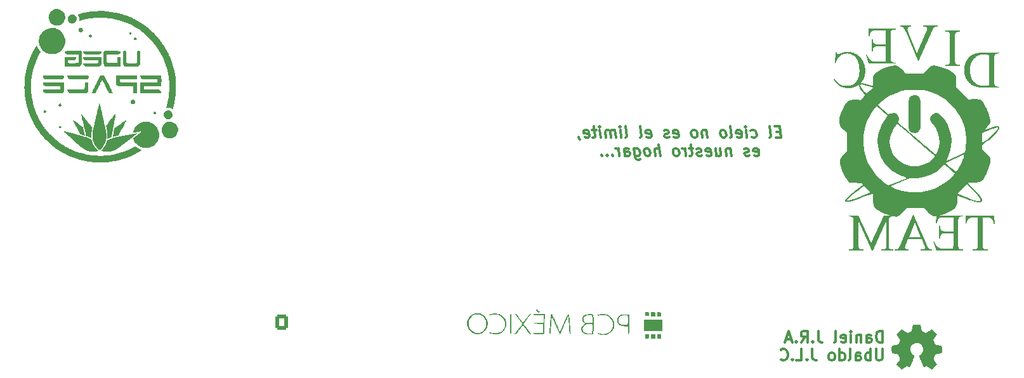
<source format=gbr>
%TF.GenerationSoftware,KiCad,Pcbnew,7.0.5*%
%TF.CreationDate,2023-09-20T17:29:03-06:00*%
%TF.ProjectId,TrustTracer_Rv1.28,54727573-7454-4726-9163-65725f527631,REV_1.28*%
%TF.SameCoordinates,Original*%
%TF.FileFunction,Legend,Bot*%
%TF.FilePolarity,Positive*%
%FSLAX46Y46*%
G04 Gerber Fmt 4.6, Leading zero omitted, Abs format (unit mm)*
G04 Created by KiCad (PCBNEW 7.0.5) date 2023-09-20 17:29:03*
%MOMM*%
%LPD*%
G01*
G04 APERTURE LIST*
G04 Aperture macros list*
%AMRoundRect*
0 Rectangle with rounded corners*
0 $1 Rounding radius*
0 $2 $3 $4 $5 $6 $7 $8 $9 X,Y pos of 4 corners*
0 Add a 4 corners polygon primitive as box body*
4,1,4,$2,$3,$4,$5,$6,$7,$8,$9,$2,$3,0*
0 Add four circle primitives for the rounded corners*
1,1,$1+$1,$2,$3*
1,1,$1+$1,$4,$5*
1,1,$1+$1,$6,$7*
1,1,$1+$1,$8,$9*
0 Add four rect primitives between the rounded corners*
20,1,$1+$1,$2,$3,$4,$5,0*
20,1,$1+$1,$4,$5,$6,$7,0*
20,1,$1+$1,$6,$7,$8,$9,0*
20,1,$1+$1,$8,$9,$2,$3,0*%
G04 Aperture macros list end*
%ADD10C,0.300000*%
%ADD11C,0.100000*%
%ADD12C,0.010000*%
%ADD13R,1.350000X1.350000*%
%ADD14O,1.350000X1.350000*%
%ADD15R,2.400000X2.400000*%
%ADD16C,2.400000*%
%ADD17R,1.700000X1.700000*%
%ADD18O,1.700000X1.700000*%
%ADD19R,3.000000X3.000000*%
%ADD20C,3.000000*%
%ADD21C,0.700000*%
%ADD22C,4.400000*%
%ADD23R,2.100000X2.100000*%
%ADD24C,2.100000*%
%ADD25R,2.600000X2.600000*%
%ADD26C,2.600000*%
%ADD27C,2.050000*%
%ADD28C,2.250000*%
%ADD29RoundRect,0.250000X-0.600000X-0.725000X0.600000X-0.725000X0.600000X0.725000X-0.600000X0.725000X0*%
%ADD30O,1.700000X1.950000*%
G04 APERTURE END LIST*
D10*
X137834999Y-53295114D02*
X137334999Y-53295114D01*
X137218928Y-54080828D02*
X137933213Y-54080828D01*
X137933213Y-54080828D02*
X137745713Y-52580828D01*
X137745713Y-52580828D02*
X137031428Y-52580828D01*
X136361785Y-54080828D02*
X136495713Y-54009400D01*
X136495713Y-54009400D02*
X136549285Y-53866542D01*
X136549285Y-53866542D02*
X136388570Y-52580828D01*
X133995714Y-54009400D02*
X134147499Y-54080828D01*
X134147499Y-54080828D02*
X134433214Y-54080828D01*
X134433214Y-54080828D02*
X134567142Y-54009400D01*
X134567142Y-54009400D02*
X134629642Y-53937971D01*
X134629642Y-53937971D02*
X134683214Y-53795114D01*
X134683214Y-53795114D02*
X134629642Y-53366542D01*
X134629642Y-53366542D02*
X134540356Y-53223685D01*
X134540356Y-53223685D02*
X134459999Y-53152257D01*
X134459999Y-53152257D02*
X134308214Y-53080828D01*
X134308214Y-53080828D02*
X134022499Y-53080828D01*
X134022499Y-53080828D02*
X133888571Y-53152257D01*
X133361785Y-54080828D02*
X133236785Y-53080828D01*
X133174285Y-52580828D02*
X133254642Y-52652257D01*
X133254642Y-52652257D02*
X133192142Y-52723685D01*
X133192142Y-52723685D02*
X133111785Y-52652257D01*
X133111785Y-52652257D02*
X133174285Y-52580828D01*
X133174285Y-52580828D02*
X133192142Y-52723685D01*
X132067142Y-54009400D02*
X132218928Y-54080828D01*
X132218928Y-54080828D02*
X132504642Y-54080828D01*
X132504642Y-54080828D02*
X132638571Y-54009400D01*
X132638571Y-54009400D02*
X132692142Y-53866542D01*
X132692142Y-53866542D02*
X132620714Y-53295114D01*
X132620714Y-53295114D02*
X132531428Y-53152257D01*
X132531428Y-53152257D02*
X132379642Y-53080828D01*
X132379642Y-53080828D02*
X132093928Y-53080828D01*
X132093928Y-53080828D02*
X131959999Y-53152257D01*
X131959999Y-53152257D02*
X131906428Y-53295114D01*
X131906428Y-53295114D02*
X131924285Y-53437971D01*
X131924285Y-53437971D02*
X132656428Y-53580828D01*
X131147500Y-54080828D02*
X131281428Y-54009400D01*
X131281428Y-54009400D02*
X131335000Y-53866542D01*
X131335000Y-53866542D02*
X131174285Y-52580828D01*
X130361786Y-54080828D02*
X130495714Y-54009400D01*
X130495714Y-54009400D02*
X130558214Y-53937971D01*
X130558214Y-53937971D02*
X130611786Y-53795114D01*
X130611786Y-53795114D02*
X130558214Y-53366542D01*
X130558214Y-53366542D02*
X130468928Y-53223685D01*
X130468928Y-53223685D02*
X130388571Y-53152257D01*
X130388571Y-53152257D02*
X130236786Y-53080828D01*
X130236786Y-53080828D02*
X130022500Y-53080828D01*
X130022500Y-53080828D02*
X129888571Y-53152257D01*
X129888571Y-53152257D02*
X129826071Y-53223685D01*
X129826071Y-53223685D02*
X129772500Y-53366542D01*
X129772500Y-53366542D02*
X129826071Y-53795114D01*
X129826071Y-53795114D02*
X129915357Y-53937971D01*
X129915357Y-53937971D02*
X129995714Y-54009400D01*
X129995714Y-54009400D02*
X130147500Y-54080828D01*
X130147500Y-54080828D02*
X130361786Y-54080828D01*
X127951071Y-53080828D02*
X128076071Y-54080828D01*
X127968928Y-53223685D02*
X127888571Y-53152257D01*
X127888571Y-53152257D02*
X127736786Y-53080828D01*
X127736786Y-53080828D02*
X127522500Y-53080828D01*
X127522500Y-53080828D02*
X127388571Y-53152257D01*
X127388571Y-53152257D02*
X127335000Y-53295114D01*
X127335000Y-53295114D02*
X127433214Y-54080828D01*
X126504643Y-54080828D02*
X126638571Y-54009400D01*
X126638571Y-54009400D02*
X126701071Y-53937971D01*
X126701071Y-53937971D02*
X126754643Y-53795114D01*
X126754643Y-53795114D02*
X126701071Y-53366542D01*
X126701071Y-53366542D02*
X126611785Y-53223685D01*
X126611785Y-53223685D02*
X126531428Y-53152257D01*
X126531428Y-53152257D02*
X126379643Y-53080828D01*
X126379643Y-53080828D02*
X126165357Y-53080828D01*
X126165357Y-53080828D02*
X126031428Y-53152257D01*
X126031428Y-53152257D02*
X125968928Y-53223685D01*
X125968928Y-53223685D02*
X125915357Y-53366542D01*
X125915357Y-53366542D02*
X125968928Y-53795114D01*
X125968928Y-53795114D02*
X126058214Y-53937971D01*
X126058214Y-53937971D02*
X126138571Y-54009400D01*
X126138571Y-54009400D02*
X126290357Y-54080828D01*
X126290357Y-54080828D02*
X126504643Y-54080828D01*
X123638571Y-54009400D02*
X123790357Y-54080828D01*
X123790357Y-54080828D02*
X124076071Y-54080828D01*
X124076071Y-54080828D02*
X124210000Y-54009400D01*
X124210000Y-54009400D02*
X124263571Y-53866542D01*
X124263571Y-53866542D02*
X124192143Y-53295114D01*
X124192143Y-53295114D02*
X124102857Y-53152257D01*
X124102857Y-53152257D02*
X123951071Y-53080828D01*
X123951071Y-53080828D02*
X123665357Y-53080828D01*
X123665357Y-53080828D02*
X123531428Y-53152257D01*
X123531428Y-53152257D02*
X123477857Y-53295114D01*
X123477857Y-53295114D02*
X123495714Y-53437971D01*
X123495714Y-53437971D02*
X124227857Y-53580828D01*
X122995714Y-54009400D02*
X122861786Y-54080828D01*
X122861786Y-54080828D02*
X122576071Y-54080828D01*
X122576071Y-54080828D02*
X122424286Y-54009400D01*
X122424286Y-54009400D02*
X122335000Y-53866542D01*
X122335000Y-53866542D02*
X122326071Y-53795114D01*
X122326071Y-53795114D02*
X122379643Y-53652257D01*
X122379643Y-53652257D02*
X122513571Y-53580828D01*
X122513571Y-53580828D02*
X122727857Y-53580828D01*
X122727857Y-53580828D02*
X122861786Y-53509400D01*
X122861786Y-53509400D02*
X122915357Y-53366542D01*
X122915357Y-53366542D02*
X122906429Y-53295114D01*
X122906429Y-53295114D02*
X122817143Y-53152257D01*
X122817143Y-53152257D02*
X122665357Y-53080828D01*
X122665357Y-53080828D02*
X122451071Y-53080828D01*
X122451071Y-53080828D02*
X122317143Y-53152257D01*
X119995714Y-54009400D02*
X120147500Y-54080828D01*
X120147500Y-54080828D02*
X120433214Y-54080828D01*
X120433214Y-54080828D02*
X120567143Y-54009400D01*
X120567143Y-54009400D02*
X120620714Y-53866542D01*
X120620714Y-53866542D02*
X120549286Y-53295114D01*
X120549286Y-53295114D02*
X120460000Y-53152257D01*
X120460000Y-53152257D02*
X120308214Y-53080828D01*
X120308214Y-53080828D02*
X120022500Y-53080828D01*
X120022500Y-53080828D02*
X119888571Y-53152257D01*
X119888571Y-53152257D02*
X119835000Y-53295114D01*
X119835000Y-53295114D02*
X119852857Y-53437971D01*
X119852857Y-53437971D02*
X120585000Y-53580828D01*
X119076072Y-54080828D02*
X119210000Y-54009400D01*
X119210000Y-54009400D02*
X119263572Y-53866542D01*
X119263572Y-53866542D02*
X119102857Y-52580828D01*
X117147501Y-54080828D02*
X117281429Y-54009400D01*
X117281429Y-54009400D02*
X117335001Y-53866542D01*
X117335001Y-53866542D02*
X117174286Y-52580828D01*
X116576072Y-54080828D02*
X116451072Y-53080828D01*
X116388572Y-52580828D02*
X116468929Y-52652257D01*
X116468929Y-52652257D02*
X116406429Y-52723685D01*
X116406429Y-52723685D02*
X116326072Y-52652257D01*
X116326072Y-52652257D02*
X116388572Y-52580828D01*
X116388572Y-52580828D02*
X116406429Y-52723685D01*
X115861786Y-54080828D02*
X115736786Y-53080828D01*
X115754643Y-53223685D02*
X115674286Y-53152257D01*
X115674286Y-53152257D02*
X115522501Y-53080828D01*
X115522501Y-53080828D02*
X115308215Y-53080828D01*
X115308215Y-53080828D02*
X115174286Y-53152257D01*
X115174286Y-53152257D02*
X115120715Y-53295114D01*
X115120715Y-53295114D02*
X115218929Y-54080828D01*
X115120715Y-53295114D02*
X115031429Y-53152257D01*
X115031429Y-53152257D02*
X114879643Y-53080828D01*
X114879643Y-53080828D02*
X114665358Y-53080828D01*
X114665358Y-53080828D02*
X114531429Y-53152257D01*
X114531429Y-53152257D02*
X114477858Y-53295114D01*
X114477858Y-53295114D02*
X114576072Y-54080828D01*
X113861786Y-54080828D02*
X113736786Y-53080828D01*
X113674286Y-52580828D02*
X113754643Y-52652257D01*
X113754643Y-52652257D02*
X113692143Y-52723685D01*
X113692143Y-52723685D02*
X113611786Y-52652257D01*
X113611786Y-52652257D02*
X113674286Y-52580828D01*
X113674286Y-52580828D02*
X113692143Y-52723685D01*
X113236786Y-53080828D02*
X112665357Y-53080828D01*
X112960000Y-52580828D02*
X113120715Y-53866542D01*
X113120715Y-53866542D02*
X113067143Y-54009400D01*
X113067143Y-54009400D02*
X112933215Y-54080828D01*
X112933215Y-54080828D02*
X112790357Y-54080828D01*
X111710000Y-54009400D02*
X111861786Y-54080828D01*
X111861786Y-54080828D02*
X112147500Y-54080828D01*
X112147500Y-54080828D02*
X112281429Y-54009400D01*
X112281429Y-54009400D02*
X112335000Y-53866542D01*
X112335000Y-53866542D02*
X112263572Y-53295114D01*
X112263572Y-53295114D02*
X112174286Y-53152257D01*
X112174286Y-53152257D02*
X112022500Y-53080828D01*
X112022500Y-53080828D02*
X111736786Y-53080828D01*
X111736786Y-53080828D02*
X111602857Y-53152257D01*
X111602857Y-53152257D02*
X111549286Y-53295114D01*
X111549286Y-53295114D02*
X111567143Y-53437971D01*
X111567143Y-53437971D02*
X112299286Y-53580828D01*
X110924286Y-54009400D02*
X110933215Y-54080828D01*
X110933215Y-54080828D02*
X111022500Y-54223685D01*
X111022500Y-54223685D02*
X111102858Y-54295114D01*
X134352857Y-56424400D02*
X134504643Y-56495828D01*
X134504643Y-56495828D02*
X134790357Y-56495828D01*
X134790357Y-56495828D02*
X134924286Y-56424400D01*
X134924286Y-56424400D02*
X134977857Y-56281542D01*
X134977857Y-56281542D02*
X134906429Y-55710114D01*
X134906429Y-55710114D02*
X134817143Y-55567257D01*
X134817143Y-55567257D02*
X134665357Y-55495828D01*
X134665357Y-55495828D02*
X134379643Y-55495828D01*
X134379643Y-55495828D02*
X134245714Y-55567257D01*
X134245714Y-55567257D02*
X134192143Y-55710114D01*
X134192143Y-55710114D02*
X134210000Y-55852971D01*
X134210000Y-55852971D02*
X134942143Y-55995828D01*
X133710000Y-56424400D02*
X133576072Y-56495828D01*
X133576072Y-56495828D02*
X133290357Y-56495828D01*
X133290357Y-56495828D02*
X133138572Y-56424400D01*
X133138572Y-56424400D02*
X133049286Y-56281542D01*
X133049286Y-56281542D02*
X133040357Y-56210114D01*
X133040357Y-56210114D02*
X133093929Y-56067257D01*
X133093929Y-56067257D02*
X133227857Y-55995828D01*
X133227857Y-55995828D02*
X133442143Y-55995828D01*
X133442143Y-55995828D02*
X133576072Y-55924400D01*
X133576072Y-55924400D02*
X133629643Y-55781542D01*
X133629643Y-55781542D02*
X133620715Y-55710114D01*
X133620715Y-55710114D02*
X133531429Y-55567257D01*
X133531429Y-55567257D02*
X133379643Y-55495828D01*
X133379643Y-55495828D02*
X133165357Y-55495828D01*
X133165357Y-55495828D02*
X133031429Y-55567257D01*
X131165357Y-55495828D02*
X131290357Y-56495828D01*
X131183214Y-55638685D02*
X131102857Y-55567257D01*
X131102857Y-55567257D02*
X130951072Y-55495828D01*
X130951072Y-55495828D02*
X130736786Y-55495828D01*
X130736786Y-55495828D02*
X130602857Y-55567257D01*
X130602857Y-55567257D02*
X130549286Y-55710114D01*
X130549286Y-55710114D02*
X130647500Y-56495828D01*
X129165357Y-55495828D02*
X129290357Y-56495828D01*
X129808214Y-55495828D02*
X129906429Y-56281542D01*
X129906429Y-56281542D02*
X129852857Y-56424400D01*
X129852857Y-56424400D02*
X129718929Y-56495828D01*
X129718929Y-56495828D02*
X129504643Y-56495828D01*
X129504643Y-56495828D02*
X129352857Y-56424400D01*
X129352857Y-56424400D02*
X129272500Y-56352971D01*
X127995714Y-56424400D02*
X128147500Y-56495828D01*
X128147500Y-56495828D02*
X128433214Y-56495828D01*
X128433214Y-56495828D02*
X128567143Y-56424400D01*
X128567143Y-56424400D02*
X128620714Y-56281542D01*
X128620714Y-56281542D02*
X128549286Y-55710114D01*
X128549286Y-55710114D02*
X128460000Y-55567257D01*
X128460000Y-55567257D02*
X128308214Y-55495828D01*
X128308214Y-55495828D02*
X128022500Y-55495828D01*
X128022500Y-55495828D02*
X127888571Y-55567257D01*
X127888571Y-55567257D02*
X127835000Y-55710114D01*
X127835000Y-55710114D02*
X127852857Y-55852971D01*
X127852857Y-55852971D02*
X128585000Y-55995828D01*
X127352857Y-56424400D02*
X127218929Y-56495828D01*
X127218929Y-56495828D02*
X126933214Y-56495828D01*
X126933214Y-56495828D02*
X126781429Y-56424400D01*
X126781429Y-56424400D02*
X126692143Y-56281542D01*
X126692143Y-56281542D02*
X126683214Y-56210114D01*
X126683214Y-56210114D02*
X126736786Y-56067257D01*
X126736786Y-56067257D02*
X126870714Y-55995828D01*
X126870714Y-55995828D02*
X127085000Y-55995828D01*
X127085000Y-55995828D02*
X127218929Y-55924400D01*
X127218929Y-55924400D02*
X127272500Y-55781542D01*
X127272500Y-55781542D02*
X127263572Y-55710114D01*
X127263572Y-55710114D02*
X127174286Y-55567257D01*
X127174286Y-55567257D02*
X127022500Y-55495828D01*
X127022500Y-55495828D02*
X126808214Y-55495828D01*
X126808214Y-55495828D02*
X126674286Y-55567257D01*
X126165357Y-55495828D02*
X125593928Y-55495828D01*
X125888571Y-54995828D02*
X126049286Y-56281542D01*
X126049286Y-56281542D02*
X125995714Y-56424400D01*
X125995714Y-56424400D02*
X125861786Y-56495828D01*
X125861786Y-56495828D02*
X125718928Y-56495828D01*
X125218928Y-56495828D02*
X125093928Y-55495828D01*
X125129643Y-55781542D02*
X125040357Y-55638685D01*
X125040357Y-55638685D02*
X124960000Y-55567257D01*
X124960000Y-55567257D02*
X124808214Y-55495828D01*
X124808214Y-55495828D02*
X124665357Y-55495828D01*
X124076072Y-56495828D02*
X124210000Y-56424400D01*
X124210000Y-56424400D02*
X124272500Y-56352971D01*
X124272500Y-56352971D02*
X124326072Y-56210114D01*
X124326072Y-56210114D02*
X124272500Y-55781542D01*
X124272500Y-55781542D02*
X124183214Y-55638685D01*
X124183214Y-55638685D02*
X124102857Y-55567257D01*
X124102857Y-55567257D02*
X123951072Y-55495828D01*
X123951072Y-55495828D02*
X123736786Y-55495828D01*
X123736786Y-55495828D02*
X123602857Y-55567257D01*
X123602857Y-55567257D02*
X123540357Y-55638685D01*
X123540357Y-55638685D02*
X123486786Y-55781542D01*
X123486786Y-55781542D02*
X123540357Y-56210114D01*
X123540357Y-56210114D02*
X123629643Y-56352971D01*
X123629643Y-56352971D02*
X123710000Y-56424400D01*
X123710000Y-56424400D02*
X123861786Y-56495828D01*
X123861786Y-56495828D02*
X124076072Y-56495828D01*
X121790357Y-56495828D02*
X121602857Y-54995828D01*
X121147500Y-56495828D02*
X121049286Y-55710114D01*
X121049286Y-55710114D02*
X121102857Y-55567257D01*
X121102857Y-55567257D02*
X121236786Y-55495828D01*
X121236786Y-55495828D02*
X121451072Y-55495828D01*
X121451072Y-55495828D02*
X121602857Y-55567257D01*
X121602857Y-55567257D02*
X121683214Y-55638685D01*
X120218929Y-56495828D02*
X120352857Y-56424400D01*
X120352857Y-56424400D02*
X120415357Y-56352971D01*
X120415357Y-56352971D02*
X120468929Y-56210114D01*
X120468929Y-56210114D02*
X120415357Y-55781542D01*
X120415357Y-55781542D02*
X120326071Y-55638685D01*
X120326071Y-55638685D02*
X120245714Y-55567257D01*
X120245714Y-55567257D02*
X120093929Y-55495828D01*
X120093929Y-55495828D02*
X119879643Y-55495828D01*
X119879643Y-55495828D02*
X119745714Y-55567257D01*
X119745714Y-55567257D02*
X119683214Y-55638685D01*
X119683214Y-55638685D02*
X119629643Y-55781542D01*
X119629643Y-55781542D02*
X119683214Y-56210114D01*
X119683214Y-56210114D02*
X119772500Y-56352971D01*
X119772500Y-56352971D02*
X119852857Y-56424400D01*
X119852857Y-56424400D02*
X120004643Y-56495828D01*
X120004643Y-56495828D02*
X120218929Y-56495828D01*
X118308214Y-55495828D02*
X118460000Y-56710114D01*
X118460000Y-56710114D02*
X118549286Y-56852971D01*
X118549286Y-56852971D02*
X118629643Y-56924400D01*
X118629643Y-56924400D02*
X118781428Y-56995828D01*
X118781428Y-56995828D02*
X118995714Y-56995828D01*
X118995714Y-56995828D02*
X119129643Y-56924400D01*
X118424286Y-56424400D02*
X118576071Y-56495828D01*
X118576071Y-56495828D02*
X118861786Y-56495828D01*
X118861786Y-56495828D02*
X118995714Y-56424400D01*
X118995714Y-56424400D02*
X119058214Y-56352971D01*
X119058214Y-56352971D02*
X119111786Y-56210114D01*
X119111786Y-56210114D02*
X119058214Y-55781542D01*
X119058214Y-55781542D02*
X118968928Y-55638685D01*
X118968928Y-55638685D02*
X118888571Y-55567257D01*
X118888571Y-55567257D02*
X118736786Y-55495828D01*
X118736786Y-55495828D02*
X118451071Y-55495828D01*
X118451071Y-55495828D02*
X118317143Y-55567257D01*
X117076071Y-56495828D02*
X116977857Y-55710114D01*
X116977857Y-55710114D02*
X117031428Y-55567257D01*
X117031428Y-55567257D02*
X117165357Y-55495828D01*
X117165357Y-55495828D02*
X117451071Y-55495828D01*
X117451071Y-55495828D02*
X117602857Y-55567257D01*
X117067143Y-56424400D02*
X117218928Y-56495828D01*
X117218928Y-56495828D02*
X117576071Y-56495828D01*
X117576071Y-56495828D02*
X117710000Y-56424400D01*
X117710000Y-56424400D02*
X117763571Y-56281542D01*
X117763571Y-56281542D02*
X117745714Y-56138685D01*
X117745714Y-56138685D02*
X117656428Y-55995828D01*
X117656428Y-55995828D02*
X117504643Y-55924400D01*
X117504643Y-55924400D02*
X117147500Y-55924400D01*
X117147500Y-55924400D02*
X116995714Y-55852971D01*
X116361785Y-56495828D02*
X116236785Y-55495828D01*
X116272500Y-55781542D02*
X116183214Y-55638685D01*
X116183214Y-55638685D02*
X116102857Y-55567257D01*
X116102857Y-55567257D02*
X115951071Y-55495828D01*
X115951071Y-55495828D02*
X115808214Y-55495828D01*
X115415357Y-56352971D02*
X115352857Y-56424400D01*
X115352857Y-56424400D02*
X115433214Y-56495828D01*
X115433214Y-56495828D02*
X115495714Y-56424400D01*
X115495714Y-56424400D02*
X115415357Y-56352971D01*
X115415357Y-56352971D02*
X115433214Y-56495828D01*
X114701071Y-56352971D02*
X114638571Y-56424400D01*
X114638571Y-56424400D02*
X114718928Y-56495828D01*
X114718928Y-56495828D02*
X114781428Y-56424400D01*
X114781428Y-56424400D02*
X114701071Y-56352971D01*
X114701071Y-56352971D02*
X114718928Y-56495828D01*
X113986785Y-56352971D02*
X113924285Y-56424400D01*
X113924285Y-56424400D02*
X114004642Y-56495828D01*
X114004642Y-56495828D02*
X114067142Y-56424400D01*
X114067142Y-56424400D02*
X113986785Y-56352971D01*
X113986785Y-56352971D02*
X114004642Y-56495828D01*
X151445489Y-81385828D02*
X151445489Y-79885828D01*
X151445489Y-79885828D02*
X151088346Y-79885828D01*
X151088346Y-79885828D02*
X150874060Y-79957257D01*
X150874060Y-79957257D02*
X150731203Y-80100114D01*
X150731203Y-80100114D02*
X150659774Y-80242971D01*
X150659774Y-80242971D02*
X150588346Y-80528685D01*
X150588346Y-80528685D02*
X150588346Y-80742971D01*
X150588346Y-80742971D02*
X150659774Y-81028685D01*
X150659774Y-81028685D02*
X150731203Y-81171542D01*
X150731203Y-81171542D02*
X150874060Y-81314400D01*
X150874060Y-81314400D02*
X151088346Y-81385828D01*
X151088346Y-81385828D02*
X151445489Y-81385828D01*
X149302632Y-81385828D02*
X149302632Y-80600114D01*
X149302632Y-80600114D02*
X149374060Y-80457257D01*
X149374060Y-80457257D02*
X149516917Y-80385828D01*
X149516917Y-80385828D02*
X149802632Y-80385828D01*
X149802632Y-80385828D02*
X149945489Y-80457257D01*
X149302632Y-81314400D02*
X149445489Y-81385828D01*
X149445489Y-81385828D02*
X149802632Y-81385828D01*
X149802632Y-81385828D02*
X149945489Y-81314400D01*
X149945489Y-81314400D02*
X150016917Y-81171542D01*
X150016917Y-81171542D02*
X150016917Y-81028685D01*
X150016917Y-81028685D02*
X149945489Y-80885828D01*
X149945489Y-80885828D02*
X149802632Y-80814400D01*
X149802632Y-80814400D02*
X149445489Y-80814400D01*
X149445489Y-80814400D02*
X149302632Y-80742971D01*
X148588346Y-80385828D02*
X148588346Y-81385828D01*
X148588346Y-80528685D02*
X148516917Y-80457257D01*
X148516917Y-80457257D02*
X148374060Y-80385828D01*
X148374060Y-80385828D02*
X148159774Y-80385828D01*
X148159774Y-80385828D02*
X148016917Y-80457257D01*
X148016917Y-80457257D02*
X147945489Y-80600114D01*
X147945489Y-80600114D02*
X147945489Y-81385828D01*
X147231203Y-81385828D02*
X147231203Y-80385828D01*
X147231203Y-79885828D02*
X147302631Y-79957257D01*
X147302631Y-79957257D02*
X147231203Y-80028685D01*
X147231203Y-80028685D02*
X147159774Y-79957257D01*
X147159774Y-79957257D02*
X147231203Y-79885828D01*
X147231203Y-79885828D02*
X147231203Y-80028685D01*
X145945488Y-81314400D02*
X146088345Y-81385828D01*
X146088345Y-81385828D02*
X146374060Y-81385828D01*
X146374060Y-81385828D02*
X146516917Y-81314400D01*
X146516917Y-81314400D02*
X146588345Y-81171542D01*
X146588345Y-81171542D02*
X146588345Y-80600114D01*
X146588345Y-80600114D02*
X146516917Y-80457257D01*
X146516917Y-80457257D02*
X146374060Y-80385828D01*
X146374060Y-80385828D02*
X146088345Y-80385828D01*
X146088345Y-80385828D02*
X145945488Y-80457257D01*
X145945488Y-80457257D02*
X145874060Y-80600114D01*
X145874060Y-80600114D02*
X145874060Y-80742971D01*
X145874060Y-80742971D02*
X146588345Y-80885828D01*
X145016917Y-81385828D02*
X145159774Y-81314400D01*
X145159774Y-81314400D02*
X145231203Y-81171542D01*
X145231203Y-81171542D02*
X145231203Y-79885828D01*
X142874060Y-79885828D02*
X142874060Y-80957257D01*
X142874060Y-80957257D02*
X142945489Y-81171542D01*
X142945489Y-81171542D02*
X143088346Y-81314400D01*
X143088346Y-81314400D02*
X143302632Y-81385828D01*
X143302632Y-81385828D02*
X143445489Y-81385828D01*
X142159775Y-81242971D02*
X142088346Y-81314400D01*
X142088346Y-81314400D02*
X142159775Y-81385828D01*
X142159775Y-81385828D02*
X142231203Y-81314400D01*
X142231203Y-81314400D02*
X142159775Y-81242971D01*
X142159775Y-81242971D02*
X142159775Y-81385828D01*
X140588346Y-81385828D02*
X141088346Y-80671542D01*
X141445489Y-81385828D02*
X141445489Y-79885828D01*
X141445489Y-79885828D02*
X140874060Y-79885828D01*
X140874060Y-79885828D02*
X140731203Y-79957257D01*
X140731203Y-79957257D02*
X140659774Y-80028685D01*
X140659774Y-80028685D02*
X140588346Y-80171542D01*
X140588346Y-80171542D02*
X140588346Y-80385828D01*
X140588346Y-80385828D02*
X140659774Y-80528685D01*
X140659774Y-80528685D02*
X140731203Y-80600114D01*
X140731203Y-80600114D02*
X140874060Y-80671542D01*
X140874060Y-80671542D02*
X141445489Y-80671542D01*
X139945489Y-81242971D02*
X139874060Y-81314400D01*
X139874060Y-81314400D02*
X139945489Y-81385828D01*
X139945489Y-81385828D02*
X140016917Y-81314400D01*
X140016917Y-81314400D02*
X139945489Y-81242971D01*
X139945489Y-81242971D02*
X139945489Y-81385828D01*
X139302631Y-80957257D02*
X138588346Y-80957257D01*
X139445488Y-81385828D02*
X138945488Y-79885828D01*
X138945488Y-79885828D02*
X138445488Y-81385828D01*
X151445489Y-82300828D02*
X151445489Y-83515114D01*
X151445489Y-83515114D02*
X151374060Y-83657971D01*
X151374060Y-83657971D02*
X151302632Y-83729400D01*
X151302632Y-83729400D02*
X151159774Y-83800828D01*
X151159774Y-83800828D02*
X150874060Y-83800828D01*
X150874060Y-83800828D02*
X150731203Y-83729400D01*
X150731203Y-83729400D02*
X150659774Y-83657971D01*
X150659774Y-83657971D02*
X150588346Y-83515114D01*
X150588346Y-83515114D02*
X150588346Y-82300828D01*
X149874060Y-83800828D02*
X149874060Y-82300828D01*
X149874060Y-82872257D02*
X149731203Y-82800828D01*
X149731203Y-82800828D02*
X149445488Y-82800828D01*
X149445488Y-82800828D02*
X149302631Y-82872257D01*
X149302631Y-82872257D02*
X149231203Y-82943685D01*
X149231203Y-82943685D02*
X149159774Y-83086542D01*
X149159774Y-83086542D02*
X149159774Y-83515114D01*
X149159774Y-83515114D02*
X149231203Y-83657971D01*
X149231203Y-83657971D02*
X149302631Y-83729400D01*
X149302631Y-83729400D02*
X149445488Y-83800828D01*
X149445488Y-83800828D02*
X149731203Y-83800828D01*
X149731203Y-83800828D02*
X149874060Y-83729400D01*
X147874060Y-83800828D02*
X147874060Y-83015114D01*
X147874060Y-83015114D02*
X147945488Y-82872257D01*
X147945488Y-82872257D02*
X148088345Y-82800828D01*
X148088345Y-82800828D02*
X148374060Y-82800828D01*
X148374060Y-82800828D02*
X148516917Y-82872257D01*
X147874060Y-83729400D02*
X148016917Y-83800828D01*
X148016917Y-83800828D02*
X148374060Y-83800828D01*
X148374060Y-83800828D02*
X148516917Y-83729400D01*
X148516917Y-83729400D02*
X148588345Y-83586542D01*
X148588345Y-83586542D02*
X148588345Y-83443685D01*
X148588345Y-83443685D02*
X148516917Y-83300828D01*
X148516917Y-83300828D02*
X148374060Y-83229400D01*
X148374060Y-83229400D02*
X148016917Y-83229400D01*
X148016917Y-83229400D02*
X147874060Y-83157971D01*
X146945488Y-83800828D02*
X147088345Y-83729400D01*
X147088345Y-83729400D02*
X147159774Y-83586542D01*
X147159774Y-83586542D02*
X147159774Y-82300828D01*
X145731203Y-83800828D02*
X145731203Y-82300828D01*
X145731203Y-83729400D02*
X145874060Y-83800828D01*
X145874060Y-83800828D02*
X146159774Y-83800828D01*
X146159774Y-83800828D02*
X146302631Y-83729400D01*
X146302631Y-83729400D02*
X146374060Y-83657971D01*
X146374060Y-83657971D02*
X146445488Y-83515114D01*
X146445488Y-83515114D02*
X146445488Y-83086542D01*
X146445488Y-83086542D02*
X146374060Y-82943685D01*
X146374060Y-82943685D02*
X146302631Y-82872257D01*
X146302631Y-82872257D02*
X146159774Y-82800828D01*
X146159774Y-82800828D02*
X145874060Y-82800828D01*
X145874060Y-82800828D02*
X145731203Y-82872257D01*
X144802631Y-83800828D02*
X144945488Y-83729400D01*
X144945488Y-83729400D02*
X145016917Y-83657971D01*
X145016917Y-83657971D02*
X145088345Y-83515114D01*
X145088345Y-83515114D02*
X145088345Y-83086542D01*
X145088345Y-83086542D02*
X145016917Y-82943685D01*
X145016917Y-82943685D02*
X144945488Y-82872257D01*
X144945488Y-82872257D02*
X144802631Y-82800828D01*
X144802631Y-82800828D02*
X144588345Y-82800828D01*
X144588345Y-82800828D02*
X144445488Y-82872257D01*
X144445488Y-82872257D02*
X144374060Y-82943685D01*
X144374060Y-82943685D02*
X144302631Y-83086542D01*
X144302631Y-83086542D02*
X144302631Y-83515114D01*
X144302631Y-83515114D02*
X144374060Y-83657971D01*
X144374060Y-83657971D02*
X144445488Y-83729400D01*
X144445488Y-83729400D02*
X144588345Y-83800828D01*
X144588345Y-83800828D02*
X144802631Y-83800828D01*
X142088345Y-82300828D02*
X142088345Y-83372257D01*
X142088345Y-83372257D02*
X142159774Y-83586542D01*
X142159774Y-83586542D02*
X142302631Y-83729400D01*
X142302631Y-83729400D02*
X142516917Y-83800828D01*
X142516917Y-83800828D02*
X142659774Y-83800828D01*
X141374060Y-83657971D02*
X141302631Y-83729400D01*
X141302631Y-83729400D02*
X141374060Y-83800828D01*
X141374060Y-83800828D02*
X141445488Y-83729400D01*
X141445488Y-83729400D02*
X141374060Y-83657971D01*
X141374060Y-83657971D02*
X141374060Y-83800828D01*
X139945488Y-83800828D02*
X140659774Y-83800828D01*
X140659774Y-83800828D02*
X140659774Y-82300828D01*
X139445488Y-83657971D02*
X139374059Y-83729400D01*
X139374059Y-83729400D02*
X139445488Y-83800828D01*
X139445488Y-83800828D02*
X139516916Y-83729400D01*
X139516916Y-83729400D02*
X139445488Y-83657971D01*
X139445488Y-83657971D02*
X139445488Y-83800828D01*
X137874059Y-83657971D02*
X137945487Y-83729400D01*
X137945487Y-83729400D02*
X138159773Y-83800828D01*
X138159773Y-83800828D02*
X138302630Y-83800828D01*
X138302630Y-83800828D02*
X138516916Y-83729400D01*
X138516916Y-83729400D02*
X138659773Y-83586542D01*
X138659773Y-83586542D02*
X138731202Y-83443685D01*
X138731202Y-83443685D02*
X138802630Y-83157971D01*
X138802630Y-83157971D02*
X138802630Y-82943685D01*
X138802630Y-82943685D02*
X138731202Y-82657971D01*
X138731202Y-82657971D02*
X138659773Y-82515114D01*
X138659773Y-82515114D02*
X138516916Y-82372257D01*
X138516916Y-82372257D02*
X138302630Y-82300828D01*
X138302630Y-82300828D02*
X138159773Y-82300828D01*
X138159773Y-82300828D02*
X137945487Y-82372257D01*
X137945487Y-82372257D02*
X137874059Y-82443685D01*
D11*
%TO.C,G1*%
G36*
X153857226Y-39088043D02*
G01*
X153857226Y-39224819D01*
X153917028Y-39237165D01*
X153973089Y-39251609D01*
X154025411Y-39268153D01*
X154073992Y-39286795D01*
X154118833Y-39307537D01*
X154169626Y-39336416D01*
X154214575Y-39368574D01*
X154230918Y-39382355D01*
X154275779Y-39427273D01*
X154308598Y-39464618D01*
X154340708Y-39505097D01*
X154372110Y-39548710D01*
X154402804Y-39595457D01*
X154432789Y-39645339D01*
X154462066Y-39698354D01*
X154490635Y-39754504D01*
X154518495Y-39813788D01*
X154545647Y-39876205D01*
X154554540Y-39897708D01*
X156178755Y-43855663D01*
X156305761Y-43855663D01*
X158050876Y-39845196D01*
X158075148Y-39789586D01*
X158098046Y-39738163D01*
X158119569Y-39690926D01*
X158146131Y-39634454D01*
X158170250Y-39585424D01*
X158196964Y-39534602D01*
X158223983Y-39488964D01*
X158238943Y-39467840D01*
X158272832Y-39429630D01*
X158309468Y-39394682D01*
X158348852Y-39362997D01*
X158390984Y-39334575D01*
X158435864Y-39309417D01*
X158451434Y-39301755D01*
X158501237Y-39280818D01*
X158557222Y-39262886D01*
X158608599Y-39250239D01*
X158664269Y-39239679D01*
X158724233Y-39231205D01*
X158775295Y-39225929D01*
X158788490Y-39224819D01*
X158788490Y-39088043D01*
X156885838Y-39088043D01*
X156885838Y-39224819D01*
X156944520Y-39230973D01*
X156999210Y-39237985D01*
X157049907Y-39245856D01*
X157111293Y-39257687D01*
X157165579Y-39271044D01*
X157212768Y-39285927D01*
X157261771Y-39306678D01*
X157305935Y-39334728D01*
X157343051Y-39371084D01*
X157371051Y-39411765D01*
X157391888Y-39463552D01*
X157400353Y-39513499D01*
X157401190Y-39536228D01*
X157397344Y-39594689D01*
X157388729Y-39648156D01*
X157375191Y-39707575D01*
X157361806Y-39756047D01*
X157345652Y-39807868D01*
X157326730Y-39863037D01*
X157305037Y-39921555D01*
X157280576Y-39983422D01*
X157253346Y-40048638D01*
X157243654Y-40071120D01*
X156057855Y-42796870D01*
X154958762Y-40105314D01*
X154939241Y-40056647D01*
X154920980Y-40009869D01*
X154895950Y-39943243D01*
X154873754Y-39880868D01*
X154854391Y-39822744D01*
X154837862Y-39768870D01*
X154824166Y-39719246D01*
X154810313Y-39659693D01*
X154801497Y-39607696D01*
X154797561Y-39553325D01*
X154803820Y-39504401D01*
X154822596Y-39456544D01*
X154849294Y-39415546D01*
X154885575Y-39375367D01*
X154897701Y-39364037D01*
X154939647Y-39331580D01*
X154991296Y-39302900D01*
X155041748Y-39281887D01*
X155098939Y-39263497D01*
X155149543Y-39250674D01*
X155204460Y-39239531D01*
X155233535Y-39234589D01*
X155282155Y-39226574D01*
X155292153Y-39224819D01*
X155292153Y-39088043D01*
X153857226Y-39088043D01*
G37*
G36*
X151899144Y-39752413D02*
G01*
X151899144Y-41608659D01*
X150875766Y-41608659D01*
X150803438Y-41607564D01*
X150735746Y-41604280D01*
X150672691Y-41598806D01*
X150614274Y-41591142D01*
X150560492Y-41581289D01*
X150511348Y-41569246D01*
X150453035Y-41549783D01*
X150402965Y-41526427D01*
X150361139Y-41499179D01*
X150343317Y-41484095D01*
X150301204Y-41438987D01*
X150264014Y-41386093D01*
X150239352Y-41341313D01*
X150217460Y-41292155D01*
X150198337Y-41238617D01*
X150181983Y-41180700D01*
X150168398Y-41118404D01*
X150157582Y-41051728D01*
X150149536Y-40980673D01*
X150145710Y-40930871D01*
X150144259Y-40905240D01*
X150017252Y-40905240D01*
X150017252Y-42546552D01*
X150144259Y-42546552D01*
X150153200Y-42485915D01*
X150162162Y-42429487D01*
X150171146Y-42377266D01*
X150180151Y-42329252D01*
X150192191Y-42271778D01*
X150204270Y-42221785D01*
X150219422Y-42169812D01*
X150237683Y-42122871D01*
X150240735Y-42116684D01*
X150266466Y-42074066D01*
X150297865Y-42035054D01*
X150334930Y-41999648D01*
X150377663Y-41967849D01*
X150426063Y-41939656D01*
X150443456Y-41931060D01*
X150491041Y-41911358D01*
X150546019Y-41894996D01*
X150595326Y-41884310D01*
X150649364Y-41875761D01*
X150708135Y-41869350D01*
X150771638Y-41865076D01*
X150822371Y-41863273D01*
X150875766Y-41862672D01*
X151899144Y-41862672D01*
X151899144Y-43408729D01*
X151898907Y-43464764D01*
X151898199Y-43516549D01*
X151896520Y-43578983D01*
X151894001Y-43633862D01*
X151889672Y-43691833D01*
X151882745Y-43745815D01*
X151872277Y-43787305D01*
X151848204Y-43830308D01*
X151814608Y-43866961D01*
X151775801Y-43894772D01*
X151727479Y-43913663D01*
X151676272Y-43924081D01*
X151622892Y-43930035D01*
X151571717Y-43932897D01*
X151514461Y-43933851D01*
X150724335Y-43933851D01*
X150652275Y-43933368D01*
X150584015Y-43931919D01*
X150519554Y-43929504D01*
X150458893Y-43926123D01*
X150402032Y-43921776D01*
X150348970Y-43916463D01*
X150299707Y-43910184D01*
X150239934Y-43900309D01*
X150186917Y-43888717D01*
X150151586Y-43878896D01*
X150095844Y-43859099D01*
X150040818Y-43834055D01*
X149997312Y-43810241D01*
X149954264Y-43783069D01*
X149911675Y-43752539D01*
X149869543Y-43718650D01*
X149827869Y-43681403D01*
X149807204Y-43661520D01*
X149767265Y-43619320D01*
X149727133Y-43573321D01*
X149686808Y-43523522D01*
X149646290Y-43469923D01*
X149605578Y-43412525D01*
X149564673Y-43351327D01*
X149537296Y-43308418D01*
X149509833Y-43263819D01*
X149482284Y-43217532D01*
X149454650Y-43169557D01*
X149426929Y-43119893D01*
X149399122Y-43068540D01*
X149371230Y-43015498D01*
X149234454Y-43015498D01*
X149636234Y-44187864D01*
X153225382Y-44187864D01*
X153225382Y-44051088D01*
X153060518Y-44051088D01*
X153009416Y-44049150D01*
X152959148Y-44043336D01*
X152909715Y-44033646D01*
X152861117Y-44020080D01*
X152813354Y-44002638D01*
X152766425Y-43981321D01*
X152747887Y-43971709D01*
X152703191Y-43945036D01*
X152665274Y-43913105D01*
X152630241Y-43870171D01*
X152606849Y-43826970D01*
X152598899Y-43806845D01*
X152585204Y-43757099D01*
X152575955Y-43703313D01*
X152569973Y-43652213D01*
X152565250Y-43593938D01*
X152561787Y-43528489D01*
X152560016Y-43474693D01*
X152558953Y-43416862D01*
X152558599Y-43354995D01*
X152558599Y-40320278D01*
X152558947Y-40266048D01*
X152559992Y-40214490D01*
X152561733Y-40165604D01*
X152565651Y-40097282D01*
X152571136Y-40034972D01*
X152578188Y-39978672D01*
X152586806Y-39928383D01*
X152600736Y-39870680D01*
X152617451Y-39823664D01*
X152642263Y-39779919D01*
X152647748Y-39773174D01*
X152690669Y-39733419D01*
X152741581Y-39700402D01*
X152788063Y-39678840D01*
X152839660Y-39661590D01*
X152896370Y-39648653D01*
X152958194Y-39640028D01*
X153007918Y-39636390D01*
X153060518Y-39635177D01*
X153225382Y-39635177D01*
X153225382Y-39498401D01*
X149636234Y-39498401D01*
X149584943Y-40514451D01*
X149718055Y-40514451D01*
X149731704Y-40447994D01*
X149745632Y-40385551D01*
X149759840Y-40327122D01*
X149774326Y-40272708D01*
X149789092Y-40222308D01*
X149809213Y-40161352D01*
X149829831Y-40107533D01*
X149850944Y-40060850D01*
X149878034Y-40012532D01*
X149907539Y-39971370D01*
X149941098Y-39933368D01*
X149978713Y-39898526D01*
X150020382Y-39866845D01*
X150066106Y-39838324D01*
X150115885Y-39812964D01*
X150136931Y-39803704D01*
X150185154Y-39788928D01*
X150243573Y-39776656D01*
X150297650Y-39768642D01*
X150358253Y-39762231D01*
X150407987Y-39758474D01*
X150461393Y-39755619D01*
X150518469Y-39753666D01*
X150579216Y-39752614D01*
X150621753Y-39752413D01*
X151899144Y-39752413D01*
G37*
G36*
X159804391Y-44330890D02*
G01*
X159804391Y-44467666D01*
X161801076Y-44467666D01*
X161801076Y-44330890D01*
X161636212Y-44330890D01*
X161583340Y-44329408D01*
X161533258Y-44324965D01*
X161470823Y-44314432D01*
X161413350Y-44298632D01*
X161360838Y-44277566D01*
X161313287Y-44251234D01*
X161270697Y-44219635D01*
X161233068Y-44182770D01*
X161216114Y-44162362D01*
X161188308Y-44110198D01*
X161172966Y-44063258D01*
X161160182Y-44006586D01*
X161152271Y-43957695D01*
X161145799Y-43903331D01*
X161140765Y-43843493D01*
X161137169Y-43778180D01*
X161135012Y-43707394D01*
X161134373Y-43657162D01*
X161134293Y-43631134D01*
X161134293Y-40614735D01*
X161134679Y-40550227D01*
X161135838Y-40489970D01*
X161137770Y-40433964D01*
X161140475Y-40382208D01*
X161145284Y-40319811D01*
X161151466Y-40264971D01*
X161161126Y-40207047D01*
X161175552Y-40153123D01*
X161178257Y-40145788D01*
X161203780Y-40099045D01*
X161235875Y-40060901D01*
X161276824Y-40025963D01*
X161319917Y-39998021D01*
X161367567Y-39974098D01*
X161415873Y-39954229D01*
X161464835Y-39938416D01*
X161514453Y-39926657D01*
X161564727Y-39918953D01*
X161615656Y-39915303D01*
X161636212Y-39914979D01*
X161801076Y-39914979D01*
X161801076Y-39778203D01*
X159804391Y-39778203D01*
X159804391Y-39914979D01*
X159972918Y-39914979D01*
X160025136Y-39916460D01*
X160074627Y-39920904D01*
X160136375Y-39931437D01*
X160193276Y-39947236D01*
X160245330Y-39968302D01*
X160292538Y-39994634D01*
X160334898Y-40026233D01*
X160372413Y-40063099D01*
X160389352Y-40083506D01*
X160418404Y-40135670D01*
X160434432Y-40182611D01*
X160447789Y-40239283D01*
X160456054Y-40288173D01*
X160462816Y-40342537D01*
X160468075Y-40402376D01*
X160471832Y-40467688D01*
X160474086Y-40538474D01*
X160474754Y-40588706D01*
X160474837Y-40614735D01*
X160474837Y-43631134D01*
X160474440Y-43695641D01*
X160473249Y-43755898D01*
X160471263Y-43811904D01*
X160468483Y-43863661D01*
X160463541Y-43926057D01*
X160457187Y-43980897D01*
X160447259Y-44038821D01*
X160432432Y-44092746D01*
X160429652Y-44100080D01*
X160404429Y-44146824D01*
X160371952Y-44184968D01*
X160330011Y-44219906D01*
X160285549Y-44247847D01*
X160238954Y-44271770D01*
X160191525Y-44291639D01*
X160143261Y-44307453D01*
X160094162Y-44319212D01*
X160044228Y-44326916D01*
X159993459Y-44330565D01*
X159972918Y-44330890D01*
X159804391Y-44330890D01*
G37*
G36*
X145174626Y-42607116D02*
G01*
X145068380Y-44170270D01*
X145174626Y-44170270D01*
X145202046Y-44083435D01*
X145230878Y-43999701D01*
X145261122Y-43919068D01*
X145292778Y-43841535D01*
X145325846Y-43767103D01*
X145360326Y-43695771D01*
X145396219Y-43627541D01*
X145433523Y-43562411D01*
X145472239Y-43500382D01*
X145512368Y-43441454D01*
X145553908Y-43385626D01*
X145596860Y-43332899D01*
X145641225Y-43283273D01*
X145687001Y-43236747D01*
X145734190Y-43193323D01*
X145782790Y-43152999D01*
X145832717Y-43115289D01*
X145883884Y-43080012D01*
X145936291Y-43047168D01*
X145989939Y-43016757D01*
X146044827Y-42988779D01*
X146100955Y-42963234D01*
X146158323Y-42940121D01*
X146216932Y-42919442D01*
X146276781Y-42901195D01*
X146337870Y-42885381D01*
X146400200Y-42872000D01*
X146463770Y-42861052D01*
X146528580Y-42852537D01*
X146594631Y-42846455D01*
X146661921Y-42842806D01*
X146730452Y-42841589D01*
X146788112Y-42842510D01*
X146845075Y-42845272D01*
X146901341Y-42849875D01*
X146956911Y-42856320D01*
X147011785Y-42864606D01*
X147065962Y-42874734D01*
X147119443Y-42886703D01*
X147172227Y-42900513D01*
X147224314Y-42916164D01*
X147275706Y-42933657D01*
X147326400Y-42952992D01*
X147376398Y-42974167D01*
X147425700Y-42997184D01*
X147474306Y-43022043D01*
X147522214Y-43048742D01*
X147569427Y-43077284D01*
X147615518Y-43107690D01*
X147660369Y-43140291D01*
X147703980Y-43175086D01*
X147746350Y-43212075D01*
X147787480Y-43251259D01*
X147827370Y-43292637D01*
X147866020Y-43336210D01*
X147903429Y-43381977D01*
X147939598Y-43429938D01*
X147974526Y-43480093D01*
X148008215Y-43532444D01*
X148040663Y-43586988D01*
X148071870Y-43643727D01*
X148101838Y-43702660D01*
X148130565Y-43763787D01*
X148158052Y-43827109D01*
X148184079Y-43892358D01*
X148208427Y-43959573D01*
X148231096Y-44028753D01*
X148252085Y-44099898D01*
X148271396Y-44173009D01*
X148289027Y-44248085D01*
X148304979Y-44325126D01*
X148319252Y-44404133D01*
X148331846Y-44485105D01*
X148342761Y-44568043D01*
X148351996Y-44652946D01*
X148359552Y-44739814D01*
X148365429Y-44828648D01*
X148369627Y-44919447D01*
X148372146Y-45012212D01*
X148372986Y-45106942D01*
X148372194Y-45185209D01*
X148369818Y-45262169D01*
X148365859Y-45337823D01*
X148360316Y-45412169D01*
X148353189Y-45485208D01*
X148344478Y-45556940D01*
X148334183Y-45627365D01*
X148322305Y-45696483D01*
X148308843Y-45764294D01*
X148293798Y-45830797D01*
X148277168Y-45895994D01*
X148258955Y-45959883D01*
X148239158Y-46022466D01*
X148217777Y-46083741D01*
X148194812Y-46143710D01*
X148170264Y-46202371D01*
X148144127Y-46259386D01*
X148116397Y-46314723D01*
X148087074Y-46368380D01*
X148056157Y-46420358D01*
X148023647Y-46470656D01*
X147989543Y-46519276D01*
X147953847Y-46566216D01*
X147916557Y-46611478D01*
X147877674Y-46655060D01*
X147837197Y-46696963D01*
X147795127Y-46737186D01*
X147751464Y-46775731D01*
X147706207Y-46812596D01*
X147659358Y-46847783D01*
X147610915Y-46881290D01*
X147560878Y-46913118D01*
X147509449Y-46942990D01*
X147457132Y-46970934D01*
X147403928Y-46996952D01*
X147349837Y-47021042D01*
X147294859Y-47043205D01*
X147238993Y-47063441D01*
X147182240Y-47081750D01*
X147124599Y-47098131D01*
X147066072Y-47112586D01*
X147006657Y-47125113D01*
X146946355Y-47135712D01*
X146885165Y-47144385D01*
X146823088Y-47151130D01*
X146760124Y-47155948D01*
X146696273Y-47158839D01*
X146631534Y-47159803D01*
X146575167Y-47159054D01*
X146519640Y-47156807D01*
X146464953Y-47153062D01*
X146411105Y-47147820D01*
X146358097Y-47141079D01*
X146305928Y-47132841D01*
X146254599Y-47123104D01*
X146204109Y-47111870D01*
X146154459Y-47099138D01*
X146105649Y-47084908D01*
X146057678Y-47069180D01*
X146010547Y-47051954D01*
X145964255Y-47033231D01*
X145918803Y-47013009D01*
X145874190Y-46991290D01*
X145830418Y-46968072D01*
X145786797Y-46942470D01*
X145742643Y-46913900D01*
X145697954Y-46882363D01*
X145652731Y-46847859D01*
X145606974Y-46810388D01*
X145560682Y-46769949D01*
X145513856Y-46726544D01*
X145466496Y-46680171D01*
X145418601Y-46630831D01*
X145370172Y-46578524D01*
X145321209Y-46523250D01*
X145271712Y-46465008D01*
X145221680Y-46403800D01*
X145171115Y-46339624D01*
X145120014Y-46272481D01*
X145068380Y-46202371D01*
X144962134Y-46270759D01*
X145006403Y-46346107D01*
X145051588Y-46418888D01*
X145097689Y-46489103D01*
X145144706Y-46556752D01*
X145192638Y-46621834D01*
X145241487Y-46684350D01*
X145291251Y-46744299D01*
X145341932Y-46801682D01*
X145393528Y-46856498D01*
X145446040Y-46908748D01*
X145499469Y-46958431D01*
X145553813Y-47005548D01*
X145609072Y-47050099D01*
X145665248Y-47092083D01*
X145722340Y-47131500D01*
X145780348Y-47168351D01*
X145839348Y-47202808D01*
X145899721Y-47235041D01*
X145961469Y-47265051D01*
X146024591Y-47292839D01*
X146089086Y-47318403D01*
X146154955Y-47341745D01*
X146222198Y-47362863D01*
X146290815Y-47381758D01*
X146360806Y-47398431D01*
X146432171Y-47412880D01*
X146504909Y-47425107D01*
X146579022Y-47435110D01*
X146654508Y-47442891D01*
X146731368Y-47448448D01*
X146809602Y-47451783D01*
X146889210Y-47452894D01*
X146960983Y-47452059D01*
X147031739Y-47449555D01*
X147101480Y-47445381D01*
X147170204Y-47439537D01*
X147237912Y-47432024D01*
X147304604Y-47422841D01*
X147370280Y-47411988D01*
X147434940Y-47399466D01*
X147498584Y-47385274D01*
X147561212Y-47369413D01*
X147622824Y-47351882D01*
X147683419Y-47332681D01*
X147742999Y-47311811D01*
X147801562Y-47289271D01*
X147859110Y-47265061D01*
X147915641Y-47239182D01*
X147971156Y-47211633D01*
X148025655Y-47182414D01*
X148079138Y-47151526D01*
X148131605Y-47118968D01*
X148183056Y-47084741D01*
X148233491Y-47048844D01*
X148282909Y-47011277D01*
X148331312Y-46972041D01*
X148378698Y-46931135D01*
X148425068Y-46888560D01*
X148470423Y-46844314D01*
X148514761Y-46798400D01*
X148558083Y-46750815D01*
X148600389Y-46701561D01*
X148641679Y-46650638D01*
X148681953Y-46598044D01*
X148711105Y-46558134D01*
X148739331Y-46517783D01*
X148766632Y-46476990D01*
X148793007Y-46435756D01*
X148842981Y-46351965D01*
X148889254Y-46266408D01*
X148931825Y-46179087D01*
X148970694Y-46090000D01*
X149005861Y-45999148D01*
X149022056Y-45953061D01*
X149037326Y-45906532D01*
X149051671Y-45859561D01*
X149065090Y-45812150D01*
X149077583Y-45764297D01*
X149089151Y-45716003D01*
X149099794Y-45667268D01*
X149109511Y-45618091D01*
X149118303Y-45568474D01*
X149126169Y-45518415D01*
X149133110Y-45467914D01*
X149139126Y-45416973D01*
X149144216Y-45365590D01*
X149148380Y-45313766D01*
X149151619Y-45261500D01*
X149153933Y-45208794D01*
X149155321Y-45155646D01*
X149155784Y-45102057D01*
X149154563Y-45015789D01*
X149150899Y-44930400D01*
X149144793Y-44845888D01*
X149136245Y-44762254D01*
X149125254Y-44679498D01*
X149111820Y-44597619D01*
X149095944Y-44516618D01*
X149077626Y-44436495D01*
X149056866Y-44357250D01*
X149033663Y-44278882D01*
X149008017Y-44201392D01*
X148979929Y-44124780D01*
X148949399Y-44049046D01*
X148916426Y-43974189D01*
X148881011Y-43900210D01*
X148843153Y-43827109D01*
X148803158Y-43755473D01*
X148761332Y-43685887D01*
X148717673Y-43618353D01*
X148672183Y-43552870D01*
X148624861Y-43489439D01*
X148575707Y-43428058D01*
X148524721Y-43368729D01*
X148471904Y-43311451D01*
X148417255Y-43256225D01*
X148360773Y-43203050D01*
X148302460Y-43151926D01*
X148242316Y-43102853D01*
X148180339Y-43055831D01*
X148116531Y-43010861D01*
X148050890Y-42967942D01*
X147983418Y-42927074D01*
X147914482Y-42888329D01*
X147844753Y-42852084D01*
X147774233Y-42818338D01*
X147702921Y-42787093D01*
X147630817Y-42758346D01*
X147557921Y-42732100D01*
X147484233Y-42708353D01*
X147409753Y-42687106D01*
X147334481Y-42668358D01*
X147258418Y-42652110D01*
X147181562Y-42638362D01*
X147103915Y-42627114D01*
X147025476Y-42618365D01*
X146946245Y-42612115D01*
X146866222Y-42608366D01*
X146785407Y-42607116D01*
X146722414Y-42608051D01*
X146659527Y-42610856D01*
X146596744Y-42615531D01*
X146534066Y-42622076D01*
X146471493Y-42630491D01*
X146409025Y-42640776D01*
X146346662Y-42652931D01*
X146284404Y-42666956D01*
X146222251Y-42682850D01*
X146160203Y-42700615D01*
X146098259Y-42720250D01*
X146036421Y-42741755D01*
X145974688Y-42765130D01*
X145913059Y-42790375D01*
X145851536Y-42817489D01*
X145790118Y-42846474D01*
X145738583Y-42871375D01*
X145692974Y-42891125D01*
X145641377Y-42909443D01*
X145591694Y-42919461D01*
X145583732Y-42919747D01*
X145533457Y-42914724D01*
X145482128Y-42897360D01*
X145440011Y-42871127D01*
X145422532Y-42856244D01*
X145385984Y-42813852D01*
X145358564Y-42772121D01*
X145334750Y-42725409D01*
X145314543Y-42673718D01*
X145300458Y-42626837D01*
X145295526Y-42607116D01*
X145174626Y-42607116D01*
G37*
G36*
X162574652Y-64454401D02*
G01*
X162523361Y-65548609D01*
X162654031Y-65548609D01*
X162661366Y-65496008D01*
X162669173Y-65446284D01*
X162680316Y-65384460D01*
X162692299Y-65327750D01*
X162705122Y-65276154D01*
X162722331Y-65218850D01*
X162740852Y-65169536D01*
X162756613Y-65135838D01*
X162784282Y-65087715D01*
X162814163Y-65042873D01*
X162846258Y-65001314D01*
X162880567Y-64963037D01*
X162917089Y-64928041D01*
X162955824Y-64896328D01*
X162996773Y-64867896D01*
X163039935Y-64842747D01*
X163085941Y-64820422D01*
X163135419Y-64801073D01*
X163188370Y-64784701D01*
X163244794Y-64771306D01*
X163304691Y-64760887D01*
X163368060Y-64753446D01*
X163417866Y-64749818D01*
X163469626Y-64747864D01*
X163505218Y-64747492D01*
X164162231Y-64747492D01*
X164162231Y-68323208D01*
X164161868Y-68375973D01*
X164160781Y-68426190D01*
X164157790Y-68496740D01*
X164153167Y-68561559D01*
X164146913Y-68620646D01*
X164139028Y-68674001D01*
X164125976Y-68736226D01*
X164110024Y-68788261D01*
X164086005Y-68838976D01*
X164069419Y-68861763D01*
X164025156Y-68903629D01*
X163984808Y-68932013D01*
X163940071Y-68955855D01*
X163890946Y-68975156D01*
X163837432Y-68989915D01*
X163779529Y-69000134D01*
X163717238Y-69005810D01*
X163667639Y-69007088D01*
X163505218Y-69007088D01*
X163505218Y-69143864D01*
X165481142Y-69143864D01*
X165481142Y-69007088D01*
X165316278Y-69007088D01*
X165262368Y-69005510D01*
X165211464Y-69000776D01*
X165148266Y-68989556D01*
X165090411Y-68972727D01*
X165037899Y-68950287D01*
X164990729Y-68922237D01*
X164948903Y-68888577D01*
X164912419Y-68849308D01*
X164896181Y-68827569D01*
X164870864Y-68776350D01*
X164853769Y-68718384D01*
X164842711Y-68662007D01*
X164833981Y-68596739D01*
X164828961Y-68541953D01*
X164825251Y-68482165D01*
X164822851Y-68417375D01*
X164821759Y-68347583D01*
X164821687Y-68323208D01*
X164821687Y-64747492D01*
X165381003Y-64747492D01*
X165440487Y-64747911D01*
X165496665Y-64749167D01*
X165549537Y-64751260D01*
X165599104Y-64754190D01*
X165660050Y-64759399D01*
X165715119Y-64766097D01*
X165764311Y-64774283D01*
X165817537Y-64786608D01*
X165845064Y-64795120D01*
X165899530Y-64818649D01*
X165951491Y-64848023D01*
X166000948Y-64883240D01*
X166038710Y-64915621D01*
X166074870Y-64951743D01*
X166109426Y-64991604D01*
X166142380Y-65035205D01*
X166150368Y-65046690D01*
X166180516Y-65095138D01*
X166207460Y-65147669D01*
X166231197Y-65204284D01*
X166251729Y-65264982D01*
X166265024Y-65313185D01*
X166276515Y-65363685D01*
X166286204Y-65416483D01*
X166294089Y-65471577D01*
X166300172Y-65528968D01*
X166301798Y-65548609D01*
X166432468Y-65548609D01*
X166377514Y-64454401D01*
X162574652Y-64454401D01*
G37*
G36*
X160900368Y-64708413D02*
G01*
X160900368Y-66564659D01*
X159876990Y-66564659D01*
X159804662Y-66563564D01*
X159736970Y-66560280D01*
X159673916Y-66554806D01*
X159615498Y-66547142D01*
X159561717Y-66537289D01*
X159512572Y-66525246D01*
X159454259Y-66505783D01*
X159404189Y-66482427D01*
X159362363Y-66455179D01*
X159344541Y-66440095D01*
X159302428Y-66394987D01*
X159265238Y-66342093D01*
X159240577Y-66297313D01*
X159218684Y-66248155D01*
X159199561Y-66194617D01*
X159183207Y-66136700D01*
X159169622Y-66074404D01*
X159158807Y-66007728D01*
X159150760Y-65936673D01*
X159146934Y-65886871D01*
X159145483Y-65861240D01*
X159018477Y-65861240D01*
X159018477Y-67502552D01*
X159145483Y-67502552D01*
X159154424Y-67441915D01*
X159163386Y-67385487D01*
X159172370Y-67333266D01*
X159181375Y-67285252D01*
X159193416Y-67227778D01*
X159205494Y-67177785D01*
X159220646Y-67125812D01*
X159238907Y-67078871D01*
X159241959Y-67072684D01*
X159267690Y-67030066D01*
X159299089Y-66991054D01*
X159336154Y-66955648D01*
X159378887Y-66923849D01*
X159427288Y-66895656D01*
X159444680Y-66887060D01*
X159492265Y-66867358D01*
X159547243Y-66850996D01*
X159596550Y-66840310D01*
X159650589Y-66831761D01*
X159709359Y-66825350D01*
X159772863Y-66821076D01*
X159823595Y-66819273D01*
X159876990Y-66818672D01*
X160900368Y-66818672D01*
X160900368Y-68364729D01*
X160900132Y-68420764D01*
X160899423Y-68472549D01*
X160897744Y-68534983D01*
X160895225Y-68589862D01*
X160890896Y-68647833D01*
X160883970Y-68701815D01*
X160873501Y-68743305D01*
X160849429Y-68786308D01*
X160815832Y-68822961D01*
X160777025Y-68850772D01*
X160728704Y-68869663D01*
X160677496Y-68880081D01*
X160624116Y-68886035D01*
X160572942Y-68888897D01*
X160515685Y-68889851D01*
X159725560Y-68889851D01*
X159653500Y-68889368D01*
X159585239Y-68887919D01*
X159520778Y-68885504D01*
X159460117Y-68882123D01*
X159403256Y-68877776D01*
X159350194Y-68872463D01*
X159300931Y-68866184D01*
X159241159Y-68856309D01*
X159188141Y-68844717D01*
X159152810Y-68834896D01*
X159097068Y-68815099D01*
X159042042Y-68790055D01*
X158998536Y-68766241D01*
X158955489Y-68739069D01*
X158912899Y-68708539D01*
X158870767Y-68674650D01*
X158829093Y-68637403D01*
X158808428Y-68617520D01*
X158768489Y-68575320D01*
X158728357Y-68529321D01*
X158688032Y-68479522D01*
X158647514Y-68425923D01*
X158606802Y-68368525D01*
X158565897Y-68307327D01*
X158538520Y-68264418D01*
X158511057Y-68219819D01*
X158483508Y-68173532D01*
X158455874Y-68125557D01*
X158428153Y-68075893D01*
X158400347Y-68024540D01*
X158372454Y-67971498D01*
X158235678Y-67971498D01*
X158637458Y-69143864D01*
X162226606Y-69143864D01*
X162226606Y-69007088D01*
X162061742Y-69007088D01*
X162010640Y-69005150D01*
X161960372Y-68999336D01*
X161910939Y-68989646D01*
X161862341Y-68976080D01*
X161814578Y-68958638D01*
X161767649Y-68937321D01*
X161749112Y-68927709D01*
X161704416Y-68901036D01*
X161666498Y-68869105D01*
X161631465Y-68826171D01*
X161608073Y-68782970D01*
X161600123Y-68762845D01*
X161586428Y-68713099D01*
X161577179Y-68659313D01*
X161571197Y-68608213D01*
X161566475Y-68549938D01*
X161563011Y-68484489D01*
X161561240Y-68430693D01*
X161560178Y-68372862D01*
X161559823Y-68310995D01*
X161559823Y-65276278D01*
X161560172Y-65222048D01*
X161561216Y-65170490D01*
X161562958Y-65121604D01*
X161566875Y-65053282D01*
X161572360Y-64990972D01*
X161579412Y-64934672D01*
X161588031Y-64884383D01*
X161601960Y-64826680D01*
X161618675Y-64779664D01*
X161643487Y-64735919D01*
X161648972Y-64729174D01*
X161691893Y-64689419D01*
X161742805Y-64656402D01*
X161789288Y-64634840D01*
X161840884Y-64617590D01*
X161897594Y-64604653D01*
X161959418Y-64596028D01*
X162009142Y-64592390D01*
X162061742Y-64591177D01*
X162226606Y-64591177D01*
X162226606Y-64454401D01*
X158637458Y-64454401D01*
X158586167Y-65470451D01*
X158719279Y-65470451D01*
X158732928Y-65403994D01*
X158746857Y-65341551D01*
X158761064Y-65283122D01*
X158775550Y-65228708D01*
X158790316Y-65178308D01*
X158810437Y-65117352D01*
X158831055Y-65063533D01*
X158852168Y-65016850D01*
X158879258Y-64968532D01*
X158908763Y-64927370D01*
X158942322Y-64889368D01*
X158979937Y-64854526D01*
X159021606Y-64822845D01*
X159067330Y-64794324D01*
X159117109Y-64768964D01*
X159138156Y-64759704D01*
X159186378Y-64744928D01*
X159244797Y-64732656D01*
X159298874Y-64724642D01*
X159359477Y-64718231D01*
X159409211Y-64714474D01*
X159462617Y-64711619D01*
X159519693Y-64709666D01*
X159580440Y-64708614D01*
X159622978Y-64708413D01*
X160900368Y-64708413D01*
G37*
G36*
X157275804Y-68204750D02*
G01*
X157302222Y-68266464D01*
X157328354Y-68325516D01*
X157354200Y-68381907D01*
X157379760Y-68435636D01*
X157405033Y-68486702D01*
X157430020Y-68535107D01*
X157454721Y-68580850D01*
X157479136Y-68623932D01*
X157515222Y-68683562D01*
X157550663Y-68737204D01*
X157585460Y-68784856D01*
X157619614Y-68826520D01*
X157664150Y-68872754D01*
X157681992Y-68888045D01*
X157728561Y-68916954D01*
X157778453Y-68939339D01*
X157825622Y-68956130D01*
X157879241Y-68971930D01*
X157939310Y-68986737D01*
X157988593Y-68997191D01*
X158041505Y-69007088D01*
X158041505Y-69143864D01*
X156574827Y-69143864D01*
X156574827Y-69007088D01*
X156635953Y-69002243D01*
X156692936Y-68996411D01*
X156745777Y-68989592D01*
X156809785Y-68978964D01*
X156866429Y-68966580D01*
X156915707Y-68952441D01*
X156966946Y-68932298D01*
X157013243Y-68904506D01*
X157019479Y-68899519D01*
X157057588Y-68863213D01*
X157089263Y-68818715D01*
X157108269Y-68771012D01*
X157114604Y-68720102D01*
X157112772Y-68685030D01*
X157105330Y-68635287D01*
X157092164Y-68578985D01*
X157077509Y-68529221D01*
X157059191Y-68475258D01*
X157037209Y-68417098D01*
X157018318Y-68370723D01*
X156997367Y-68321986D01*
X156681073Y-67600249D01*
X154878560Y-67600249D01*
X154596460Y-68258483D01*
X154579897Y-68297810D01*
X154557057Y-68354296D01*
X154536620Y-68407777D01*
X154518588Y-68458252D01*
X154502961Y-68505722D01*
X154485864Y-68564340D01*
X154473041Y-68617616D01*
X154463023Y-68676697D01*
X154459684Y-68727429D01*
X154459779Y-68734343D01*
X154467412Y-68787332D01*
X154487257Y-68836200D01*
X154519313Y-68880946D01*
X154557381Y-68916718D01*
X154563664Y-68921464D01*
X154608772Y-68947339D01*
X154656070Y-68965490D01*
X154712194Y-68980540D01*
X154763447Y-68990348D01*
X154820348Y-68998172D01*
X154882897Y-69004011D01*
X154933515Y-69007088D01*
X154933515Y-69143864D01*
X153095588Y-69143864D01*
X153095588Y-69007088D01*
X153130669Y-69004473D01*
X153181466Y-68998763D01*
X153230074Y-68990906D01*
X153291478Y-68977091D01*
X153348990Y-68959460D01*
X153402608Y-68938013D01*
X153452335Y-68912749D01*
X153498168Y-68883669D01*
X153540110Y-68850772D01*
X153550143Y-68841751D01*
X153590968Y-68799276D01*
X153622313Y-68760708D01*
X153654280Y-68716386D01*
X153686870Y-68666311D01*
X153720082Y-68610484D01*
X153753917Y-68548903D01*
X153776820Y-68504653D01*
X153799999Y-68457846D01*
X153823455Y-68408483D01*
X153847188Y-68356562D01*
X153871197Y-68302084D01*
X153895483Y-68245050D01*
X154272258Y-67346236D01*
X154973815Y-67346236D01*
X156574827Y-67346236D01*
X155763941Y-65444806D01*
X154973815Y-67346236D01*
X154272258Y-67346236D01*
X155517255Y-64376243D01*
X155636934Y-64376243D01*
X157275804Y-68204750D01*
G37*
G36*
X150167116Y-69143864D02*
G01*
X151967186Y-65198120D01*
X151967186Y-68324429D01*
X151966823Y-68377046D01*
X151965735Y-68427125D01*
X151962744Y-68497486D01*
X151958122Y-68562136D01*
X151951868Y-68621076D01*
X151943983Y-68674307D01*
X151930931Y-68736398D01*
X151914979Y-68788338D01*
X151890960Y-68838987D01*
X151874373Y-68861763D01*
X151831076Y-68903629D01*
X151791244Y-68932013D01*
X151746793Y-68955855D01*
X151697725Y-68975156D01*
X151644040Y-68989915D01*
X151585736Y-69000134D01*
X151522815Y-69005810D01*
X151472594Y-69007088D01*
X151307730Y-69007088D01*
X151307730Y-69143864D01*
X152928281Y-69143864D01*
X152928281Y-69007088D01*
X152763417Y-69007088D01*
X152709518Y-69005510D01*
X152658646Y-69000776D01*
X152595524Y-68989556D01*
X152537784Y-68972727D01*
X152485424Y-68950287D01*
X152438445Y-68922237D01*
X152396848Y-68888577D01*
X152360631Y-68849308D01*
X152344541Y-68827569D01*
X152318809Y-68776350D01*
X152301433Y-68718384D01*
X152290194Y-68662007D01*
X152281321Y-68596739D01*
X152276220Y-68541953D01*
X152272449Y-68482165D01*
X152270009Y-68417375D01*
X152268899Y-68347583D01*
X152268826Y-68323208D01*
X152268826Y-65265287D01*
X152269437Y-65208640D01*
X152271273Y-65155020D01*
X152274332Y-65104427D01*
X152280314Y-65041677D01*
X152288471Y-64984309D01*
X152298804Y-64932321D01*
X152314778Y-64874904D01*
X152334152Y-64825894D01*
X152338435Y-64817101D01*
X152363187Y-64774868D01*
X152395770Y-64735791D01*
X152436183Y-64699868D01*
X152477056Y-64671590D01*
X152515511Y-64649795D01*
X152569092Y-64626969D01*
X152622138Y-64611555D01*
X152670071Y-64601585D01*
X152722888Y-64593713D01*
X152780591Y-64587941D01*
X152843178Y-64584268D01*
X152893324Y-64582891D01*
X152928281Y-64582628D01*
X152928281Y-64454401D01*
X151609370Y-64454401D01*
X149920431Y-68124150D01*
X148257137Y-64454401D01*
X146938225Y-64454401D01*
X146938225Y-64591177D01*
X147100647Y-64591177D01*
X147154983Y-64592755D01*
X147206249Y-64597488D01*
X147269828Y-64608708D01*
X147327950Y-64625538D01*
X147380615Y-64647978D01*
X147427823Y-64676027D01*
X147469573Y-64709687D01*
X147505866Y-64748957D01*
X147521966Y-64770695D01*
X147547697Y-64821829D01*
X147565073Y-64879592D01*
X147576312Y-64935720D01*
X147585185Y-65000664D01*
X147590287Y-65055157D01*
X147594058Y-65114609D01*
X147596498Y-65179020D01*
X147597607Y-65248389D01*
X147597681Y-65272614D01*
X147597681Y-68325650D01*
X147597309Y-68378124D01*
X147596193Y-68428079D01*
X147593123Y-68498290D01*
X147588379Y-68562833D01*
X147581960Y-68621709D01*
X147573867Y-68674917D01*
X147560472Y-68737047D01*
X147544100Y-68789101D01*
X147519449Y-68840001D01*
X147502426Y-68862984D01*
X147459129Y-68904498D01*
X147408617Y-68938976D01*
X147363012Y-68961492D01*
X147312790Y-68979505D01*
X147257950Y-68993015D01*
X147198492Y-69002021D01*
X147134416Y-69006525D01*
X147100647Y-69007088D01*
X146938225Y-69007088D01*
X146938225Y-69143864D01*
X148916592Y-69143864D01*
X148916592Y-69007088D01*
X148751729Y-69007088D01*
X148697414Y-69005510D01*
X148646213Y-69000776D01*
X148582786Y-68989556D01*
X148524893Y-68972727D01*
X148472533Y-68950287D01*
X148425707Y-68922237D01*
X148384415Y-68888577D01*
X148348656Y-68849308D01*
X148332852Y-68827569D01*
X148307121Y-68776393D01*
X148289745Y-68718528D01*
X148278506Y-68662276D01*
X148269633Y-68597170D01*
X148264531Y-68542530D01*
X148260760Y-68482910D01*
X148258320Y-68418310D01*
X148257211Y-68348729D01*
X148257137Y-68324429D01*
X148257137Y-65198120D01*
X150053543Y-69143864D01*
X150167116Y-69143864D01*
G37*
G36*
X167043631Y-42835484D02*
G01*
X166867776Y-42835484D01*
X166803853Y-42837850D01*
X166743975Y-42844948D01*
X166688143Y-42856779D01*
X166636356Y-42873341D01*
X166588614Y-42894636D01*
X166544917Y-42920664D01*
X166505266Y-42951423D01*
X166469660Y-42986914D01*
X166441866Y-43029281D01*
X166423024Y-43074724D01*
X166407195Y-43130432D01*
X166397303Y-43178950D01*
X166389106Y-43233243D01*
X166382605Y-43293310D01*
X166377800Y-43359152D01*
X166374691Y-43430769D01*
X166373561Y-43481721D01*
X166373184Y-43535240D01*
X166373184Y-46551639D01*
X166373480Y-46600144D01*
X166375032Y-46668751D01*
X166377916Y-46732378D01*
X166382131Y-46791025D01*
X166387676Y-46844692D01*
X166394553Y-46893378D01*
X166405792Y-46950546D01*
X166423168Y-47009556D01*
X166448899Y-47062106D01*
X166464990Y-47085028D01*
X166501206Y-47126435D01*
X166542804Y-47161926D01*
X166589782Y-47191503D01*
X166642142Y-47215164D01*
X166699883Y-47232909D01*
X166763004Y-47244740D01*
X166813876Y-47249731D01*
X166867776Y-47251395D01*
X167043631Y-47251395D01*
X167043631Y-47388171D01*
X164961460Y-47388171D01*
X164877340Y-47387455D01*
X164794574Y-47385308D01*
X164713163Y-47381731D01*
X164633106Y-47376722D01*
X164554405Y-47370282D01*
X164477058Y-47362411D01*
X164401066Y-47353108D01*
X164326429Y-47342375D01*
X164253146Y-47330211D01*
X164181219Y-47316615D01*
X164110646Y-47301588D01*
X164041428Y-47285131D01*
X163973565Y-47267242D01*
X163907056Y-47247922D01*
X163841903Y-47227171D01*
X163778104Y-47204988D01*
X163715660Y-47181375D01*
X163654570Y-47156331D01*
X163594836Y-47129855D01*
X163536456Y-47101948D01*
X163479431Y-47072611D01*
X163423761Y-47041842D01*
X163369445Y-47009642D01*
X163316485Y-46976011D01*
X163264879Y-46940948D01*
X163214628Y-46904455D01*
X163165731Y-46866531D01*
X163118190Y-46827175D01*
X163072003Y-46786389D01*
X163027171Y-46744171D01*
X162983694Y-46700522D01*
X162941572Y-46655442D01*
X162905283Y-46614064D01*
X162870145Y-46572056D01*
X162836160Y-46529418D01*
X162803327Y-46486151D01*
X162771645Y-46442254D01*
X162741116Y-46397728D01*
X162711739Y-46352571D01*
X162683514Y-46306785D01*
X162656441Y-46260370D01*
X162630520Y-46213324D01*
X162605751Y-46165649D01*
X162582134Y-46117344D01*
X162559669Y-46068410D01*
X162538357Y-46018846D01*
X162518196Y-45968652D01*
X162499187Y-45917829D01*
X162481330Y-45866375D01*
X162464626Y-45814292D01*
X162449073Y-45761580D01*
X162434673Y-45708238D01*
X162421424Y-45654266D01*
X162409328Y-45599664D01*
X162398383Y-45544433D01*
X162388591Y-45488572D01*
X162379950Y-45432081D01*
X162372462Y-45374961D01*
X162366126Y-45317211D01*
X162360942Y-45258831D01*
X162356910Y-45199821D01*
X162354029Y-45140182D01*
X162352301Y-45079913D01*
X162352048Y-45053209D01*
X163134524Y-45053209D01*
X163135038Y-45113343D01*
X163136580Y-45172692D01*
X163139150Y-45231257D01*
X163142748Y-45289037D01*
X163147374Y-45346032D01*
X163153028Y-45402242D01*
X163159710Y-45457668D01*
X163167420Y-45512309D01*
X163176158Y-45566165D01*
X163185924Y-45619237D01*
X163196719Y-45671524D01*
X163208541Y-45723026D01*
X163221391Y-45773743D01*
X163235269Y-45823676D01*
X163250175Y-45872824D01*
X163266110Y-45921187D01*
X163283072Y-45968765D01*
X163301062Y-46015559D01*
X163320080Y-46061568D01*
X163340127Y-46106792D01*
X163361201Y-46151232D01*
X163383303Y-46194887D01*
X163430592Y-46279842D01*
X163481993Y-46361659D01*
X163537505Y-46440337D01*
X163597130Y-46515875D01*
X163660867Y-46588275D01*
X163727566Y-46656744D01*
X163796384Y-46720796D01*
X163867319Y-46780430D01*
X163940372Y-46835647D01*
X164015544Y-46886447D01*
X164092833Y-46932829D01*
X164172241Y-46974794D01*
X164253767Y-47012342D01*
X164337410Y-47045472D01*
X164423172Y-47074185D01*
X164511052Y-47098480D01*
X164601049Y-47118358D01*
X164693165Y-47133819D01*
X164787399Y-47144863D01*
X164883751Y-47151489D01*
X164932721Y-47153145D01*
X164982221Y-47153697D01*
X165019711Y-47153316D01*
X165078004Y-47151312D01*
X165138765Y-47147591D01*
X165201995Y-47142153D01*
X165267694Y-47134998D01*
X165335861Y-47126125D01*
X165406497Y-47115534D01*
X165454960Y-47107520D01*
X165504519Y-47098743D01*
X165555175Y-47089202D01*
X165606929Y-47078898D01*
X165659780Y-47067831D01*
X165713728Y-47056000D01*
X165713728Y-43050418D01*
X165689158Y-43044407D01*
X165640520Y-43032958D01*
X165592549Y-43022272D01*
X165521845Y-43007675D01*
X165452644Y-42994795D01*
X165384945Y-42983632D01*
X165318749Y-42974187D01*
X165254056Y-42966459D01*
X165190865Y-42960448D01*
X165129177Y-42956155D01*
X165068991Y-42953579D01*
X165010309Y-42952720D01*
X164959081Y-42953270D01*
X164908438Y-42954920D01*
X164858379Y-42957668D01*
X164808904Y-42961517D01*
X164711708Y-42972513D01*
X164616849Y-42987907D01*
X164524328Y-43007699D01*
X164434144Y-43031889D01*
X164346297Y-43060478D01*
X164260789Y-43093465D01*
X164177617Y-43130851D01*
X164096783Y-43172634D01*
X164018287Y-43218816D01*
X163942128Y-43269397D01*
X163868307Y-43324375D01*
X163796823Y-43383752D01*
X163727676Y-43447527D01*
X163660867Y-43515700D01*
X163597130Y-43587537D01*
X163537505Y-43662608D01*
X163481993Y-43740914D01*
X163430592Y-43822454D01*
X163383303Y-43907228D01*
X163361201Y-43950828D01*
X163340127Y-43995237D01*
X163320080Y-44040454D01*
X163301062Y-44086479D01*
X163283072Y-44133314D01*
X163266110Y-44180957D01*
X163250175Y-44229408D01*
X163235269Y-44278668D01*
X163221391Y-44328737D01*
X163208541Y-44379614D01*
X163196719Y-44431300D01*
X163185924Y-44483794D01*
X163176158Y-44537097D01*
X163167420Y-44591208D01*
X163159710Y-44646128D01*
X163153028Y-44701857D01*
X163147374Y-44758394D01*
X163142748Y-44815740D01*
X163139150Y-44873894D01*
X163136580Y-44932857D01*
X163135038Y-44992629D01*
X163134524Y-45053209D01*
X162352048Y-45053209D01*
X162351725Y-45019015D01*
X162353018Y-44928554D01*
X162356896Y-44839439D01*
X162363360Y-44751669D01*
X162372410Y-44665244D01*
X162384045Y-44580165D01*
X162398265Y-44496431D01*
X162415071Y-44414042D01*
X162434463Y-44332998D01*
X162456440Y-44253299D01*
X162481002Y-44174946D01*
X162508151Y-44097938D01*
X162537884Y-44022275D01*
X162570203Y-43947958D01*
X162605108Y-43874985D01*
X162642599Y-43803358D01*
X162682674Y-43733076D01*
X162724878Y-43664712D01*
X162768751Y-43598838D01*
X162814294Y-43535454D01*
X162861506Y-43474561D01*
X162910388Y-43416157D01*
X162960940Y-43360243D01*
X163013161Y-43306820D01*
X163067052Y-43255887D01*
X163122612Y-43207444D01*
X163179842Y-43161491D01*
X163238742Y-43118028D01*
X163299311Y-43077055D01*
X163361550Y-43038573D01*
X163425459Y-43002580D01*
X163491037Y-42969078D01*
X163558285Y-42938066D01*
X163628319Y-42909081D01*
X163702255Y-42881966D01*
X163780093Y-42856722D01*
X163861833Y-42833347D01*
X163947476Y-42811842D01*
X164037020Y-42792207D01*
X164130467Y-42774442D01*
X164178654Y-42766261D01*
X164227816Y-42758547D01*
X164277954Y-42751301D01*
X164329067Y-42744522D01*
X164381156Y-42738211D01*
X164434220Y-42732368D01*
X164488260Y-42726991D01*
X164543275Y-42722083D01*
X164599266Y-42717641D01*
X164656233Y-42713668D01*
X164714175Y-42710161D01*
X164773093Y-42707123D01*
X164832986Y-42704552D01*
X164893855Y-42702448D01*
X164955699Y-42700812D01*
X165018519Y-42699643D01*
X165082314Y-42698942D01*
X165147085Y-42698708D01*
X167043631Y-42698708D01*
X167043631Y-42835484D01*
G37*
%TO.C,REF\u002A\u002A*%
D12*
X156537275Y-79468931D02*
X156621095Y-79913555D01*
X157239667Y-80168551D01*
X157610707Y-79916246D01*
X157684144Y-79866506D01*
X157781499Y-79801218D01*
X157865787Y-79745454D01*
X157932631Y-79702078D01*
X157977654Y-79673953D01*
X157996478Y-79663942D01*
X158008039Y-79671061D01*
X158042596Y-79700894D01*
X158094894Y-79749852D01*
X158160500Y-79813440D01*
X158234983Y-79887163D01*
X158313913Y-79966525D01*
X158392856Y-80047031D01*
X158467384Y-80124185D01*
X158533063Y-80193493D01*
X158585463Y-80250457D01*
X158620153Y-80290584D01*
X158632701Y-80309377D01*
X158629782Y-80317451D01*
X158609571Y-80353469D01*
X158572663Y-80412744D01*
X158522050Y-80490630D01*
X158460725Y-80582481D01*
X158391679Y-80683650D01*
X158353787Y-80738826D01*
X158288606Y-80834884D01*
X158232723Y-80918717D01*
X158189117Y-80985777D01*
X158160769Y-81031519D01*
X158150657Y-81051396D01*
X158150823Y-81052497D01*
X158159743Y-81077694D01*
X158180206Y-81129147D01*
X158209360Y-81200135D01*
X158244353Y-81283935D01*
X158282332Y-81373828D01*
X158320445Y-81463091D01*
X158355839Y-81545003D01*
X158385662Y-81612843D01*
X158407061Y-81659890D01*
X158417184Y-81679422D01*
X158423174Y-81681155D01*
X158459566Y-81688969D01*
X158524427Y-81701915D01*
X158612565Y-81718979D01*
X158718787Y-81739151D01*
X158837902Y-81761418D01*
X158900683Y-81773223D01*
X159015912Y-81795748D01*
X159116662Y-81816550D01*
X159197426Y-81834435D01*
X159252698Y-81848208D01*
X159276971Y-81856674D01*
X159281331Y-81865066D01*
X159288563Y-81906072D01*
X159294246Y-81974368D01*
X159298382Y-82063529D01*
X159300977Y-82167128D01*
X159302036Y-82278740D01*
X159301561Y-82391938D01*
X159299559Y-82500296D01*
X159296033Y-82597389D01*
X159290987Y-82676790D01*
X159284427Y-82732072D01*
X159276356Y-82756810D01*
X159271458Y-82759600D01*
X159234930Y-82771569D01*
X159171565Y-82787405D01*
X159088686Y-82805374D01*
X158993618Y-82823741D01*
X158961542Y-82829591D01*
X158813393Y-82856798D01*
X158696961Y-82878663D01*
X158608209Y-82896093D01*
X158543103Y-82909996D01*
X158497606Y-82921277D01*
X158467682Y-82930843D01*
X158449294Y-82939601D01*
X158438407Y-82948457D01*
X158437142Y-82949943D01*
X158419338Y-82980931D01*
X158392994Y-83037634D01*
X158360661Y-83113399D01*
X158324893Y-83201574D01*
X158288244Y-83295507D01*
X158253266Y-83388547D01*
X158222513Y-83474041D01*
X158198538Y-83545336D01*
X158183895Y-83595782D01*
X158181136Y-83618726D01*
X158182981Y-83621703D01*
X158202075Y-83650493D01*
X158237984Y-83703595D01*
X158287378Y-83776117D01*
X158346927Y-83863167D01*
X158413303Y-83959854D01*
X158431520Y-83986456D01*
X158495577Y-84081875D01*
X158550937Y-84167212D01*
X158594439Y-84237405D01*
X158622924Y-84287394D01*
X158633232Y-84312116D01*
X158631011Y-84318616D01*
X158607858Y-84350644D01*
X158562177Y-84402945D01*
X158497241Y-84471999D01*
X158416319Y-84554286D01*
X158322685Y-84646286D01*
X158269165Y-84697781D01*
X158184542Y-84777983D01*
X158110475Y-84846678D01*
X158050941Y-84900252D01*
X158009917Y-84935085D01*
X157991381Y-84947563D01*
X157978646Y-84942938D01*
X157939436Y-84921057D01*
X157882495Y-84885273D01*
X157815250Y-84840117D01*
X157767438Y-84807165D01*
X157671985Y-84741727D01*
X157570125Y-84672228D01*
X157477088Y-84609075D01*
X157294832Y-84485800D01*
X157141841Y-84568520D01*
X157105817Y-84587613D01*
X157040303Y-84620272D01*
X156989640Y-84642819D01*
X156962564Y-84651226D01*
X156953703Y-84640430D01*
X156931699Y-84599323D01*
X156899199Y-84531549D01*
X156858010Y-84441409D01*
X156809942Y-84333205D01*
X156756802Y-84211237D01*
X156700399Y-84079808D01*
X156642542Y-83943218D01*
X156585038Y-83805767D01*
X156529697Y-83671758D01*
X156478326Y-83545491D01*
X156432735Y-83431268D01*
X156394732Y-83333390D01*
X156366124Y-83256157D01*
X156348721Y-83203871D01*
X156344331Y-83180833D01*
X156344628Y-83180160D01*
X156365077Y-83158863D01*
X156407850Y-83125508D01*
X156464117Y-83087011D01*
X156481877Y-83075256D01*
X156617014Y-82963735D01*
X156728856Y-82830906D01*
X156814755Y-82682298D01*
X156872062Y-82523440D01*
X156898131Y-82359860D01*
X156890313Y-82197088D01*
X156858644Y-82052315D01*
X156801782Y-81906124D01*
X156718888Y-81775703D01*
X156605131Y-81651813D01*
X156560433Y-81612235D01*
X156415935Y-81514723D01*
X156259838Y-81449050D01*
X156096667Y-81414630D01*
X155930943Y-81410874D01*
X155767192Y-81437194D01*
X155609936Y-81493003D01*
X155463698Y-81577714D01*
X155333004Y-81690737D01*
X155222374Y-81831487D01*
X155201105Y-81866342D01*
X155128810Y-82025655D01*
X155090415Y-82191552D01*
X155084914Y-82359737D01*
X155111301Y-82525913D01*
X155168570Y-82685784D01*
X155255717Y-82835053D01*
X155371736Y-82969423D01*
X155515622Y-83084599D01*
X155520294Y-83087702D01*
X155575964Y-83126933D01*
X155617689Y-83160286D01*
X155636746Y-83180833D01*
X155634342Y-83196941D01*
X155619391Y-83243844D01*
X155592881Y-83316539D01*
X155556620Y-83410725D01*
X155512416Y-83522098D01*
X155462076Y-83646358D01*
X155407407Y-83779202D01*
X155350218Y-83916327D01*
X155292316Y-84053432D01*
X155235510Y-84186215D01*
X155181606Y-84310374D01*
X155132412Y-84421606D01*
X155089737Y-84515609D01*
X155055387Y-84588082D01*
X155031171Y-84634722D01*
X155018897Y-84651226D01*
X155008689Y-84648991D01*
X154968586Y-84632926D01*
X154909318Y-84604759D01*
X154839619Y-84568520D01*
X154686629Y-84485800D01*
X154504373Y-84609075D01*
X154450527Y-84645579D01*
X154350374Y-84713784D01*
X154250525Y-84782098D01*
X154166211Y-84840117D01*
X154119679Y-84871736D01*
X154059200Y-84911020D01*
X154014357Y-84937912D01*
X153992455Y-84947883D01*
X153983045Y-84943650D01*
X153949031Y-84917721D01*
X153896595Y-84872070D01*
X153830301Y-84811186D01*
X153754713Y-84739561D01*
X153674396Y-84661683D01*
X153593913Y-84582045D01*
X153517829Y-84505135D01*
X153450707Y-84435445D01*
X153397112Y-84377464D01*
X153361608Y-84335684D01*
X153348759Y-84314593D01*
X153349500Y-84310581D01*
X153364793Y-84277920D01*
X153397462Y-84221412D01*
X153444350Y-84146163D01*
X153502301Y-84057275D01*
X153568157Y-83959854D01*
X153586627Y-83932982D01*
X153651482Y-83838423D01*
X153708609Y-83754827D01*
X153754678Y-83687084D01*
X153786359Y-83640086D01*
X153800324Y-83618726D01*
X153800668Y-83617811D01*
X153796546Y-83591678D01*
X153780807Y-83538740D01*
X153756004Y-83465647D01*
X153724689Y-83379052D01*
X153689417Y-83285608D01*
X153652740Y-83191965D01*
X153617212Y-83104777D01*
X153585386Y-83030695D01*
X153559816Y-82976371D01*
X153543053Y-82948457D01*
X153541374Y-82946724D01*
X153529372Y-82937956D01*
X153509103Y-82929115D01*
X153476529Y-82919292D01*
X153427616Y-82907583D01*
X153358327Y-82893080D01*
X153264625Y-82874876D01*
X153142476Y-82852066D01*
X152987842Y-82823741D01*
X152955770Y-82817780D01*
X152863893Y-82799352D01*
X152786607Y-82781892D01*
X152731236Y-82767133D01*
X152705105Y-82756810D01*
X152700733Y-82748197D01*
X152693445Y-82706826D01*
X152687669Y-82638241D01*
X152683410Y-82548868D01*
X152680673Y-82445135D01*
X152679462Y-82333465D01*
X152679782Y-82220287D01*
X152681636Y-82112026D01*
X152685030Y-82015108D01*
X152689967Y-81935959D01*
X152696452Y-81881006D01*
X152704489Y-81856674D01*
X152712696Y-81853079D01*
X152753519Y-81841748D01*
X152822524Y-81825722D01*
X152914203Y-81806195D01*
X153023050Y-81784362D01*
X153143558Y-81761418D01*
X153209357Y-81749159D01*
X153322135Y-81727901D01*
X153419207Y-81709287D01*
X153495382Y-81694328D01*
X153545469Y-81684036D01*
X153564276Y-81679422D01*
X153564983Y-81678471D01*
X153576961Y-81654310D01*
X153599794Y-81603694D01*
X153630630Y-81533338D01*
X153666613Y-81449958D01*
X153704891Y-81360270D01*
X153742609Y-81270989D01*
X153776913Y-81188832D01*
X153804949Y-81120513D01*
X153823864Y-81072748D01*
X153830803Y-81052254D01*
X153827742Y-81045043D01*
X153807372Y-81010728D01*
X153770422Y-80952970D01*
X153719860Y-80876299D01*
X153658657Y-80785248D01*
X153589781Y-80684350D01*
X153551994Y-80629093D01*
X153486782Y-80532215D01*
X153430871Y-80447193D01*
X153387241Y-80378662D01*
X153358877Y-80331260D01*
X153348759Y-80309623D01*
X153355790Y-80297887D01*
X153385197Y-80262818D01*
X153433441Y-80209745D01*
X153496093Y-80143164D01*
X153568725Y-80067574D01*
X153646908Y-79987472D01*
X153726214Y-79907354D01*
X153802213Y-79831718D01*
X153870478Y-79765062D01*
X153926580Y-79711882D01*
X153966090Y-79676676D01*
X153984579Y-79663942D01*
X153994843Y-79668893D01*
X154032530Y-79691857D01*
X154093348Y-79730938D01*
X154172913Y-79783272D01*
X154266843Y-79845996D01*
X154370754Y-79916246D01*
X154741794Y-80168551D01*
X155051080Y-80041053D01*
X155360365Y-79913555D01*
X155444186Y-79468931D01*
X155528006Y-79024307D01*
X156453454Y-79024307D01*
X156537275Y-79468931D01*
G36*
X156537275Y-79468931D02*
G01*
X156621095Y-79913555D01*
X157239667Y-80168551D01*
X157610707Y-79916246D01*
X157684144Y-79866506D01*
X157781499Y-79801218D01*
X157865787Y-79745454D01*
X157932631Y-79702078D01*
X157977654Y-79673953D01*
X157996478Y-79663942D01*
X158008039Y-79671061D01*
X158042596Y-79700894D01*
X158094894Y-79749852D01*
X158160500Y-79813440D01*
X158234983Y-79887163D01*
X158313913Y-79966525D01*
X158392856Y-80047031D01*
X158467384Y-80124185D01*
X158533063Y-80193493D01*
X158585463Y-80250457D01*
X158620153Y-80290584D01*
X158632701Y-80309377D01*
X158629782Y-80317451D01*
X158609571Y-80353469D01*
X158572663Y-80412744D01*
X158522050Y-80490630D01*
X158460725Y-80582481D01*
X158391679Y-80683650D01*
X158353787Y-80738826D01*
X158288606Y-80834884D01*
X158232723Y-80918717D01*
X158189117Y-80985777D01*
X158160769Y-81031519D01*
X158150657Y-81051396D01*
X158150823Y-81052497D01*
X158159743Y-81077694D01*
X158180206Y-81129147D01*
X158209360Y-81200135D01*
X158244353Y-81283935D01*
X158282332Y-81373828D01*
X158320445Y-81463091D01*
X158355839Y-81545003D01*
X158385662Y-81612843D01*
X158407061Y-81659890D01*
X158417184Y-81679422D01*
X158423174Y-81681155D01*
X158459566Y-81688969D01*
X158524427Y-81701915D01*
X158612565Y-81718979D01*
X158718787Y-81739151D01*
X158837902Y-81761418D01*
X158900683Y-81773223D01*
X159015912Y-81795748D01*
X159116662Y-81816550D01*
X159197426Y-81834435D01*
X159252698Y-81848208D01*
X159276971Y-81856674D01*
X159281331Y-81865066D01*
X159288563Y-81906072D01*
X159294246Y-81974368D01*
X159298382Y-82063529D01*
X159300977Y-82167128D01*
X159302036Y-82278740D01*
X159301561Y-82391938D01*
X159299559Y-82500296D01*
X159296033Y-82597389D01*
X159290987Y-82676790D01*
X159284427Y-82732072D01*
X159276356Y-82756810D01*
X159271458Y-82759600D01*
X159234930Y-82771569D01*
X159171565Y-82787405D01*
X159088686Y-82805374D01*
X158993618Y-82823741D01*
X158961542Y-82829591D01*
X158813393Y-82856798D01*
X158696961Y-82878663D01*
X158608209Y-82896093D01*
X158543103Y-82909996D01*
X158497606Y-82921277D01*
X158467682Y-82930843D01*
X158449294Y-82939601D01*
X158438407Y-82948457D01*
X158437142Y-82949943D01*
X158419338Y-82980931D01*
X158392994Y-83037634D01*
X158360661Y-83113399D01*
X158324893Y-83201574D01*
X158288244Y-83295507D01*
X158253266Y-83388547D01*
X158222513Y-83474041D01*
X158198538Y-83545336D01*
X158183895Y-83595782D01*
X158181136Y-83618726D01*
X158182981Y-83621703D01*
X158202075Y-83650493D01*
X158237984Y-83703595D01*
X158287378Y-83776117D01*
X158346927Y-83863167D01*
X158413303Y-83959854D01*
X158431520Y-83986456D01*
X158495577Y-84081875D01*
X158550937Y-84167212D01*
X158594439Y-84237405D01*
X158622924Y-84287394D01*
X158633232Y-84312116D01*
X158631011Y-84318616D01*
X158607858Y-84350644D01*
X158562177Y-84402945D01*
X158497241Y-84471999D01*
X158416319Y-84554286D01*
X158322685Y-84646286D01*
X158269165Y-84697781D01*
X158184542Y-84777983D01*
X158110475Y-84846678D01*
X158050941Y-84900252D01*
X158009917Y-84935085D01*
X157991381Y-84947563D01*
X157978646Y-84942938D01*
X157939436Y-84921057D01*
X157882495Y-84885273D01*
X157815250Y-84840117D01*
X157767438Y-84807165D01*
X157671985Y-84741727D01*
X157570125Y-84672228D01*
X157477088Y-84609075D01*
X157294832Y-84485800D01*
X157141841Y-84568520D01*
X157105817Y-84587613D01*
X157040303Y-84620272D01*
X156989640Y-84642819D01*
X156962564Y-84651226D01*
X156953703Y-84640430D01*
X156931699Y-84599323D01*
X156899199Y-84531549D01*
X156858010Y-84441409D01*
X156809942Y-84333205D01*
X156756802Y-84211237D01*
X156700399Y-84079808D01*
X156642542Y-83943218D01*
X156585038Y-83805767D01*
X156529697Y-83671758D01*
X156478326Y-83545491D01*
X156432735Y-83431268D01*
X156394732Y-83333390D01*
X156366124Y-83256157D01*
X156348721Y-83203871D01*
X156344331Y-83180833D01*
X156344628Y-83180160D01*
X156365077Y-83158863D01*
X156407850Y-83125508D01*
X156464117Y-83087011D01*
X156481877Y-83075256D01*
X156617014Y-82963735D01*
X156728856Y-82830906D01*
X156814755Y-82682298D01*
X156872062Y-82523440D01*
X156898131Y-82359860D01*
X156890313Y-82197088D01*
X156858644Y-82052315D01*
X156801782Y-81906124D01*
X156718888Y-81775703D01*
X156605131Y-81651813D01*
X156560433Y-81612235D01*
X156415935Y-81514723D01*
X156259838Y-81449050D01*
X156096667Y-81414630D01*
X155930943Y-81410874D01*
X155767192Y-81437194D01*
X155609936Y-81493003D01*
X155463698Y-81577714D01*
X155333004Y-81690737D01*
X155222374Y-81831487D01*
X155201105Y-81866342D01*
X155128810Y-82025655D01*
X155090415Y-82191552D01*
X155084914Y-82359737D01*
X155111301Y-82525913D01*
X155168570Y-82685784D01*
X155255717Y-82835053D01*
X155371736Y-82969423D01*
X155515622Y-83084599D01*
X155520294Y-83087702D01*
X155575964Y-83126933D01*
X155617689Y-83160286D01*
X155636746Y-83180833D01*
X155634342Y-83196941D01*
X155619391Y-83243844D01*
X155592881Y-83316539D01*
X155556620Y-83410725D01*
X155512416Y-83522098D01*
X155462076Y-83646358D01*
X155407407Y-83779202D01*
X155350218Y-83916327D01*
X155292316Y-84053432D01*
X155235510Y-84186215D01*
X155181606Y-84310374D01*
X155132412Y-84421606D01*
X155089737Y-84515609D01*
X155055387Y-84588082D01*
X155031171Y-84634722D01*
X155018897Y-84651226D01*
X155008689Y-84648991D01*
X154968586Y-84632926D01*
X154909318Y-84604759D01*
X154839619Y-84568520D01*
X154686629Y-84485800D01*
X154504373Y-84609075D01*
X154450527Y-84645579D01*
X154350374Y-84713784D01*
X154250525Y-84782098D01*
X154166211Y-84840117D01*
X154119679Y-84871736D01*
X154059200Y-84911020D01*
X154014357Y-84937912D01*
X153992455Y-84947883D01*
X153983045Y-84943650D01*
X153949031Y-84917721D01*
X153896595Y-84872070D01*
X153830301Y-84811186D01*
X153754713Y-84739561D01*
X153674396Y-84661683D01*
X153593913Y-84582045D01*
X153517829Y-84505135D01*
X153450707Y-84435445D01*
X153397112Y-84377464D01*
X153361608Y-84335684D01*
X153348759Y-84314593D01*
X153349500Y-84310581D01*
X153364793Y-84277920D01*
X153397462Y-84221412D01*
X153444350Y-84146163D01*
X153502301Y-84057275D01*
X153568157Y-83959854D01*
X153586627Y-83932982D01*
X153651482Y-83838423D01*
X153708609Y-83754827D01*
X153754678Y-83687084D01*
X153786359Y-83640086D01*
X153800324Y-83618726D01*
X153800668Y-83617811D01*
X153796546Y-83591678D01*
X153780807Y-83538740D01*
X153756004Y-83465647D01*
X153724689Y-83379052D01*
X153689417Y-83285608D01*
X153652740Y-83191965D01*
X153617212Y-83104777D01*
X153585386Y-83030695D01*
X153559816Y-82976371D01*
X153543053Y-82948457D01*
X153541374Y-82946724D01*
X153529372Y-82937956D01*
X153509103Y-82929115D01*
X153476529Y-82919292D01*
X153427616Y-82907583D01*
X153358327Y-82893080D01*
X153264625Y-82874876D01*
X153142476Y-82852066D01*
X152987842Y-82823741D01*
X152955770Y-82817780D01*
X152863893Y-82799352D01*
X152786607Y-82781892D01*
X152731236Y-82767133D01*
X152705105Y-82756810D01*
X152700733Y-82748197D01*
X152693445Y-82706826D01*
X152687669Y-82638241D01*
X152683410Y-82548868D01*
X152680673Y-82445135D01*
X152679462Y-82333465D01*
X152679782Y-82220287D01*
X152681636Y-82112026D01*
X152685030Y-82015108D01*
X152689967Y-81935959D01*
X152696452Y-81881006D01*
X152704489Y-81856674D01*
X152712696Y-81853079D01*
X152753519Y-81841748D01*
X152822524Y-81825722D01*
X152914203Y-81806195D01*
X153023050Y-81784362D01*
X153143558Y-81761418D01*
X153209357Y-81749159D01*
X153322135Y-81727901D01*
X153419207Y-81709287D01*
X153495382Y-81694328D01*
X153545469Y-81684036D01*
X153564276Y-81679422D01*
X153564983Y-81678471D01*
X153576961Y-81654310D01*
X153599794Y-81603694D01*
X153630630Y-81533338D01*
X153666613Y-81449958D01*
X153704891Y-81360270D01*
X153742609Y-81270989D01*
X153776913Y-81188832D01*
X153804949Y-81120513D01*
X153823864Y-81072748D01*
X153830803Y-81052254D01*
X153827742Y-81045043D01*
X153807372Y-81010728D01*
X153770422Y-80952970D01*
X153719860Y-80876299D01*
X153658657Y-80785248D01*
X153589781Y-80684350D01*
X153551994Y-80629093D01*
X153486782Y-80532215D01*
X153430871Y-80447193D01*
X153387241Y-80378662D01*
X153358877Y-80331260D01*
X153348759Y-80309623D01*
X153355790Y-80297887D01*
X153385197Y-80262818D01*
X153433441Y-80209745D01*
X153496093Y-80143164D01*
X153568725Y-80067574D01*
X153646908Y-79987472D01*
X153726214Y-79907354D01*
X153802213Y-79831718D01*
X153870478Y-79765062D01*
X153926580Y-79711882D01*
X153966090Y-79676676D01*
X153984579Y-79663942D01*
X153994843Y-79668893D01*
X154032530Y-79691857D01*
X154093348Y-79730938D01*
X154172913Y-79783272D01*
X154266843Y-79845996D01*
X154370754Y-79916246D01*
X154741794Y-80168551D01*
X155051080Y-80041053D01*
X155360365Y-79913555D01*
X155444186Y-79468931D01*
X155528006Y-79024307D01*
X156453454Y-79024307D01*
X156537275Y-79468931D01*
G37*
%TO.C,G2*%
G36*
X41774718Y-52545724D02*
G01*
X41824180Y-52569248D01*
X41845302Y-52596656D01*
X41860605Y-52658606D01*
X41849152Y-52726252D01*
X41811762Y-52785355D01*
X41806575Y-52790337D01*
X41741125Y-52827364D01*
X41670013Y-52829423D01*
X41604315Y-52795949D01*
X41593858Y-52785215D01*
X41566705Y-52731442D01*
X41557224Y-52666233D01*
X41566091Y-52604884D01*
X41593984Y-52562691D01*
X41638637Y-52543973D01*
X41706721Y-52537124D01*
X41774718Y-52545724D01*
G37*
G36*
X54382105Y-50622210D02*
G01*
X54441025Y-50636128D01*
X54478357Y-50657873D01*
X54508032Y-50719792D01*
X54507234Y-50790574D01*
X54477317Y-50855976D01*
X54421172Y-50903574D01*
X54393011Y-50915798D01*
X54321893Y-50924373D01*
X54261722Y-50894926D01*
X54211846Y-50827218D01*
X54200477Y-50803324D01*
X54190834Y-50757627D01*
X54204440Y-50707985D01*
X54231906Y-50661903D01*
X54267020Y-50629155D01*
X54270419Y-50627495D01*
X54319327Y-50618530D01*
X54382105Y-50622210D01*
G37*
G36*
X41775392Y-49506678D02*
G01*
X41836828Y-49536707D01*
X41856629Y-49556423D01*
X41897990Y-49629561D01*
X41908527Y-49711651D01*
X41888231Y-49791387D01*
X41837092Y-49857465D01*
X41802397Y-49879058D01*
X41727094Y-49895609D01*
X41647311Y-49884633D01*
X41575626Y-49848811D01*
X41524612Y-49790825D01*
X41512988Y-49761584D01*
X41507346Y-49684322D01*
X41528496Y-49606603D01*
X41573171Y-49544961D01*
X41622313Y-49516199D01*
X41698477Y-49500011D01*
X41775392Y-49506678D01*
G37*
G36*
X51746553Y-40669887D02*
G01*
X51830043Y-40689581D01*
X51894748Y-40740947D01*
X51932732Y-40817821D01*
X51936002Y-40862964D01*
X51920113Y-40934558D01*
X51886232Y-40999949D01*
X51841133Y-41042520D01*
X51785478Y-41059523D01*
X51708946Y-41060049D01*
X51636150Y-41041778D01*
X51583752Y-41007009D01*
X51543999Y-40938606D01*
X51531195Y-40853757D01*
X51552590Y-40772062D01*
X51555131Y-40767237D01*
X51598668Y-40709360D01*
X51657545Y-40678781D01*
X51742254Y-40669844D01*
X51746553Y-40669887D01*
G37*
G36*
X39722990Y-50405980D02*
G01*
X39789691Y-50443894D01*
X39842462Y-50516174D01*
X39846483Y-50524462D01*
X39865568Y-50571769D01*
X39865671Y-50606763D01*
X39847536Y-50648915D01*
X39813621Y-50699050D01*
X39772573Y-50739343D01*
X39735857Y-50759824D01*
X39673695Y-50767595D01*
X39601160Y-50742035D01*
X39576101Y-50726357D01*
X39525735Y-50668820D01*
X39502630Y-50598161D01*
X39508976Y-50525670D01*
X39546963Y-50462640D01*
X39575148Y-50438207D01*
X39649197Y-50403671D01*
X39722990Y-50405980D01*
G37*
G36*
X45826174Y-40291699D02*
G01*
X45888611Y-40334943D01*
X45932014Y-40401192D01*
X45948282Y-40486675D01*
X45947499Y-40499799D01*
X45924797Y-40567111D01*
X45879043Y-40629706D01*
X45821518Y-40671164D01*
X45812395Y-40674618D01*
X45739639Y-40682368D01*
X45661832Y-40665405D01*
X45598171Y-40627483D01*
X45574780Y-40600782D01*
X45556380Y-40554812D01*
X45551407Y-40485831D01*
X45551419Y-40480607D01*
X45556076Y-40417116D01*
X45574172Y-40373250D01*
X45613037Y-40330540D01*
X45676601Y-40289321D01*
X45752804Y-40275234D01*
X45826174Y-40291699D01*
G37*
G36*
X51134168Y-40002408D02*
G01*
X51189216Y-40038643D01*
X51230290Y-40094540D01*
X51246259Y-40157920D01*
X51246212Y-40163522D01*
X51240075Y-40220156D01*
X51217086Y-40259596D01*
X51167734Y-40298924D01*
X51167603Y-40299013D01*
X51132289Y-40322667D01*
X51116124Y-40332500D01*
X51115429Y-40332358D01*
X51092777Y-40325020D01*
X51049008Y-40309991D01*
X51040369Y-40306648D01*
X50982371Y-40262658D01*
X50947987Y-40196775D01*
X50944456Y-40122019D01*
X50948898Y-40106581D01*
X50984515Y-40053345D01*
X51039281Y-40011870D01*
X51097513Y-39995157D01*
X51134168Y-40002408D01*
G37*
G36*
X51562854Y-49003602D02*
G01*
X51623583Y-49046036D01*
X51690126Y-49128221D01*
X51730750Y-49228205D01*
X51735449Y-49258424D01*
X51726522Y-49350193D01*
X51689491Y-49441217D01*
X51630533Y-49519343D01*
X51555824Y-49572416D01*
X51542279Y-49577708D01*
X51469827Y-49591924D01*
X51380780Y-49593638D01*
X51315513Y-49585527D01*
X51236363Y-49554801D01*
X51175047Y-49496557D01*
X51123286Y-49404721D01*
X51097198Y-49311673D01*
X51102021Y-49214902D01*
X51136300Y-49127606D01*
X51194701Y-49054653D01*
X51271890Y-49000909D01*
X51362534Y-48971241D01*
X51461300Y-48970517D01*
X51562854Y-49003602D01*
G37*
G36*
X44473733Y-39400197D02*
G01*
X44577926Y-39415735D01*
X44656525Y-39456543D01*
X44716053Y-39525729D01*
X44730142Y-39551291D01*
X44757680Y-39649183D01*
X44749723Y-39749306D01*
X44707947Y-39843534D01*
X44634027Y-39923737D01*
X44595288Y-39948192D01*
X44504362Y-39974317D01*
X44405826Y-39969449D01*
X44311581Y-39933237D01*
X44264542Y-39898670D01*
X44204426Y-39821113D01*
X44174444Y-39729968D01*
X44175312Y-39633854D01*
X44207743Y-39541388D01*
X44272452Y-39461188D01*
X44285104Y-39450318D01*
X44331805Y-39418099D01*
X44381249Y-39403363D01*
X44451755Y-39399844D01*
X44473733Y-39400197D01*
G37*
G36*
X44874332Y-45793678D02*
G01*
X45064477Y-45794746D01*
X45218561Y-45796480D01*
X45337492Y-45798892D01*
X45422177Y-45801990D01*
X45473524Y-45805786D01*
X45492440Y-45810289D01*
X45497758Y-45833226D01*
X45501007Y-45886106D01*
X45500235Y-45954292D01*
X45498234Y-46006193D01*
X45495283Y-46100186D01*
X45493454Y-46181446D01*
X45491875Y-46285625D01*
X43001485Y-46284415D01*
X42892618Y-46210606D01*
X42869785Y-46194368D01*
X42773789Y-46102720D01*
X42712329Y-45998130D01*
X42687804Y-45884415D01*
X42683985Y-45799453D01*
X44081715Y-45794357D01*
X44382227Y-45793500D01*
X44647218Y-45793266D01*
X44874332Y-45793678D01*
G37*
G36*
X56235046Y-50422461D02*
G01*
X56374526Y-50464271D01*
X56497468Y-50542012D01*
X56604619Y-50655988D01*
X56657800Y-50740775D01*
X56706601Y-50874397D01*
X56721384Y-51012566D01*
X56703865Y-51149282D01*
X56655765Y-51278545D01*
X56578802Y-51394354D01*
X56474696Y-51490709D01*
X56345165Y-51561610D01*
X56307890Y-51574329D01*
X56192834Y-51595256D01*
X56069844Y-51596397D01*
X55953352Y-51578344D01*
X55857790Y-51541685D01*
X55749180Y-51464951D01*
X55649744Y-51356773D01*
X55579913Y-51233519D01*
X55540584Y-51100825D01*
X55532652Y-50964328D01*
X55557014Y-50829664D01*
X55614567Y-50702470D01*
X55706206Y-50588382D01*
X55762158Y-50537173D01*
X55844016Y-50478079D01*
X55927131Y-50441907D01*
X56024755Y-50421725D01*
X56078280Y-50416281D01*
X56235046Y-50422461D01*
G37*
G36*
X43371911Y-37625761D02*
G01*
X43450404Y-37631446D01*
X43513440Y-37646168D01*
X43576706Y-37672811D01*
X43650167Y-37714070D01*
X43762992Y-37808318D01*
X43846664Y-37927838D01*
X43903745Y-38075789D01*
X43921877Y-38205722D01*
X43906636Y-38342951D01*
X43859899Y-38473654D01*
X43785669Y-38591556D01*
X43687948Y-38690384D01*
X43570740Y-38763864D01*
X43438047Y-38805721D01*
X43315922Y-38813834D01*
X43168081Y-38789711D01*
X43029511Y-38729973D01*
X42907061Y-38636797D01*
X42867389Y-38595182D01*
X42798298Y-38496016D01*
X42756717Y-38383573D01*
X42737843Y-38246782D01*
X42734818Y-38166758D01*
X42739258Y-38102731D01*
X42754518Y-38044284D01*
X42783528Y-37973930D01*
X42813389Y-37912609D01*
X42839224Y-37868759D01*
X42855367Y-37852032D01*
X42861650Y-37850319D01*
X42873124Y-37827227D01*
X42878801Y-37810367D01*
X42909479Y-37778187D01*
X42969813Y-37735897D01*
X43063256Y-37680837D01*
X43112294Y-37655703D01*
X43166695Y-37637164D01*
X43230576Y-37628158D01*
X43318985Y-37625423D01*
X43371911Y-37625761D01*
G37*
G36*
X56522500Y-51956848D02*
G01*
X56710479Y-52005084D01*
X56890253Y-52085090D01*
X57052867Y-52192470D01*
X57189366Y-52322827D01*
X57249320Y-52405346D01*
X57310756Y-52511018D01*
X57367068Y-52626326D01*
X57411661Y-52737760D01*
X57437937Y-52831810D01*
X57452172Y-52933246D01*
X57453550Y-53139858D01*
X57418925Y-53338139D01*
X57350715Y-53524342D01*
X57251340Y-53694725D01*
X57123219Y-53845541D01*
X56968772Y-53973047D01*
X56790419Y-54073499D01*
X56590579Y-54143152D01*
X56535835Y-54152805D01*
X56428628Y-54159142D01*
X56304921Y-54156028D01*
X56177817Y-54144385D01*
X56060418Y-54125135D01*
X55965829Y-54099199D01*
X55863652Y-54056183D01*
X55689602Y-53953352D01*
X55542141Y-53826162D01*
X55422178Y-53678740D01*
X55330624Y-53515214D01*
X55268389Y-53339710D01*
X55236383Y-53156355D01*
X55235515Y-52969275D01*
X55266697Y-52782598D01*
X55330837Y-52600450D01*
X55428846Y-52426958D01*
X55561634Y-52266249D01*
X55657941Y-52178164D01*
X55824576Y-52066058D01*
X56006526Y-51990210D01*
X56204942Y-51950191D01*
X56420973Y-51945572D01*
X56522500Y-51956848D01*
G37*
G36*
X41870102Y-45792452D02*
G01*
X41984671Y-45794575D01*
X42075202Y-45798183D01*
X42144302Y-45803554D01*
X42194576Y-45810967D01*
X42228630Y-45820700D01*
X42249071Y-45833033D01*
X42258505Y-45848244D01*
X42259538Y-45866612D01*
X42254776Y-45888414D01*
X42246825Y-45913931D01*
X42238291Y-45943440D01*
X42226648Y-45980661D01*
X42170816Y-46085461D01*
X42090088Y-46177097D01*
X41995190Y-46242381D01*
X41988523Y-46245574D01*
X41968780Y-46254107D01*
X41946591Y-46261266D01*
X41918571Y-46267176D01*
X41881334Y-46271959D01*
X41831494Y-46275741D01*
X41765666Y-46278647D01*
X41680464Y-46280800D01*
X41572503Y-46282326D01*
X41438397Y-46283347D01*
X41274760Y-46283990D01*
X41078207Y-46284378D01*
X40845352Y-46284636D01*
X39780626Y-46285625D01*
X39697412Y-46241208D01*
X39635332Y-46201668D01*
X39550295Y-46122479D01*
X39486289Y-46030494D01*
X39448800Y-45934320D01*
X39443314Y-45842565D01*
X39449454Y-45799453D01*
X40844048Y-45794358D01*
X40845477Y-45794353D01*
X41119327Y-45793233D01*
X41356107Y-45792204D01*
X41558426Y-45791545D01*
X41728889Y-45791535D01*
X41870102Y-45792452D01*
G37*
G36*
X41335433Y-36899817D02*
G01*
X41435665Y-36903288D01*
X41516497Y-36913138D01*
X41591521Y-36932380D01*
X41674332Y-36964028D01*
X41778521Y-37011093D01*
X41931182Y-37100089D01*
X42077061Y-37226001D01*
X42197920Y-37376778D01*
X42291113Y-37547486D01*
X42353994Y-37733189D01*
X42383919Y-37928954D01*
X42378242Y-38129844D01*
X42376297Y-38145164D01*
X42329881Y-38352039D01*
X42249408Y-38540032D01*
X42136902Y-38706655D01*
X41994385Y-38849418D01*
X41823880Y-38965834D01*
X41627409Y-39053416D01*
X41544257Y-39076438D01*
X41395063Y-39098382D01*
X41235383Y-39103245D01*
X41080568Y-39090853D01*
X40945973Y-39061035D01*
X40812993Y-39009832D01*
X40631441Y-38907203D01*
X40477326Y-38776292D01*
X40351794Y-38618365D01*
X40255990Y-38434689D01*
X40191058Y-38226530D01*
X40178385Y-38168033D01*
X40164403Y-38089082D01*
X40159427Y-38022622D01*
X40162665Y-37952348D01*
X40173324Y-37861953D01*
X40196724Y-37734938D01*
X40262144Y-37541651D01*
X40362251Y-37366504D01*
X40498642Y-37206275D01*
X40602725Y-37112658D01*
X40747560Y-37015112D01*
X40903079Y-36948988D01*
X41076546Y-36911417D01*
X41275224Y-36899531D01*
X41335433Y-36899817D01*
G37*
G36*
X46281498Y-42513572D02*
G01*
X46465100Y-42514352D01*
X46638607Y-42515720D01*
X46797807Y-42517684D01*
X46938486Y-42520251D01*
X47056431Y-42523428D01*
X47147427Y-42527222D01*
X47207262Y-42531640D01*
X47231721Y-42536690D01*
X47234825Y-42540508D01*
X47242509Y-42581919D01*
X47231456Y-42648800D01*
X47202776Y-42733594D01*
X47202289Y-42734771D01*
X47164565Y-42792580D01*
X47100733Y-42857265D01*
X47020390Y-42919066D01*
X47012175Y-42923834D01*
X46993952Y-42930691D01*
X46966990Y-42936345D01*
X46927850Y-42940909D01*
X46873094Y-42944498D01*
X46799283Y-42947224D01*
X46702979Y-42949200D01*
X46580742Y-42950541D01*
X46429134Y-42951358D01*
X46244716Y-42951765D01*
X46024050Y-42951875D01*
X45076774Y-42951875D01*
X44990157Y-42899556D01*
X44965050Y-42882951D01*
X44903846Y-42832320D01*
X44858503Y-42781512D01*
X44821486Y-42713849D01*
X44797568Y-42643073D01*
X44789747Y-42581381D01*
X44800898Y-42540796D01*
X44817299Y-42536582D01*
X44870094Y-42531867D01*
X44954932Y-42527670D01*
X45067597Y-42523997D01*
X45203876Y-42520856D01*
X45359557Y-42518254D01*
X45530424Y-42516197D01*
X45712266Y-42514694D01*
X45900868Y-42513750D01*
X46092016Y-42513374D01*
X46281498Y-42513572D01*
G37*
G36*
X47253413Y-43764090D02*
G01*
X47253749Y-43792001D01*
X47254613Y-43953448D01*
X47252329Y-44081556D01*
X47245754Y-44181797D01*
X47233740Y-44259644D01*
X47215141Y-44320569D01*
X47188810Y-44370044D01*
X47153603Y-44413541D01*
X47108372Y-44456531D01*
X47070754Y-44486981D01*
X47008017Y-44529142D01*
X46956045Y-44554600D01*
X46940263Y-44557849D01*
X46879877Y-44563202D01*
X46780001Y-44567397D01*
X46640753Y-44570431D01*
X46462253Y-44572303D01*
X46244619Y-44573011D01*
X45987969Y-44572552D01*
X45085079Y-44569141D01*
X45004059Y-44516415D01*
X44976143Y-44496638D01*
X44920952Y-44450352D01*
X44869801Y-44399987D01*
X44831867Y-44354921D01*
X44816324Y-44324532D01*
X44815625Y-44318756D01*
X44809494Y-44282276D01*
X44799333Y-44227865D01*
X44792836Y-44186991D01*
X44794695Y-44150060D01*
X44811742Y-44133607D01*
X44832505Y-44131606D01*
X44889728Y-44129512D01*
X44978946Y-44127612D01*
X45096100Y-44125952D01*
X45237133Y-44124581D01*
X45397985Y-44123543D01*
X45574599Y-44122886D01*
X45762916Y-44122657D01*
X46685553Y-44122657D01*
X46744564Y-44063646D01*
X46769723Y-44036818D01*
X46791289Y-44001780D01*
X46799023Y-43957953D01*
X46797608Y-43890013D01*
X46791641Y-43775391D01*
X45065235Y-43755547D01*
X44995782Y-43707374D01*
X44959158Y-43680615D01*
X44871889Y-43598086D01*
X44818394Y-43509380D01*
X44794274Y-43407963D01*
X44787422Y-43338828D01*
X47248047Y-43338828D01*
X47253413Y-43764090D01*
G37*
G36*
X50574082Y-51717082D02*
G01*
X50575087Y-51722712D01*
X50564741Y-51757872D01*
X50538694Y-51818565D01*
X50499771Y-51898501D01*
X50450798Y-51991396D01*
X50391852Y-52099512D01*
X50317555Y-52235945D01*
X50244998Y-52369405D01*
X50167317Y-52512523D01*
X50077644Y-52677932D01*
X49990534Y-52838500D01*
X49872009Y-53056199D01*
X49770334Y-53241830D01*
X49684476Y-53397217D01*
X49613401Y-53524182D01*
X49556077Y-53624546D01*
X49511471Y-53700133D01*
X49478550Y-53752765D01*
X49456280Y-53784265D01*
X49443629Y-53796453D01*
X49423420Y-53802212D01*
X49369088Y-53814818D01*
X49292524Y-53831041D01*
X49203379Y-53848780D01*
X49144765Y-53860362D01*
X49045722Y-53881002D01*
X48957867Y-53900527D01*
X48895124Y-53915906D01*
X48858087Y-53925761D01*
X48808216Y-53938479D01*
X48783407Y-53944007D01*
X48780511Y-53943863D01*
X48758341Y-53928933D01*
X48738451Y-53902857D01*
X48735193Y-53883610D01*
X48739455Y-53869021D01*
X48750297Y-53819968D01*
X48766340Y-53741568D01*
X48786521Y-53639150D01*
X48809775Y-53518041D01*
X48835040Y-53383568D01*
X48855031Y-53277129D01*
X48879799Y-53148263D01*
X48902190Y-53035030D01*
X48921024Y-52943285D01*
X48935117Y-52878880D01*
X48943288Y-52847667D01*
X48954201Y-52831228D01*
X48993904Y-52791639D01*
X49053876Y-52741929D01*
X49126042Y-52689105D01*
X49188761Y-52645872D01*
X49321669Y-52554070D01*
X49463392Y-52455976D01*
X49603550Y-52358785D01*
X49731765Y-52269692D01*
X49837657Y-52195889D01*
X49893973Y-52156568D01*
X50060142Y-52040874D01*
X50197445Y-51945936D01*
X50308547Y-51870023D01*
X50396110Y-51811403D01*
X50462799Y-51768345D01*
X50511276Y-51739115D01*
X50544207Y-51721983D01*
X50564254Y-51715216D01*
X50574082Y-51717082D01*
G37*
G36*
X43508978Y-51748803D02*
G01*
X43516720Y-51754185D01*
X43561289Y-51785706D01*
X43631981Y-51836128D01*
X43724172Y-51902128D01*
X43833240Y-51980385D01*
X43954561Y-52067577D01*
X44083512Y-52160381D01*
X44215470Y-52255477D01*
X44345811Y-52349543D01*
X44469913Y-52439255D01*
X44506879Y-52465989D01*
X44582539Y-52520609D01*
X44648182Y-52567884D01*
X44692748Y-52599842D01*
X44712826Y-52613875D01*
X44731518Y-52628341D01*
X44746750Y-52645580D01*
X44760317Y-52670714D01*
X44774016Y-52708865D01*
X44789642Y-52765154D01*
X44808993Y-52844705D01*
X44833863Y-52952638D01*
X44866050Y-53094077D01*
X44895005Y-53220584D01*
X44923666Y-53344814D01*
X44949626Y-53456386D01*
X44970864Y-53546616D01*
X44985360Y-53606822D01*
X44999395Y-53671963D01*
X45007588Y-53729028D01*
X45006986Y-53760611D01*
X45001673Y-53771009D01*
X44981328Y-53786563D01*
X44969428Y-53784804D01*
X44923568Y-53774120D01*
X44853549Y-53755898D01*
X44768206Y-53732636D01*
X44676377Y-53706831D01*
X44586900Y-53680982D01*
X44508611Y-53657588D01*
X44450348Y-53639145D01*
X44420948Y-53628152D01*
X44419787Y-53627451D01*
X44396586Y-53600821D01*
X44361013Y-53546607D01*
X44317701Y-53472322D01*
X44271284Y-53385477D01*
X44262699Y-53368724D01*
X44206587Y-53259515D01*
X44145961Y-53142027D01*
X44078033Y-53010887D01*
X44000016Y-52860723D01*
X43909126Y-52686163D01*
X43802574Y-52481836D01*
X43759603Y-52399432D01*
X43693281Y-52272136D01*
X43625231Y-52141415D01*
X43564907Y-52025430D01*
X43556777Y-52009820D01*
X43510552Y-51922275D01*
X43470083Y-51847562D01*
X43439486Y-51793179D01*
X43422873Y-51766620D01*
X43414140Y-51751847D01*
X43421514Y-51721487D01*
X43422795Y-51720328D01*
X43454773Y-51719334D01*
X43508978Y-51748803D01*
G37*
G36*
X49133185Y-50791788D02*
G01*
X49139433Y-50821788D01*
X49136214Y-50888560D01*
X49123683Y-50990769D01*
X49101992Y-51127084D01*
X49071296Y-51296172D01*
X49066827Y-51319767D01*
X49048674Y-51416345D01*
X49025179Y-51542150D01*
X48997721Y-51689756D01*
X48967680Y-51851740D01*
X48936435Y-52020676D01*
X48905366Y-52189141D01*
X48870130Y-52380427D01*
X48818238Y-52661684D01*
X48772660Y-52907818D01*
X48732892Y-53121255D01*
X48698426Y-53304423D01*
X48668756Y-53459748D01*
X48643378Y-53589659D01*
X48621785Y-53696581D01*
X48603470Y-53782942D01*
X48587928Y-53851168D01*
X48574653Y-53903688D01*
X48563139Y-53942927D01*
X48552880Y-53971312D01*
X48543369Y-53991272D01*
X48534102Y-54005232D01*
X48524571Y-54015619D01*
X48498931Y-54031541D01*
X48443739Y-54058961D01*
X48367943Y-54093359D01*
X48279922Y-54130789D01*
X48195013Y-54164755D01*
X48120777Y-54192489D01*
X48067187Y-54210323D01*
X48042177Y-54215434D01*
X48036310Y-54200005D01*
X48030232Y-54148394D01*
X48025304Y-54064365D01*
X48021747Y-53951855D01*
X48019780Y-53814801D01*
X48018172Y-53695278D01*
X48011259Y-53503124D01*
X47997873Y-53328236D01*
X47976489Y-53156888D01*
X47945579Y-52975351D01*
X47903619Y-52769899D01*
X47885141Y-52680545D01*
X47868634Y-52592400D01*
X47857467Y-52522942D01*
X47853385Y-52482173D01*
X47853637Y-52477542D01*
X47866895Y-52437262D01*
X47901556Y-52375985D01*
X47959367Y-52290906D01*
X48042077Y-52179219D01*
X48080270Y-52128991D01*
X48158440Y-52026213D01*
X48250863Y-51904716D01*
X48351469Y-51772480D01*
X48454188Y-51637483D01*
X48552950Y-51507706D01*
X48631657Y-51404083D01*
X48717236Y-51290946D01*
X48794651Y-51188120D01*
X48859918Y-51100911D01*
X48909056Y-51034627D01*
X48938082Y-50994572D01*
X48948105Y-50980454D01*
X49004086Y-50907515D01*
X49057284Y-50846901D01*
X49101255Y-50805489D01*
X49129557Y-50790157D01*
X49133185Y-50791788D01*
G37*
G36*
X40805588Y-39417261D02*
G01*
X41017315Y-39449346D01*
X41215547Y-39503812D01*
X41261391Y-39521751D01*
X41329712Y-39552114D01*
X41404936Y-39588151D01*
X41478444Y-39625466D01*
X41541619Y-39659666D01*
X41585844Y-39686354D01*
X41602500Y-39701138D01*
X41604722Y-39707619D01*
X41628966Y-39717344D01*
X41646099Y-39723891D01*
X41689333Y-39754510D01*
X41748513Y-39804774D01*
X41817455Y-39868700D01*
X41889975Y-39940304D01*
X41959891Y-40013604D01*
X42021020Y-40082618D01*
X42067177Y-40141361D01*
X42149360Y-40267731D01*
X42264787Y-40499476D01*
X42347875Y-40751799D01*
X42365542Y-40822739D01*
X42381071Y-40895696D01*
X42390185Y-40961832D01*
X42393870Y-41032754D01*
X42393110Y-41120071D01*
X42388889Y-41235391D01*
X42383555Y-41336704D01*
X42369414Y-41486333D01*
X42346332Y-41615436D01*
X42311232Y-41735992D01*
X42261037Y-41859979D01*
X42192672Y-41999375D01*
X42162518Y-42054743D01*
X42020989Y-42264479D01*
X41848935Y-42453402D01*
X41651501Y-42616435D01*
X41433829Y-42748502D01*
X41359203Y-42782266D01*
X41250011Y-42823801D01*
X41131753Y-42862739D01*
X41019373Y-42894212D01*
X40927813Y-42913350D01*
X40918264Y-42914707D01*
X40805850Y-42924045D01*
X40672285Y-42925964D01*
X40529693Y-42921118D01*
X40390198Y-42910158D01*
X40265925Y-42893737D01*
X40168997Y-42872508D01*
X40006419Y-42816711D01*
X39765820Y-42701641D01*
X39548484Y-42555027D01*
X39355974Y-42377819D01*
X39313858Y-42332197D01*
X39238659Y-42245662D01*
X39179971Y-42167781D01*
X39128928Y-42086197D01*
X39076662Y-41988551D01*
X39002355Y-41831572D01*
X38945665Y-41680160D01*
X38909191Y-41532390D01*
X38889687Y-41374886D01*
X38883907Y-41194275D01*
X38884723Y-41126030D01*
X38903670Y-40881895D01*
X38949577Y-40660380D01*
X39024931Y-40454253D01*
X39132215Y-40256280D01*
X39273916Y-40059229D01*
X39314804Y-40010091D01*
X39498303Y-39826953D01*
X39704875Y-39675943D01*
X39933842Y-39557429D01*
X40184526Y-39471777D01*
X40456249Y-39419354D01*
X40596016Y-39409300D01*
X40805588Y-39417261D01*
G37*
G36*
X44561432Y-50930470D02*
G01*
X44586751Y-50953315D01*
X44630280Y-50999808D01*
X44686927Y-51064357D01*
X44751595Y-51141372D01*
X44760957Y-51152739D01*
X44832147Y-51238700D01*
X44900130Y-51320044D01*
X44957600Y-51388067D01*
X44997255Y-51434067D01*
X45022813Y-51463802D01*
X45072661Y-51523010D01*
X45139788Y-51603475D01*
X45219940Y-51700082D01*
X45308862Y-51807712D01*
X45402300Y-51921250D01*
X45488789Y-52026407D01*
X45570433Y-52125380D01*
X45640606Y-52210146D01*
X45695888Y-52276581D01*
X45732857Y-52320563D01*
X45748093Y-52337969D01*
X45756009Y-52346478D01*
X45785346Y-52380818D01*
X45829937Y-52434383D01*
X45883790Y-52500018D01*
X45916179Y-52540236D01*
X45967636Y-52610783D01*
X45996803Y-52669768D01*
X46006619Y-52729399D01*
X46000024Y-52801886D01*
X45979958Y-52899438D01*
X45968914Y-52949533D01*
X45943049Y-53082662D01*
X45923746Y-53213525D01*
X45909874Y-53352596D01*
X45900304Y-53510351D01*
X45893906Y-53697266D01*
X45893808Y-53701097D01*
X45889848Y-53820081D01*
X45884639Y-53925744D01*
X45878641Y-54011495D01*
X45872312Y-54070745D01*
X45866109Y-54096901D01*
X45853119Y-54102514D01*
X45815183Y-54096970D01*
X45750484Y-54074799D01*
X45654983Y-54034812D01*
X45604581Y-54013113D01*
X45507125Y-53973137D01*
X45416657Y-53938275D01*
X45347723Y-53914236D01*
X45296468Y-53895968D01*
X45239655Y-53869858D01*
X45207232Y-53847341D01*
X45198206Y-53830694D01*
X45179865Y-53779031D01*
X45158917Y-53704775D01*
X45138354Y-53617891D01*
X45128860Y-53574465D01*
X45105294Y-53469370D01*
X45076681Y-53344210D01*
X45045798Y-53211089D01*
X45015421Y-53082110D01*
X44997185Y-53005202D01*
X44968289Y-52882732D01*
X44941529Y-52768634D01*
X44919264Y-52672984D01*
X44903857Y-52605860D01*
X44898848Y-52583729D01*
X44877965Y-52491987D01*
X44853541Y-52385469D01*
X44824785Y-52260765D01*
X44790906Y-52114468D01*
X44751115Y-51943168D01*
X44704620Y-51743457D01*
X44650632Y-51511927D01*
X44588361Y-51245169D01*
X44571963Y-51172669D01*
X44550348Y-51062714D01*
X44540979Y-50986962D01*
X44543641Y-50943162D01*
X44558118Y-50929063D01*
X44561432Y-50930470D01*
G37*
G36*
X45301028Y-46704047D02*
G01*
X45378902Y-46707562D01*
X45438927Y-46713143D01*
X45470203Y-46720637D01*
X45471720Y-46721742D01*
X45479970Y-46735252D01*
X45486258Y-46763205D01*
X45490775Y-46809806D01*
X45493712Y-46879263D01*
X45495258Y-46975781D01*
X45495605Y-47103565D01*
X45494943Y-47266823D01*
X45494119Y-47394700D01*
X45492893Y-47525888D01*
X45491059Y-47626819D01*
X45488174Y-47702768D01*
X45483794Y-47759014D01*
X45477479Y-47800835D01*
X45468785Y-47833509D01*
X45457270Y-47862313D01*
X45442491Y-47892525D01*
X45406227Y-47952784D01*
X45315620Y-48047208D01*
X45194219Y-48117749D01*
X45170805Y-48123320D01*
X45107419Y-48130289D01*
X45012463Y-48136337D01*
X44890656Y-48141460D01*
X44746716Y-48145649D01*
X44585359Y-48148900D01*
X44411305Y-48151204D01*
X44229271Y-48152556D01*
X44043974Y-48152949D01*
X43860133Y-48152376D01*
X43682466Y-48150832D01*
X43515690Y-48148308D01*
X43364523Y-48144800D01*
X43233683Y-48140300D01*
X43127888Y-48134801D01*
X43051855Y-48128298D01*
X43010303Y-48120783D01*
X42896259Y-48065425D01*
X42794965Y-47979755D01*
X42723449Y-47872785D01*
X42685718Y-47749102D01*
X42682583Y-47727181D01*
X42678956Y-47680369D01*
X42686526Y-47659327D01*
X42707574Y-47654144D01*
X42712383Y-47654087D01*
X42751526Y-47653821D01*
X42825165Y-47653420D01*
X42929441Y-47652902D01*
X43060498Y-47652285D01*
X43214479Y-47651586D01*
X43387526Y-47650825D01*
X43575782Y-47650018D01*
X43775391Y-47649183D01*
X43892806Y-47648681D01*
X44104758Y-47647627D01*
X44282084Y-47646429D01*
X44428179Y-47644963D01*
X44546441Y-47643103D01*
X44640267Y-47640725D01*
X44713053Y-47637704D01*
X44768198Y-47633916D01*
X44809098Y-47629235D01*
X44839150Y-47623537D01*
X44861751Y-47616697D01*
X44880299Y-47608590D01*
X44933048Y-47572660D01*
X44974556Y-47511371D01*
X44979897Y-47485355D01*
X44986315Y-47420299D01*
X44991338Y-47327757D01*
X44994612Y-47214790D01*
X44995782Y-47088459D01*
X44995807Y-47049717D01*
X44996469Y-46929231D01*
X44998362Y-46841675D01*
X45001932Y-46781732D01*
X45007626Y-46744083D01*
X45015890Y-46723408D01*
X45027170Y-46714389D01*
X45029038Y-46713733D01*
X45069311Y-46707442D01*
X45135333Y-46703834D01*
X45216206Y-46702753D01*
X45301028Y-46704047D01*
G37*
G36*
X51976430Y-46042378D02*
G01*
X51982001Y-46285302D01*
X50835607Y-46290425D01*
X49689214Y-46295547D01*
X49678617Y-46355078D01*
X49672258Y-46420963D01*
X49680090Y-46516124D01*
X49705725Y-46598673D01*
X49746331Y-46656023D01*
X49800182Y-46702344D01*
X50865677Y-46702648D01*
X50966242Y-46702750D01*
X51163498Y-46703394D01*
X51347285Y-46704571D01*
X51513859Y-46706225D01*
X51659475Y-46708297D01*
X51780385Y-46710728D01*
X51872845Y-46713462D01*
X51933109Y-46716438D01*
X51957431Y-46719600D01*
X51963965Y-46729449D01*
X51969899Y-46755147D01*
X51974495Y-46799698D01*
X51977872Y-46866573D01*
X51980148Y-46959244D01*
X51981441Y-47081183D01*
X51981870Y-47235861D01*
X51981553Y-47426750D01*
X51980930Y-47562772D01*
X51979724Y-47714573D01*
X51978096Y-47849944D01*
X51976127Y-47964233D01*
X51973901Y-48052789D01*
X51971500Y-48110959D01*
X51969006Y-48134094D01*
X51968607Y-48134628D01*
X51942686Y-48142496D01*
X51887560Y-48147764D01*
X51813057Y-48150521D01*
X51729003Y-48150858D01*
X51645223Y-48148863D01*
X51571545Y-48144625D01*
X51517794Y-48138234D01*
X51493797Y-48129779D01*
X51492491Y-48125493D01*
X51488945Y-48088379D01*
X51486128Y-48019760D01*
X51484183Y-47925786D01*
X51483253Y-47812606D01*
X51483481Y-47686369D01*
X51483482Y-47686255D01*
X51483922Y-47539130D01*
X51482909Y-47427197D01*
X51480202Y-47345984D01*
X51475559Y-47291016D01*
X51468739Y-47257821D01*
X51459501Y-47241925D01*
X51450460Y-47238542D01*
X51410704Y-47233168D01*
X51339358Y-47228481D01*
X51235075Y-47224444D01*
X51096505Y-47221020D01*
X50922297Y-47218171D01*
X50711104Y-47215858D01*
X50461575Y-47214046D01*
X50454044Y-47214002D01*
X50232088Y-47212766D01*
X50046033Y-47211613D01*
X49892209Y-47210159D01*
X49766946Y-47208020D01*
X49666576Y-47204812D01*
X49587428Y-47200152D01*
X49525833Y-47193657D01*
X49478121Y-47184943D01*
X49440623Y-47173627D01*
X49409669Y-47159324D01*
X49381590Y-47141652D01*
X49352716Y-47120227D01*
X49319377Y-47094664D01*
X49312077Y-47088900D01*
X49252251Y-47023483D01*
X49204945Y-46941389D01*
X49199567Y-46928676D01*
X49187856Y-46897452D01*
X49178997Y-46864200D01*
X49172666Y-46823542D01*
X49168539Y-46770097D01*
X49166293Y-46698486D01*
X49165603Y-46603330D01*
X49166147Y-46479250D01*
X49167600Y-46320866D01*
X49172891Y-45799453D01*
X51970860Y-45799453D01*
X51976430Y-46042378D01*
G37*
G36*
X40895262Y-46702361D02*
G01*
X41195477Y-46702810D01*
X41457664Y-46703871D01*
X41681586Y-46705540D01*
X41867009Y-46707814D01*
X42013694Y-46710689D01*
X42121405Y-46714161D01*
X42189907Y-46718228D01*
X42218961Y-46722886D01*
X42224047Y-46725846D01*
X42234536Y-46735516D01*
X42242560Y-46752386D01*
X42248447Y-46781096D01*
X42252527Y-46826288D01*
X42255128Y-46892602D01*
X42256578Y-46984681D01*
X42257208Y-47107164D01*
X42257344Y-47264693D01*
X42257344Y-47785958D01*
X42205683Y-47889628D01*
X42156974Y-47969178D01*
X42066251Y-48058247D01*
X41947966Y-48119718D01*
X41927669Y-48125442D01*
X41893555Y-48131091D01*
X41844963Y-48135800D01*
X41778741Y-48139654D01*
X41691737Y-48142736D01*
X41580803Y-48145133D01*
X41442785Y-48146926D01*
X41274534Y-48148203D01*
X41072898Y-48149046D01*
X40834726Y-48149540D01*
X40757049Y-48149596D01*
X40562303Y-48149298D01*
X40381147Y-48148403D01*
X40217309Y-48146967D01*
X40074518Y-48145047D01*
X39956502Y-48142699D01*
X39866988Y-48139981D01*
X39809705Y-48136948D01*
X39788381Y-48133657D01*
X39766055Y-48118870D01*
X39721948Y-48105226D01*
X39662708Y-48078980D01*
X39595420Y-48025710D01*
X39531582Y-47955262D01*
X39481307Y-47877217D01*
X39463910Y-47835439D01*
X39447352Y-47773892D01*
X39439327Y-47715551D01*
X39441220Y-47671882D01*
X39454415Y-47654352D01*
X39459593Y-47654289D01*
X39498206Y-47654015D01*
X39571132Y-47653572D01*
X39674652Y-47652981D01*
X39805047Y-47652261D01*
X39958599Y-47651433D01*
X40131591Y-47650517D01*
X40320302Y-47649535D01*
X40521016Y-47648505D01*
X40772488Y-47646927D01*
X40996278Y-47644828D01*
X41183490Y-47642220D01*
X41335706Y-47639062D01*
X41454509Y-47635313D01*
X41541481Y-47630933D01*
X41598207Y-47625882D01*
X41626267Y-47620117D01*
X41644531Y-47611238D01*
X41700423Y-47562589D01*
X41733362Y-47488187D01*
X41745758Y-47383257D01*
X41745628Y-47330895D01*
X41741765Y-47274244D01*
X41734733Y-47243380D01*
X41720333Y-47238131D01*
X41678876Y-47233252D01*
X41608746Y-47229179D01*
X41508107Y-47225866D01*
X41375124Y-47223267D01*
X41207963Y-47221336D01*
X41004787Y-47220029D01*
X40763763Y-47219300D01*
X39806641Y-47217626D01*
X39697503Y-47163384D01*
X39616126Y-47112788D01*
X39532515Y-47032655D01*
X39473548Y-46940860D01*
X39443750Y-46844853D01*
X39447648Y-46752084D01*
X39460132Y-46702344D01*
X40820355Y-46702344D01*
X40895262Y-46702361D01*
G37*
G36*
X47325900Y-45789532D02*
G01*
X47614138Y-45789532D01*
X47648338Y-45854024D01*
X47662440Y-45881682D01*
X47692993Y-45943474D01*
X47734236Y-46028025D01*
X47782587Y-46127989D01*
X47834467Y-46236016D01*
X47854076Y-46276959D01*
X47923353Y-46421223D01*
X47999497Y-46579323D01*
X48074553Y-46734754D01*
X48140566Y-46871016D01*
X48230253Y-47055887D01*
X48320993Y-47243259D01*
X48407645Y-47422509D01*
X48487550Y-47588126D01*
X48558050Y-47734600D01*
X48616484Y-47856417D01*
X48660195Y-47948068D01*
X48669407Y-47967945D01*
X48698102Y-48037342D01*
X48715698Y-48092383D01*
X48718686Y-48122592D01*
X48716908Y-48126096D01*
X48699039Y-48138110D01*
X48660014Y-48145692D01*
X48593676Y-48149611D01*
X48493865Y-48150634D01*
X48423666Y-48149751D01*
X48344539Y-48146609D01*
X48286804Y-48141749D01*
X48259606Y-48135751D01*
X48257281Y-48134004D01*
X48251031Y-48128056D01*
X48243040Y-48117641D01*
X48231837Y-48099944D01*
X48215952Y-48072154D01*
X48193914Y-48031456D01*
X48164255Y-47975037D01*
X48125504Y-47900083D01*
X48076190Y-47803782D01*
X48014843Y-47683319D01*
X47939994Y-47535882D01*
X47850173Y-47358656D01*
X47743909Y-47148828D01*
X47708092Y-47078157D01*
X47629209Y-46922970D01*
X47556031Y-46779619D01*
X47490583Y-46652038D01*
X47434893Y-46544161D01*
X47390990Y-46459920D01*
X47360900Y-46403251D01*
X47346650Y-46378085D01*
X47346364Y-46377682D01*
X47338513Y-46372369D01*
X47327491Y-46377024D01*
X47311698Y-46394494D01*
X47289538Y-46427628D01*
X47259414Y-46479273D01*
X47219728Y-46552277D01*
X47168883Y-46649487D01*
X47105283Y-46773752D01*
X47027329Y-46927918D01*
X46933425Y-47114835D01*
X46888643Y-47204100D01*
X46805898Y-47368807D01*
X46727497Y-47524583D01*
X46655676Y-47667002D01*
X46592670Y-47791636D01*
X46540716Y-47894058D01*
X46502050Y-47969843D01*
X46478909Y-48014563D01*
X46412135Y-48141016D01*
X46179828Y-48146610D01*
X46135142Y-48147541D01*
X46044019Y-48147799D01*
X45984503Y-48144531D01*
X45950831Y-48137234D01*
X45937238Y-48125404D01*
X45936891Y-48122582D01*
X45946279Y-48088131D01*
X45973762Y-48018504D01*
X46019348Y-47913684D01*
X46083044Y-47773653D01*
X46164858Y-47598396D01*
X46264798Y-47387895D01*
X46382873Y-47142133D01*
X46519088Y-46861094D01*
X46564961Y-46766714D01*
X46641655Y-46608692D01*
X46722444Y-46442005D01*
X46800167Y-46281434D01*
X46867662Y-46141758D01*
X47037663Y-45789531D01*
X47325900Y-45789532D01*
G37*
G36*
X53237358Y-51945296D02*
G01*
X53339124Y-51948328D01*
X53435714Y-51953124D01*
X53510803Y-51960438D01*
X53574403Y-51971685D01*
X53636527Y-51988277D01*
X53707188Y-52011628D01*
X53905873Y-52091649D01*
X54138884Y-52219867D01*
X54344035Y-52376004D01*
X54522118Y-52560684D01*
X54673925Y-52774532D01*
X54675838Y-52777687D01*
X54793454Y-53009108D01*
X54874482Y-53250810D01*
X54919340Y-53498802D01*
X54928445Y-53749092D01*
X54902214Y-53997689D01*
X54841064Y-54240601D01*
X54745412Y-54473837D01*
X54615676Y-54693405D01*
X54452272Y-54895314D01*
X54311833Y-55030354D01*
X54140425Y-55159278D01*
X53950376Y-55265414D01*
X53735323Y-55352248D01*
X53488907Y-55423266D01*
X53469804Y-55427408D01*
X53377890Y-55439244D01*
X53264093Y-55444943D01*
X53138642Y-55444886D01*
X53011769Y-55439454D01*
X52893704Y-55429032D01*
X52794678Y-55413999D01*
X52724922Y-55394739D01*
X52712024Y-55389857D01*
X52659335Y-55372750D01*
X52595938Y-55354633D01*
X52505987Y-55324781D01*
X52361379Y-55257966D01*
X52211238Y-55169489D01*
X52065981Y-55065693D01*
X51936022Y-54952916D01*
X51932625Y-54949611D01*
X51800628Y-54801781D01*
X51677981Y-54628734D01*
X51573577Y-54444426D01*
X51496307Y-54262813D01*
X51491178Y-54248039D01*
X51472777Y-54192331D01*
X51464466Y-54149231D01*
X51469719Y-54112495D01*
X51492012Y-54075881D01*
X51534823Y-54033145D01*
X51601627Y-53978046D01*
X51695899Y-53904339D01*
X51715853Y-53888852D01*
X51778366Y-53840679D01*
X51863186Y-53775606D01*
X51964002Y-53698465D01*
X52074501Y-53614088D01*
X52188373Y-53527307D01*
X52284608Y-53453706D01*
X52381696Y-53378176D01*
X52451744Y-53321568D01*
X52497572Y-53281373D01*
X52522005Y-53255078D01*
X52527863Y-53240175D01*
X52517970Y-53234153D01*
X52486139Y-53234990D01*
X52422113Y-53242592D01*
X52336505Y-53255682D01*
X52238335Y-53272688D01*
X52136620Y-53292042D01*
X52040381Y-53312173D01*
X51958636Y-53331513D01*
X51953407Y-53332830D01*
X51891701Y-53345000D01*
X51840982Y-53350000D01*
X51793164Y-53355030D01*
X51734144Y-53368581D01*
X51715054Y-53374179D01*
X51639390Y-53393015D01*
X51564898Y-53407368D01*
X51503914Y-53415118D01*
X51468772Y-53414148D01*
X51450873Y-53390996D01*
X51446768Y-53336283D01*
X51458058Y-53256229D01*
X51484397Y-53156513D01*
X51513678Y-53071353D01*
X51619291Y-52842832D01*
X51756571Y-52632213D01*
X51921727Y-52442956D01*
X52110966Y-52278525D01*
X52320497Y-52142381D01*
X52546528Y-52037985D01*
X52785267Y-51968801D01*
X52869625Y-51954864D01*
X52968170Y-51946364D01*
X53087668Y-51943335D01*
X53237358Y-51945296D01*
G37*
G36*
X55222728Y-45851411D02*
G01*
X55224393Y-45863298D01*
X55227842Y-45915826D01*
X55230569Y-45997780D01*
X55232593Y-46103401D01*
X55233933Y-46226928D01*
X55234609Y-46362603D01*
X55234638Y-46504667D01*
X55234040Y-46647361D01*
X55232833Y-46784924D01*
X55231037Y-46911600D01*
X55228670Y-47021627D01*
X55225751Y-47109248D01*
X55222299Y-47168702D01*
X55218333Y-47194231D01*
X55218204Y-47194424D01*
X55206722Y-47200053D01*
X55179087Y-47204910D01*
X55132686Y-47209060D01*
X55064903Y-47212571D01*
X54973122Y-47215511D01*
X54854730Y-47217947D01*
X54707110Y-47219946D01*
X54527648Y-47221576D01*
X54313729Y-47222904D01*
X54062738Y-47223997D01*
X52923360Y-47228203D01*
X52923360Y-47644922D01*
X53907642Y-47647851D01*
X53966034Y-47648019D01*
X54187445Y-47648635D01*
X54373536Y-47649439D01*
X54527832Y-47650874D01*
X54653858Y-47653386D01*
X54755139Y-47657415D01*
X54835200Y-47663407D01*
X54897566Y-47671805D01*
X54945762Y-47683051D01*
X54983314Y-47697590D01*
X55013746Y-47715865D01*
X55040584Y-47738319D01*
X55067353Y-47765396D01*
X55097577Y-47797539D01*
X55157184Y-47874089D01*
X55200136Y-47958282D01*
X55220710Y-48037887D01*
X55214886Y-48102452D01*
X55196350Y-48151206D01*
X52407422Y-48141016D01*
X52402201Y-47448831D01*
X52401299Y-47299713D01*
X52401062Y-47123099D01*
X52402076Y-46982186D01*
X52404398Y-46874655D01*
X52408084Y-46798188D01*
X52413191Y-46750469D01*
X52419776Y-46729180D01*
X52422930Y-46726512D01*
X52438408Y-46720842D01*
X52467446Y-46716082D01*
X52512946Y-46712160D01*
X52577811Y-46709008D01*
X52664945Y-46706556D01*
X52777250Y-46704734D01*
X52917630Y-46703472D01*
X53088988Y-46702701D01*
X53294226Y-46702350D01*
X53536247Y-46702351D01*
X53658147Y-46702420D01*
X53858027Y-46702523D01*
X54044652Y-46702608D01*
X54214244Y-46702673D01*
X54363029Y-46702718D01*
X54487230Y-46702740D01*
X54583071Y-46702740D01*
X54646777Y-46702716D01*
X54674571Y-46702667D01*
X54681047Y-46702544D01*
X54699200Y-46698900D01*
X54710440Y-46684712D01*
X54716420Y-46652695D01*
X54718795Y-46595563D01*
X54719219Y-46506030D01*
X54719124Y-46472942D01*
X54717233Y-46390750D01*
X54712100Y-46338876D01*
X54702656Y-46310217D01*
X54687831Y-46297670D01*
X54687215Y-46297480D01*
X54658712Y-46295093D01*
X54594805Y-46292869D01*
X54499467Y-46290856D01*
X54376672Y-46289101D01*
X54230396Y-46287652D01*
X54064611Y-46286558D01*
X53883294Y-46285866D01*
X53690417Y-46285625D01*
X52724393Y-46285625D01*
X52625003Y-46218693D01*
X52581513Y-46185292D01*
X52498975Y-46094011D01*
X52440670Y-45987963D01*
X52413854Y-45878828D01*
X52407422Y-45799453D01*
X53808861Y-45794360D01*
X55210299Y-45789267D01*
X55222728Y-45851411D01*
G37*
G36*
X42372918Y-53220895D02*
G01*
X42468149Y-53251796D01*
X42499317Y-53262203D01*
X42564737Y-53281647D01*
X42649653Y-53305411D01*
X42743516Y-53330477D01*
X42769237Y-53337186D01*
X42929695Y-53379316D01*
X43089239Y-53421738D01*
X43255686Y-53466568D01*
X43436852Y-53515923D01*
X43640555Y-53571919D01*
X43874610Y-53636670D01*
X43903909Y-53644793D01*
X44073715Y-53691808D01*
X44259542Y-53743173D01*
X44447825Y-53795143D01*
X44624999Y-53843974D01*
X44777500Y-53885921D01*
X44811481Y-53895353D01*
X45003105Y-53951902D01*
X45196828Y-54014239D01*
X45384491Y-54079438D01*
X45557936Y-54144577D01*
X45709005Y-54206731D01*
X45829540Y-54262976D01*
X45867683Y-54285202D01*
X45905807Y-54325260D01*
X45928685Y-54386851D01*
X45987364Y-54588210D01*
X46061829Y-54780812D01*
X46155150Y-54964843D01*
X46274283Y-55155782D01*
X46296025Y-55187954D01*
X46338311Y-55249775D01*
X46369704Y-55294642D01*
X46384627Y-55314532D01*
X46387880Y-55318051D01*
X46411793Y-55345736D01*
X46452203Y-55393452D01*
X46502522Y-55453438D01*
X46504241Y-55455493D01*
X46573422Y-55534103D01*
X46651106Y-55616490D01*
X46720803Y-55685147D01*
X46732145Y-55695723D01*
X46783050Y-55745370D01*
X46808742Y-55777353D01*
X46813489Y-55798592D01*
X46801563Y-55816005D01*
X46781309Y-55828626D01*
X46722883Y-55850881D01*
X46638930Y-55874804D01*
X46537866Y-55898484D01*
X46428107Y-55920010D01*
X46318071Y-55937470D01*
X46216172Y-55948953D01*
X46179952Y-55951941D01*
X46080605Y-55959789D01*
X46007702Y-55964270D01*
X45951147Y-55965364D01*
X45900845Y-55963052D01*
X45846701Y-55957317D01*
X45778620Y-55948138D01*
X45632691Y-55918810D01*
X45430574Y-55853843D01*
X45215905Y-55760480D01*
X44993957Y-55641344D01*
X44769998Y-55499059D01*
X44549297Y-55336246D01*
X44508694Y-55303478D01*
X44408175Y-55219177D01*
X44288931Y-55115912D01*
X44157525Y-54999469D01*
X44020523Y-54875635D01*
X43884487Y-54750195D01*
X43871822Y-54738422D01*
X43789296Y-54662692D01*
X43697601Y-54579797D01*
X43614342Y-54505673D01*
X43586340Y-54480967D01*
X43516978Y-54419380D01*
X43456198Y-54364913D01*
X43414639Y-54327079D01*
X43388240Y-54302836D01*
X43333118Y-54252727D01*
X43264117Y-54190353D01*
X43190281Y-54123907D01*
X43132348Y-54071852D01*
X43071321Y-54016913D01*
X43025908Y-53975911D01*
X43003076Y-53955126D01*
X43000810Y-53953042D01*
X42973429Y-53928339D01*
X42923879Y-53883944D01*
X42858393Y-53825435D01*
X42783204Y-53758388D01*
X42716722Y-53699110D01*
X42604526Y-53598850D01*
X42499792Y-53504993D01*
X42406959Y-53421534D01*
X42330467Y-53352467D01*
X42274754Y-53301786D01*
X42244259Y-53273484D01*
X42228614Y-53251559D01*
X42237388Y-53221151D01*
X42249092Y-53212842D01*
X42297948Y-53207651D01*
X42372918Y-53220895D01*
G37*
G36*
X46977807Y-49486553D02*
G01*
X46997283Y-49523205D01*
X47020545Y-49594873D01*
X47048375Y-49703711D01*
X47067137Y-49782299D01*
X47089309Y-49873794D01*
X47107859Y-49948866D01*
X47120066Y-49996407D01*
X47124665Y-50014300D01*
X47139125Y-50074137D01*
X47159153Y-50159685D01*
X47182741Y-50262325D01*
X47207881Y-50373438D01*
X47210739Y-50386153D01*
X47242930Y-50527930D01*
X47279348Y-50686225D01*
X47315733Y-50842614D01*
X47347823Y-50978672D01*
X47355239Y-51009854D01*
X47384186Y-51132393D01*
X47412688Y-51254171D01*
X47437806Y-51362576D01*
X47456596Y-51445000D01*
X47463021Y-51473386D01*
X47482370Y-51557684D01*
X47508067Y-51668618D01*
X47538223Y-51798064D01*
X47570947Y-51937899D01*
X47604350Y-52080000D01*
X47614300Y-52122315D01*
X47680001Y-52407379D01*
X47735358Y-52659335D01*
X47781076Y-52882558D01*
X47817863Y-53081422D01*
X47846425Y-53260301D01*
X47867471Y-53423572D01*
X47881706Y-53575609D01*
X47889839Y-53720787D01*
X47892575Y-53863480D01*
X47892307Y-53894288D01*
X47887567Y-54002765D01*
X47877860Y-54120746D01*
X47864417Y-54238396D01*
X47848471Y-54345881D01*
X47831252Y-54433366D01*
X47813993Y-54491016D01*
X47811114Y-54498056D01*
X47794161Y-54543291D01*
X47769967Y-54611024D01*
X47742771Y-54689453D01*
X47736294Y-54708056D01*
X47674860Y-54860913D01*
X47599425Y-55015886D01*
X47513856Y-55167318D01*
X47422025Y-55309556D01*
X47327799Y-55436945D01*
X47235049Y-55543829D01*
X47147644Y-55624554D01*
X47069454Y-55673465D01*
X47064662Y-55675418D01*
X46991071Y-55682836D01*
X46906531Y-55653803D01*
X46812949Y-55589296D01*
X46712232Y-55490293D01*
X46595882Y-55356521D01*
X46436769Y-55156081D01*
X46307812Y-54965604D01*
X46206618Y-54778688D01*
X46130794Y-54588927D01*
X46077946Y-54389917D01*
X46045682Y-54175254D01*
X46031610Y-53938534D01*
X46033335Y-53673353D01*
X46035029Y-53623543D01*
X46043595Y-53451484D01*
X46056805Y-53294489D01*
X46076175Y-53141994D01*
X46103219Y-52983434D01*
X46139453Y-52808244D01*
X46186390Y-52605860D01*
X46193984Y-52574256D01*
X46227547Y-52434025D01*
X46263210Y-52284302D01*
X46297163Y-52141109D01*
X46325596Y-52020469D01*
X46330938Y-51997754D01*
X46355281Y-51895670D01*
X46377471Y-51804744D01*
X46395246Y-51734147D01*
X46406344Y-51693047D01*
X46407381Y-51689520D01*
X46419634Y-51643535D01*
X46438187Y-51569586D01*
X46460707Y-51477111D01*
X46484860Y-51375547D01*
X46511957Y-51260752D01*
X46546102Y-51117020D01*
X46581091Y-50970507D01*
X46612504Y-50839766D01*
X46630130Y-50766683D01*
X46682323Y-50549929D01*
X46735399Y-50329045D01*
X46786798Y-50114706D01*
X46833959Y-49917586D01*
X46874322Y-49748360D01*
X46892808Y-49670839D01*
X46911725Y-49591863D01*
X46925751Y-49533709D01*
X46932748Y-49505274D01*
X46937895Y-49495097D01*
X46967340Y-49480469D01*
X46977807Y-49486553D01*
G37*
G36*
X48485702Y-42496774D02*
G01*
X48668336Y-42497659D01*
X48850759Y-42499211D01*
X49028587Y-42501400D01*
X49197433Y-42504198D01*
X49352911Y-42507575D01*
X49490634Y-42511501D01*
X49606216Y-42515949D01*
X49695272Y-42520887D01*
X49753414Y-42526288D01*
X49776258Y-42532122D01*
X49778794Y-42536835D01*
X49783855Y-42587040D01*
X49766634Y-42654976D01*
X49732053Y-42731301D01*
X49685035Y-42806670D01*
X49630503Y-42871742D01*
X49573380Y-42917172D01*
X49567004Y-42919886D01*
X49534557Y-42926462D01*
X49477579Y-42932196D01*
X49393545Y-42937190D01*
X49279930Y-42941551D01*
X49134206Y-42945382D01*
X48953848Y-42948788D01*
X48736329Y-42951875D01*
X47942579Y-42961797D01*
X47937115Y-43467813D01*
X47935922Y-43621288D01*
X47936158Y-43760240D01*
X47938189Y-43866115D01*
X47942135Y-43942402D01*
X47948117Y-43992591D01*
X47956257Y-44020170D01*
X47970177Y-44044163D01*
X47988293Y-44066166D01*
X48013029Y-44083463D01*
X48048518Y-44096579D01*
X48098892Y-44106037D01*
X48168286Y-44112361D01*
X48260831Y-44116074D01*
X48380662Y-44117701D01*
X48531910Y-44117765D01*
X48718710Y-44116790D01*
X49351485Y-44112735D01*
X49356896Y-43737194D01*
X49358220Y-43664253D01*
X49362357Y-43533264D01*
X49368193Y-43432739D01*
X49375521Y-43365747D01*
X49384131Y-43335358D01*
X49393907Y-43329073D01*
X49438033Y-43318454D01*
X49504355Y-43311621D01*
X49581107Y-43308828D01*
X49656523Y-43310332D01*
X49718839Y-43316389D01*
X49756289Y-43327255D01*
X49759701Y-43330344D01*
X49767363Y-43347414D01*
X49773520Y-43380696D01*
X49778389Y-43434102D01*
X49782183Y-43511546D01*
X49785119Y-43616939D01*
X49787411Y-43754195D01*
X49789274Y-43927224D01*
X49789797Y-43993964D01*
X49790243Y-44180829D01*
X49788835Y-44328464D01*
X49785576Y-44436763D01*
X49780468Y-44505625D01*
X49773514Y-44534945D01*
X49771261Y-44536857D01*
X49754125Y-44542460D01*
X49719923Y-44547032D01*
X49665826Y-44550626D01*
X49589008Y-44553298D01*
X49486643Y-44555105D01*
X49355902Y-44556102D01*
X49193959Y-44556345D01*
X48997987Y-44555888D01*
X48765158Y-44554789D01*
X47777775Y-44549297D01*
X47691548Y-44486821D01*
X47664751Y-44465178D01*
X47604867Y-44403193D01*
X47560629Y-44339832D01*
X47557192Y-44333304D01*
X47547002Y-44312540D01*
X47538646Y-44290415D01*
X47531941Y-44263096D01*
X47526705Y-44226752D01*
X47522758Y-44177549D01*
X47519916Y-44111655D01*
X47517999Y-44025236D01*
X47516825Y-43914461D01*
X47516211Y-43775497D01*
X47515976Y-43604510D01*
X47515938Y-43397668D01*
X47515940Y-43370704D01*
X47516181Y-43162220D01*
X47516885Y-42989771D01*
X47518156Y-42850092D01*
X47520095Y-42739916D01*
X47522803Y-42655976D01*
X47526384Y-42595006D01*
X47530937Y-42553739D01*
X47536566Y-42528909D01*
X47543372Y-42517248D01*
X47543431Y-42517200D01*
X47569838Y-42511700D01*
X47631126Y-42507100D01*
X47722907Y-42503371D01*
X47840796Y-42500484D01*
X47980406Y-42498410D01*
X48137351Y-42497120D01*
X48307245Y-42496584D01*
X48485702Y-42496774D01*
G37*
G36*
X51955573Y-53495689D02*
G01*
X51957288Y-53510665D01*
X51956478Y-53512386D01*
X51932874Y-53537499D01*
X51878677Y-53585024D01*
X51795095Y-53654002D01*
X51683335Y-53743474D01*
X51544605Y-53852483D01*
X51380112Y-53980070D01*
X51191066Y-54125278D01*
X50978672Y-54287146D01*
X50959974Y-54301355D01*
X50864504Y-54374145D01*
X50780967Y-54438223D01*
X50714293Y-54489781D01*
X50669411Y-54525011D01*
X50651250Y-54540105D01*
X50650913Y-54540475D01*
X50630187Y-54557715D01*
X50584561Y-54593389D01*
X50520492Y-54642502D01*
X50444441Y-54700058D01*
X50371116Y-54755386D01*
X50280476Y-54824139D01*
X50198550Y-54886640D01*
X50136863Y-54934119D01*
X50068314Y-54986690D01*
X49981111Y-55052511D01*
X49900121Y-55112713D01*
X49895346Y-55116227D01*
X49824768Y-55168886D01*
X49758961Y-55219117D01*
X49711605Y-55256486D01*
X49706507Y-55260589D01*
X49664063Y-55292707D01*
X49603131Y-55336825D01*
X49530960Y-55387926D01*
X49454799Y-55440989D01*
X49381894Y-55490997D01*
X49319496Y-55532931D01*
X49274851Y-55561771D01*
X49255208Y-55572500D01*
X49253286Y-55573042D01*
X49226673Y-55586374D01*
X49176840Y-55613938D01*
X49112644Y-55650865D01*
X49074898Y-55671760D01*
X48975807Y-55720822D01*
X48857070Y-55774286D01*
X48730856Y-55826979D01*
X48609339Y-55873724D01*
X48504689Y-55909347D01*
X48463067Y-55920122D01*
X48386726Y-55935492D01*
X48306252Y-55948051D01*
X48286400Y-55950489D01*
X48148202Y-55961704D01*
X47995602Y-55966060D01*
X47842002Y-55963715D01*
X47700798Y-55954827D01*
X47585391Y-55939553D01*
X47462345Y-55912950D01*
X47354155Y-55882211D01*
X47270876Y-55850183D01*
X47217355Y-55818743D01*
X47198438Y-55789767D01*
X47199949Y-55782695D01*
X47221764Y-55746542D01*
X47264101Y-55695555D01*
X47320001Y-55638398D01*
X47373648Y-55583832D01*
X47491787Y-55440356D01*
X47607437Y-55270687D01*
X47715582Y-55083874D01*
X47811206Y-54888965D01*
X47889294Y-54695009D01*
X47944831Y-54511056D01*
X47951411Y-54486771D01*
X47968076Y-54449699D01*
X47996821Y-54418916D01*
X48045711Y-54386961D01*
X48122810Y-54346369D01*
X48254229Y-54285241D01*
X48438301Y-54211578D01*
X48635466Y-54143603D01*
X48831242Y-54086626D01*
X48847583Y-54082364D01*
X48916355Y-54064663D01*
X48980111Y-54048880D01*
X49044357Y-54033871D01*
X49114595Y-54018492D01*
X49196332Y-54001598D01*
X49295073Y-53982045D01*
X49416321Y-53958688D01*
X49565582Y-53930384D01*
X49748360Y-53895989D01*
X49869983Y-53872959D01*
X49985159Y-53850798D01*
X50084501Y-53831333D01*
X50160280Y-53816079D01*
X50204766Y-53806550D01*
X50229894Y-53801046D01*
X50296404Y-53787530D01*
X50387929Y-53769640D01*
X50495855Y-53749052D01*
X50611563Y-53727441D01*
X50681875Y-53714410D01*
X50797207Y-53692863D01*
X50901193Y-53673234D01*
X50984602Y-53657269D01*
X51038204Y-53646716D01*
X51080340Y-53638152D01*
X51250211Y-53604227D01*
X51411468Y-53572938D01*
X51558068Y-53545405D01*
X51683969Y-53522744D01*
X51783129Y-53506076D01*
X51849505Y-53496518D01*
X51880996Y-53493060D01*
X51932599Y-53490143D01*
X51955573Y-53495689D01*
G37*
G36*
X50414606Y-42497550D02*
G01*
X50474800Y-42505741D01*
X50508376Y-42519282D01*
X50511827Y-42525552D01*
X50517697Y-42554248D01*
X50522450Y-42606873D01*
X50526164Y-42686053D01*
X50528916Y-42794413D01*
X50530786Y-42934579D01*
X50531850Y-43109176D01*
X50532188Y-43320830D01*
X50532226Y-43433481D01*
X50532552Y-43611251D01*
X50533332Y-43754935D01*
X50534708Y-43868154D01*
X50536826Y-43954532D01*
X50539830Y-44017692D01*
X50543863Y-44061257D01*
X50549069Y-44088850D01*
X50555592Y-44104094D01*
X50563577Y-44110612D01*
X50579308Y-44112709D01*
X50631806Y-44115402D01*
X50715614Y-44117792D01*
X50825877Y-44119795D01*
X50957742Y-44121329D01*
X51106354Y-44122311D01*
X51266859Y-44122657D01*
X51335293Y-44122620D01*
X51514331Y-44122038D01*
X51657913Y-44120662D01*
X51769206Y-44118375D01*
X51851375Y-44115065D01*
X51907588Y-44110618D01*
X51941009Y-44104918D01*
X51954806Y-44097852D01*
X51955549Y-44095896D01*
X51959183Y-44063626D01*
X51962667Y-43997026D01*
X51965894Y-43900553D01*
X51968755Y-43778662D01*
X51971143Y-43635811D01*
X51972948Y-43476455D01*
X51974064Y-43305050D01*
X51974228Y-43268912D01*
X51975382Y-43099865D01*
X51977057Y-42943950D01*
X51979165Y-42805593D01*
X51981615Y-42689220D01*
X51984317Y-42599256D01*
X51987181Y-42540128D01*
X51990118Y-42516261D01*
X51994130Y-42512951D01*
X52029914Y-42503867D01*
X52094137Y-42497726D01*
X52178267Y-42495469D01*
X52265697Y-42496802D01*
X52321296Y-42501646D01*
X52352122Y-42511250D01*
X52365612Y-42526858D01*
X52367055Y-42536745D01*
X52369495Y-42583029D01*
X52371700Y-42662345D01*
X52373613Y-42770423D01*
X52375178Y-42902993D01*
X52376339Y-43055783D01*
X52377039Y-43224523D01*
X52377221Y-43404944D01*
X52377171Y-43481775D01*
X52376874Y-43675879D01*
X52376230Y-43835481D01*
X52375086Y-43964420D01*
X52373288Y-44066537D01*
X52370681Y-44145672D01*
X52367114Y-44205664D01*
X52362430Y-44250355D01*
X52356478Y-44283584D01*
X52349103Y-44309191D01*
X52340151Y-44331016D01*
X52322331Y-44365694D01*
X52251091Y-44455851D01*
X52149454Y-44526580D01*
X52134492Y-44533160D01*
X52110243Y-44539726D01*
X52075615Y-44544969D01*
X52026946Y-44548999D01*
X51960573Y-44551924D01*
X51872832Y-44553854D01*
X51760060Y-44554897D01*
X51618592Y-44555162D01*
X51444767Y-44554760D01*
X51234920Y-44553797D01*
X50379917Y-44549297D01*
X50297216Y-44491968D01*
X50274355Y-44474735D01*
X50214730Y-44419007D01*
X50169953Y-44362984D01*
X50165840Y-44356320D01*
X50155852Y-44338533D01*
X50147623Y-44318548D01*
X50140951Y-44292615D01*
X50135638Y-44256987D01*
X50131481Y-44207913D01*
X50128283Y-44141645D01*
X50125841Y-44054435D01*
X50123956Y-43942534D01*
X50122427Y-43802192D01*
X50121054Y-43629661D01*
X50119637Y-43421192D01*
X50118627Y-43238822D01*
X50118163Y-43041736D01*
X50118651Y-42880156D01*
X50120137Y-42751751D01*
X50122664Y-42654190D01*
X50126279Y-42585142D01*
X50131026Y-42542276D01*
X50136950Y-42523262D01*
X50148197Y-42515694D01*
X50194590Y-42503779D01*
X50262474Y-42496698D01*
X50339822Y-42494579D01*
X50414606Y-42497550D01*
G37*
G36*
X43954651Y-42499801D02*
G01*
X44123634Y-42500692D01*
X44270311Y-42502131D01*
X44391206Y-42504079D01*
X44482842Y-42506497D01*
X44541745Y-42509348D01*
X44564437Y-42512593D01*
X44566717Y-42522217D01*
X44570221Y-42567434D01*
X44573391Y-42645634D01*
X44576146Y-42752660D01*
X44578406Y-42884356D01*
X44580089Y-43036567D01*
X44581115Y-43205135D01*
X44581403Y-43385906D01*
X44581307Y-43506132D01*
X44580963Y-43693676D01*
X44580263Y-43847514D01*
X44579049Y-43971489D01*
X44577165Y-44069446D01*
X44574454Y-44145228D01*
X44570758Y-44202681D01*
X44565921Y-44245647D01*
X44559786Y-44277972D01*
X44552195Y-44303499D01*
X44542992Y-44326073D01*
X44524558Y-44362984D01*
X44452239Y-44457263D01*
X44350860Y-44528013D01*
X44347442Y-44529696D01*
X44327785Y-44536662D01*
X44299089Y-44542455D01*
X44257949Y-44547179D01*
X44200960Y-44550940D01*
X44124717Y-44553841D01*
X44025813Y-44555986D01*
X43900844Y-44557480D01*
X43746404Y-44558427D01*
X43559088Y-44558931D01*
X43335491Y-44559097D01*
X43328727Y-44559097D01*
X43137216Y-44558861D01*
X42957411Y-44558171D01*
X42793310Y-44557073D01*
X42648910Y-44555617D01*
X42528208Y-44553851D01*
X42435201Y-44551823D01*
X42373888Y-44549581D01*
X42348264Y-44547174D01*
X42345246Y-44545693D01*
X42336871Y-44535949D01*
X42330299Y-44515400D01*
X42325317Y-44479919D01*
X42321715Y-44425381D01*
X42319281Y-44347660D01*
X42317804Y-44242630D01*
X42317072Y-44106166D01*
X42316875Y-43934141D01*
X42316910Y-43850159D01*
X42317295Y-43695524D01*
X42318287Y-43574488D01*
X42320107Y-43482888D01*
X42322974Y-43416560D01*
X42327109Y-43371340D01*
X42332732Y-43343066D01*
X42340063Y-43327575D01*
X42349322Y-43320702D01*
X42352963Y-43319857D01*
X42389944Y-43317001D01*
X42459563Y-43314628D01*
X42556256Y-43312734D01*
X42674461Y-43311312D01*
X42808615Y-43310359D01*
X42953155Y-43309869D01*
X43102519Y-43309838D01*
X43251143Y-43310259D01*
X43393464Y-43311129D01*
X43523921Y-43312441D01*
X43636951Y-43314192D01*
X43726989Y-43316376D01*
X43788474Y-43318989D01*
X43815843Y-43322024D01*
X43831553Y-43333875D01*
X43842694Y-43374985D01*
X43834017Y-43434348D01*
X43808816Y-43503799D01*
X43770382Y-43575177D01*
X43722009Y-43640316D01*
X43666990Y-43691055D01*
X43590456Y-43745625D01*
X43236439Y-43745844D01*
X43140766Y-43746335D01*
X43026670Y-43748062D01*
X42927726Y-43750801D01*
X42852113Y-43754314D01*
X42808008Y-43758362D01*
X42733594Y-43770662D01*
X42733594Y-43934614D01*
X42734427Y-44000572D01*
X42738887Y-44061491D01*
X42748350Y-44095600D01*
X42764098Y-44110272D01*
X42770231Y-44111444D01*
X42811325Y-44114224D01*
X42884958Y-44116655D01*
X42986003Y-44118650D01*
X43109334Y-44120123D01*
X43249823Y-44120985D01*
X43402343Y-44121149D01*
X43520210Y-44120899D01*
X43681769Y-44119905D01*
X43810470Y-44117671D01*
X43910537Y-44113614D01*
X43986194Y-44107150D01*
X44041665Y-44097694D01*
X44081172Y-44084663D01*
X44108939Y-44067471D01*
X44129191Y-44045535D01*
X44146151Y-44018271D01*
X44150045Y-44007634D01*
X44158589Y-43957509D01*
X44166113Y-43877936D01*
X44172411Y-43776093D01*
X44177273Y-43659157D01*
X44180492Y-43534308D01*
X44181860Y-43408722D01*
X44181168Y-43289579D01*
X44178210Y-43184056D01*
X44172776Y-43099332D01*
X44158958Y-42951875D01*
X43390950Y-42951875D01*
X43267368Y-42951861D01*
X43094734Y-42951681D01*
X42955154Y-42951122D01*
X42844513Y-42949969D01*
X42758695Y-42948007D01*
X42693584Y-42945021D01*
X42645063Y-42940797D01*
X42609016Y-42935120D01*
X42581328Y-42927776D01*
X42557881Y-42918550D01*
X42534561Y-42907227D01*
X42465432Y-42861729D01*
X42386464Y-42770104D01*
X42332876Y-42649217D01*
X42332354Y-42647485D01*
X42322697Y-42617517D01*
X42315272Y-42592080D01*
X42312961Y-42570788D01*
X42318644Y-42553259D01*
X42335202Y-42539106D01*
X42365516Y-42527946D01*
X42412467Y-42519394D01*
X42478937Y-42513066D01*
X42567805Y-42508577D01*
X42681954Y-42505542D01*
X42824263Y-42503578D01*
X42997615Y-42502299D01*
X43204889Y-42501321D01*
X43448967Y-42500260D01*
X43563671Y-42499815D01*
X43766838Y-42499496D01*
X43954651Y-42499801D01*
G37*
G36*
X47380734Y-37166068D02*
G01*
X47953437Y-37201232D01*
X48527510Y-37268246D01*
X49095297Y-37366328D01*
X49649141Y-37494698D01*
X49722448Y-37514031D01*
X49831300Y-37543118D01*
X49919121Y-37567493D01*
X49997114Y-37590512D01*
X50076480Y-37615532D01*
X50168422Y-37645911D01*
X50284141Y-37685006D01*
X50415872Y-37729787D01*
X50525828Y-37767417D01*
X50608771Y-37796219D01*
X50670192Y-37818157D01*
X50715582Y-37835196D01*
X50750432Y-37849298D01*
X50780235Y-37862429D01*
X50797896Y-37870272D01*
X50856064Y-37895103D01*
X50933499Y-37927390D01*
X51018360Y-37962171D01*
X51042729Y-37972158D01*
X51147639Y-38016592D01*
X51255273Y-38064000D01*
X51345782Y-38105684D01*
X51346606Y-38106077D01*
X51439092Y-38150100D01*
X51538552Y-38197321D01*
X51623594Y-38237585D01*
X51629156Y-38240219D01*
X51693043Y-38271522D01*
X51740816Y-38296764D01*
X51762500Y-38310691D01*
X51773113Y-38318278D01*
X51813157Y-38341815D01*
X51875119Y-38376031D01*
X51951016Y-38416450D01*
X52011863Y-38449744D01*
X52105723Y-38503735D01*
X52215973Y-38569023D01*
X52334144Y-38640437D01*
X52451765Y-38712804D01*
X52560365Y-38780953D01*
X52651473Y-38839711D01*
X52716618Y-38883907D01*
X52716743Y-38883995D01*
X52753839Y-38910584D01*
X52810773Y-38951530D01*
X52875270Y-38998008D01*
X52882189Y-39002986D01*
X52939426Y-39043157D01*
X52982376Y-39071568D01*
X53002195Y-39082344D01*
X53015735Y-39088446D01*
X53047156Y-39111170D01*
X53082303Y-39139678D01*
X53144255Y-39189218D01*
X53220542Y-39249806D01*
X53302100Y-39314279D01*
X53379866Y-39375473D01*
X53444774Y-39426227D01*
X53487762Y-39459375D01*
X53488370Y-39459836D01*
X53562062Y-39519011D01*
X53657265Y-39600412D01*
X53767588Y-39698165D01*
X53886642Y-39806395D01*
X54008035Y-39919227D01*
X54125376Y-40030788D01*
X54232276Y-40135201D01*
X54322344Y-40226592D01*
X54369127Y-40275437D01*
X54468179Y-40379564D01*
X54549075Y-40466113D01*
X54618691Y-40542731D01*
X54683902Y-40617061D01*
X54751584Y-40696747D01*
X54828612Y-40789432D01*
X54890890Y-40864611D01*
X54946153Y-40930854D01*
X54988208Y-40980767D01*
X55011054Y-41007188D01*
X55014848Y-41011487D01*
X55044492Y-41048128D01*
X55088820Y-41105448D01*
X55140716Y-41174057D01*
X55193065Y-41244570D01*
X55238752Y-41307598D01*
X55258275Y-41335087D01*
X55315923Y-41416884D01*
X55376461Y-41503529D01*
X55435605Y-41588803D01*
X55489067Y-41666487D01*
X55532561Y-41730362D01*
X55561801Y-41774209D01*
X55572500Y-41791810D01*
X55576651Y-41800639D01*
X55597456Y-41834799D01*
X55629886Y-41884279D01*
X55647938Y-41912076D01*
X55684605Y-41971257D01*
X55728231Y-42043730D01*
X55774222Y-42121625D01*
X55817987Y-42197074D01*
X55854933Y-42262205D01*
X55880468Y-42309150D01*
X55890000Y-42330039D01*
X55892708Y-42336738D01*
X55910844Y-42369097D01*
X55940406Y-42417356D01*
X55941571Y-42419207D01*
X55987115Y-42497602D01*
X56044198Y-42604804D01*
X56109180Y-42733227D01*
X56178423Y-42875285D01*
X56248287Y-43023390D01*
X56315134Y-43169956D01*
X56375325Y-43307397D01*
X56425221Y-43428125D01*
X56443589Y-43474159D01*
X56472022Y-43544406D01*
X56493700Y-43596797D01*
X56503143Y-43619949D01*
X56528044Y-43685076D01*
X56553451Y-43755547D01*
X56562434Y-43781315D01*
X56589006Y-43857320D01*
X56621297Y-43949484D01*
X56654220Y-44043282D01*
X56687651Y-44140846D01*
X56751421Y-44341310D01*
X56815948Y-44563903D01*
X56883773Y-44817188D01*
X56903385Y-44895687D01*
X56946893Y-45087254D01*
X56990456Y-45300146D01*
X57031908Y-45522459D01*
X57069083Y-45742288D01*
X57099819Y-45947728D01*
X57121948Y-46126875D01*
X57141015Y-46342955D01*
X57156690Y-46604269D01*
X57166986Y-46883983D01*
X57171625Y-47171197D01*
X57170327Y-47455013D01*
X57162815Y-47724530D01*
X57157777Y-47841951D01*
X57151404Y-47979921D01*
X57145179Y-48104140D01*
X57139445Y-48208134D01*
X57134545Y-48285423D01*
X57130821Y-48329532D01*
X57130305Y-48333864D01*
X57111476Y-48488200D01*
X57094084Y-48621364D01*
X57076323Y-48745382D01*
X57056389Y-48872279D01*
X57032477Y-49014081D01*
X57002784Y-49182813D01*
X57000766Y-49193853D01*
X56986948Y-49263647D01*
X56967309Y-49357317D01*
X56944160Y-49464406D01*
X56919807Y-49574457D01*
X56896559Y-49677014D01*
X56876725Y-49761618D01*
X56862613Y-49817813D01*
X56833873Y-49921283D01*
X56794169Y-50055458D01*
X56761427Y-50154079D01*
X56736021Y-50216046D01*
X56718328Y-50240260D01*
X56699091Y-50240647D01*
X56663001Y-50222614D01*
X56630301Y-50201632D01*
X56573175Y-50171665D01*
X56504251Y-50139388D01*
X56463375Y-50121736D01*
X56414450Y-50103717D01*
X56367257Y-50092878D01*
X56311450Y-50087829D01*
X56236682Y-50087184D01*
X56132606Y-50089555D01*
X56040910Y-50091564D01*
X55964425Y-50091212D01*
X55915938Y-50087401D01*
X55889171Y-50079579D01*
X55877845Y-50067195D01*
X55876790Y-50053798D01*
X55883277Y-50006039D01*
X55898718Y-49935975D01*
X55921108Y-49853504D01*
X55924536Y-49841857D01*
X55971903Y-49672713D01*
X56014845Y-49501584D01*
X56056331Y-49315987D01*
X56099324Y-49103438D01*
X56119236Y-49001938D01*
X56138959Y-48903132D01*
X56155742Y-48820761D01*
X56167315Y-48766094D01*
X56188986Y-48650057D01*
X56211414Y-48487491D01*
X56231325Y-48298009D01*
X56248368Y-48088362D01*
X56262191Y-47865302D01*
X56272441Y-47635580D01*
X56278766Y-47405947D01*
X56280815Y-47183155D01*
X56278234Y-46973955D01*
X56270671Y-46785098D01*
X56263268Y-46666552D01*
X56252081Y-46511159D01*
X56239481Y-46356385D01*
X56226096Y-46208731D01*
X56212555Y-46074695D01*
X56199486Y-45960778D01*
X56187518Y-45873479D01*
X56177280Y-45819297D01*
X56175315Y-45811017D01*
X56165650Y-45763694D01*
X56152368Y-45693019D01*
X56137738Y-45610938D01*
X56128226Y-45556407D01*
X56118942Y-45505006D01*
X56109627Y-45457160D01*
X56098727Y-45405851D01*
X56084688Y-45344056D01*
X56065957Y-45264754D01*
X56040980Y-45160925D01*
X56008204Y-45025547D01*
X55884504Y-44573455D01*
X55707363Y-44052104D01*
X55494614Y-43533573D01*
X55248151Y-43022850D01*
X55213213Y-42956833D01*
X55137424Y-42819165D01*
X55052424Y-42670438D01*
X54962839Y-42518344D01*
X54873293Y-42370576D01*
X54788412Y-42234822D01*
X54712822Y-42118777D01*
X54651148Y-42030130D01*
X54612715Y-41977782D01*
X54554193Y-41898017D01*
X54487728Y-41807386D01*
X54421563Y-41717128D01*
X54334862Y-41603387D01*
X54211620Y-41451324D01*
X54071818Y-41286739D01*
X53922305Y-41117370D01*
X53769928Y-40950954D01*
X53621535Y-40795225D01*
X53483975Y-40657922D01*
X53156491Y-40356137D01*
X52694682Y-39975836D01*
X52211234Y-39626939D01*
X51708371Y-39310818D01*
X51188319Y-39028846D01*
X50653303Y-38782397D01*
X50105547Y-38572845D01*
X50044937Y-38551841D01*
X49964767Y-38523667D01*
X49902283Y-38501240D01*
X49867422Y-38488096D01*
X49864156Y-38486760D01*
X49840978Y-38478042D01*
X49809506Y-38467765D01*
X49763729Y-38454195D01*
X49697637Y-38435596D01*
X49605221Y-38410233D01*
X49480469Y-38376370D01*
X49448954Y-38367848D01*
X49369006Y-38346448D01*
X49301837Y-38329078D01*
X49237130Y-38313271D01*
X49164568Y-38296558D01*
X49073834Y-38276469D01*
X48954610Y-38250535D01*
X48636487Y-38188960D01*
X48218137Y-38127429D01*
X47790051Y-38084561D01*
X47367110Y-38062124D01*
X47216664Y-38059574D01*
X47036872Y-38059758D01*
X46847387Y-38062718D01*
X46656436Y-38068163D01*
X46472248Y-38075802D01*
X46303051Y-38085344D01*
X46157072Y-38096498D01*
X46042540Y-38108972D01*
X45982710Y-38117103D01*
X45830348Y-38137949D01*
X45709755Y-38154714D01*
X45615267Y-38168202D01*
X45541221Y-38179218D01*
X45481954Y-38188566D01*
X45464513Y-38191444D01*
X45358638Y-38209875D01*
X45245953Y-38230810D01*
X45137950Y-38252002D01*
X45046120Y-38271210D01*
X44981955Y-38286189D01*
X44981241Y-38286375D01*
X44847291Y-38321549D01*
X44715192Y-38356722D01*
X44592258Y-38389904D01*
X44485803Y-38419106D01*
X44403141Y-38442340D01*
X44351585Y-38457616D01*
X44327532Y-38464669D01*
X44264065Y-38473834D01*
X44231551Y-38458960D01*
X44229355Y-38419850D01*
X44232300Y-38400997D01*
X44236899Y-38344777D01*
X44240725Y-38266341D01*
X44243165Y-38176509D01*
X44243462Y-38149602D01*
X44238204Y-38015957D01*
X44218873Y-37905991D01*
X44182353Y-37807270D01*
X44125525Y-37707363D01*
X44118386Y-37696090D01*
X44092661Y-37642203D01*
X44096759Y-37612023D01*
X44116983Y-37601127D01*
X44172490Y-37581178D01*
X44255907Y-37555644D01*
X44361174Y-37526054D01*
X44482236Y-37493934D01*
X44613033Y-37460812D01*
X44747509Y-37428214D01*
X44879605Y-37397669D01*
X45003264Y-37370702D01*
X45112427Y-37348843D01*
X45201039Y-37333617D01*
X45252518Y-37325134D01*
X45306549Y-37314109D01*
X45334359Y-37305566D01*
X45345443Y-37301585D01*
X45393672Y-37291866D01*
X45472683Y-37279838D01*
X45576734Y-37266129D01*
X45700081Y-37251365D01*
X45836981Y-37236173D01*
X45981690Y-37221181D01*
X46128465Y-37207014D01*
X46271562Y-37194301D01*
X46405239Y-37183667D01*
X46523750Y-37175740D01*
X46817059Y-37163536D01*
X47380734Y-37166068D01*
G37*
G36*
X38637105Y-41778317D02*
G01*
X38663987Y-41850547D01*
X38672969Y-41876827D01*
X38713694Y-41979921D01*
X38760910Y-42080684D01*
X38808702Y-42167206D01*
X38851160Y-42227578D01*
X38903225Y-42290010D01*
X38960182Y-42363258D01*
X39014058Y-42436750D01*
X39059351Y-42502738D01*
X39090562Y-42553471D01*
X39102188Y-42581199D01*
X39097756Y-42596903D01*
X39076942Y-42643005D01*
X39042961Y-42708687D01*
X39000132Y-42785317D01*
X38976136Y-42827914D01*
X38920499Y-42931803D01*
X38855508Y-43058116D01*
X38785658Y-43197808D01*
X38715443Y-43341835D01*
X38649359Y-43481153D01*
X38591900Y-43606719D01*
X38576978Y-43642221D01*
X38548439Y-43714076D01*
X38511944Y-43808638D01*
X38470623Y-43917776D01*
X38427606Y-44033360D01*
X38391381Y-44131406D01*
X38353635Y-44233178D01*
X38321969Y-44318141D01*
X38298923Y-44379483D01*
X38287037Y-44410391D01*
X38286377Y-44412037D01*
X38269671Y-44461070D01*
X38244416Y-44544686D01*
X38211671Y-44659184D01*
X38172497Y-44800861D01*
X38127952Y-44966016D01*
X38115643Y-45012802D01*
X38011160Y-45475831D01*
X37930916Y-45961709D01*
X37875418Y-46462286D01*
X37845173Y-46969412D01*
X37840691Y-47474939D01*
X37862476Y-47970716D01*
X37911039Y-48448594D01*
X37933219Y-48603532D01*
X37959865Y-48770262D01*
X37989590Y-48941332D01*
X38021271Y-49111292D01*
X38053788Y-49274696D01*
X38086019Y-49426094D01*
X38116845Y-49560038D01*
X38145142Y-49671079D01*
X38169791Y-49753770D01*
X38189670Y-49802661D01*
X38199962Y-49824607D01*
X38209219Y-49862343D01*
X38215505Y-49898375D01*
X38234689Y-49967468D01*
X38264984Y-50063288D01*
X38304583Y-50180609D01*
X38351679Y-50314205D01*
X38404463Y-50458851D01*
X38461129Y-50609321D01*
X38519868Y-50760391D01*
X38540207Y-50810105D01*
X38591986Y-50928526D01*
X38656192Y-51067955D01*
X38728780Y-51220195D01*
X38805704Y-51377051D01*
X38882917Y-51530326D01*
X38956375Y-51671823D01*
X39022030Y-51793346D01*
X39075838Y-51886700D01*
X39110530Y-51943776D01*
X39157444Y-52021018D01*
X39195645Y-52083981D01*
X39219176Y-52122850D01*
X39282103Y-52226548D01*
X39332265Y-52307398D01*
X39375333Y-52374085D01*
X39417829Y-52436707D01*
X39466277Y-52505364D01*
X39474747Y-52517192D01*
X39525116Y-52586708D01*
X39584741Y-52667980D01*
X39648949Y-52754755D01*
X39713067Y-52840781D01*
X39772421Y-52919805D01*
X39822335Y-52985575D01*
X39858138Y-53031839D01*
X39875155Y-53052344D01*
X39875527Y-53052697D01*
X39893816Y-53073534D01*
X39929280Y-53116022D01*
X39974609Y-53171407D01*
X40008775Y-53213260D01*
X40061049Y-53275907D01*
X40112742Y-53335474D01*
X40168664Y-53397118D01*
X40233623Y-53465993D01*
X40312431Y-53547252D01*
X40409895Y-53646051D01*
X40530825Y-53767545D01*
X40769702Y-54001274D01*
X41007213Y-54220303D01*
X41241773Y-54421321D01*
X41481422Y-54610670D01*
X41734200Y-54794694D01*
X42008147Y-54979733D01*
X42311302Y-55172132D01*
X42362081Y-55203209D01*
X42449572Y-55255134D01*
X42523133Y-55296730D01*
X42576234Y-55324357D01*
X42602344Y-55334375D01*
X42614889Y-55335971D01*
X42637683Y-55351900D01*
X42643542Y-55357707D01*
X42679269Y-55380273D01*
X42742082Y-55415051D01*
X42826039Y-55459082D01*
X42925198Y-55509406D01*
X43033615Y-55563066D01*
X43145350Y-55617102D01*
X43254458Y-55668556D01*
X43354999Y-55714470D01*
X43441029Y-55751884D01*
X43616665Y-55823480D01*
X44026007Y-55975657D01*
X44437866Y-56109162D01*
X44844482Y-56221766D01*
X45238093Y-56311239D01*
X45610938Y-56375349D01*
X45683958Y-56385629D01*
X45795548Y-56401320D01*
X45898726Y-56415812D01*
X45978047Y-56426932D01*
X46009214Y-56431116D01*
X46187396Y-56449990D01*
X46394462Y-56465056D01*
X46621534Y-56476123D01*
X46859732Y-56483000D01*
X47100179Y-56485499D01*
X47333995Y-56483427D01*
X47552302Y-56476597D01*
X47746220Y-56464816D01*
X48161517Y-56423011D01*
X48764086Y-56330595D01*
X49351446Y-56201688D01*
X49924198Y-56036131D01*
X50482943Y-55833765D01*
X51028282Y-55594431D01*
X51030583Y-55593329D01*
X51130355Y-55544662D01*
X51238508Y-55490444D01*
X51348765Y-55433983D01*
X51454849Y-55378592D01*
X51550482Y-55327579D01*
X51629386Y-55284256D01*
X51685284Y-55251934D01*
X51711899Y-55233922D01*
X51722055Y-55225333D01*
X51746894Y-55217651D01*
X51780505Y-55228017D01*
X51829729Y-55259341D01*
X51901407Y-55314532D01*
X51917720Y-55327474D01*
X51975174Y-55371403D01*
X52018709Y-55402163D01*
X52039945Y-55413750D01*
X52043889Y-55414792D01*
X52071901Y-55433203D01*
X52111829Y-55467334D01*
X52119033Y-55473430D01*
X52164481Y-55503555D01*
X52231951Y-55541701D01*
X52312024Y-55583261D01*
X52395282Y-55623626D01*
X52472303Y-55658187D01*
X52533670Y-55682337D01*
X52569962Y-55691467D01*
X52596293Y-55696439D01*
X52600735Y-55716492D01*
X52572007Y-55749624D01*
X52511525Y-55793365D01*
X52462914Y-55825499D01*
X52419897Y-55856832D01*
X52400808Y-55874759D01*
X52399761Y-55876790D01*
X52375609Y-55890000D01*
X52364026Y-55893361D01*
X52324953Y-55913056D01*
X52273083Y-55944516D01*
X52243238Y-55963298D01*
X52165647Y-56009052D01*
X52089922Y-56050516D01*
X52072533Y-56059544D01*
X51942447Y-56127551D01*
X51847270Y-56178264D01*
X51787217Y-56211567D01*
X51762500Y-56227344D01*
X51756432Y-56232232D01*
X51716750Y-56255769D01*
X51649437Y-56290715D01*
X51560825Y-56334194D01*
X51457247Y-56383330D01*
X51345036Y-56435246D01*
X51230523Y-56487067D01*
X51120040Y-56535915D01*
X51019921Y-56578915D01*
X50936498Y-56613191D01*
X50876102Y-56635865D01*
X50845067Y-56644063D01*
X50835300Y-56644992D01*
X50799086Y-56661359D01*
X50786658Y-56669289D01*
X50739999Y-56691300D01*
X50668548Y-56721087D01*
X50580453Y-56755568D01*
X50483862Y-56791658D01*
X50386926Y-56826275D01*
X50297792Y-56856333D01*
X50224610Y-56878751D01*
X50147752Y-56901260D01*
X50075709Y-56923955D01*
X50026172Y-56941323D01*
X49987850Y-56954678D01*
X49911427Y-56977910D01*
X49813249Y-57005506D01*
X49702812Y-57034816D01*
X49589610Y-57063189D01*
X49582267Y-57064972D01*
X49508743Y-57082917D01*
X49440782Y-57099640D01*
X49369995Y-57116576D01*
X49183695Y-57156956D01*
X48975205Y-57197357D01*
X48753200Y-57236426D01*
X48526358Y-57272808D01*
X48303355Y-57305149D01*
X48092866Y-57332097D01*
X47903570Y-57352295D01*
X47744141Y-57364392D01*
X47733969Y-57364913D01*
X47644567Y-57368205D01*
X47529734Y-57370766D01*
X47395388Y-57372614D01*
X47247449Y-57373766D01*
X47091837Y-57374241D01*
X46934472Y-57374056D01*
X46781273Y-57373228D01*
X46638160Y-57371775D01*
X46511052Y-57369714D01*
X46405870Y-57367063D01*
X46328532Y-57363840D01*
X46284958Y-57360062D01*
X46234342Y-57352713D01*
X46146773Y-57341767D01*
X46043510Y-57330148D01*
X45937692Y-57319392D01*
X45800628Y-57304536D01*
X45613389Y-57279956D01*
X45421986Y-57250790D01*
X45241017Y-57219293D01*
X45085079Y-57187719D01*
X45010917Y-57171882D01*
X44916140Y-57153068D01*
X44837032Y-57138806D01*
X44799605Y-57132031D01*
X44705625Y-57111750D01*
X44618750Y-57089424D01*
X44577269Y-57077653D01*
X44496690Y-57055481D01*
X44430235Y-57037992D01*
X44313765Y-57006787D01*
X44121058Y-56949536D01*
X43897876Y-56877717D01*
X43647531Y-56792406D01*
X43373334Y-56694678D01*
X43331769Y-56678981D01*
X43218919Y-56632843D01*
X43082289Y-56573473D01*
X42929642Y-56504513D01*
X42768738Y-56429604D01*
X42607341Y-56352385D01*
X42453213Y-56276499D01*
X42314116Y-56205587D01*
X42197813Y-56143288D01*
X42175357Y-56130886D01*
X42094850Y-56086997D01*
X42019219Y-56046439D01*
X41987196Y-56028999D01*
X41941997Y-56002365D01*
X41920000Y-55986437D01*
X41918835Y-55985218D01*
X41893570Y-55967287D01*
X41844546Y-55936497D01*
X41781094Y-55898740D01*
X41630460Y-55806645D01*
X41455336Y-55691631D01*
X41261672Y-55557763D01*
X41054989Y-55408858D01*
X40840809Y-55248733D01*
X40824619Y-55236330D01*
X40750052Y-55177738D01*
X40666156Y-55110001D01*
X40579663Y-55038757D01*
X40497308Y-54969644D01*
X40425827Y-54908300D01*
X40371953Y-54860364D01*
X40342422Y-54831474D01*
X40330618Y-54819392D01*
X40292615Y-54784584D01*
X40243204Y-54742028D01*
X40237747Y-54737416D01*
X40178002Y-54683925D01*
X40098306Y-54608909D01*
X40005218Y-54518886D01*
X39905299Y-54420372D01*
X39805109Y-54319886D01*
X39711208Y-54223943D01*
X39630157Y-54139062D01*
X39568516Y-54071761D01*
X39545236Y-54045442D01*
X39490390Y-53983794D01*
X39445899Y-53934266D01*
X39419688Y-53905700D01*
X39371852Y-53852926D01*
X39301054Y-53769961D01*
X39220793Y-53672195D01*
X39138607Y-53568829D01*
X39062030Y-53469063D01*
X39020940Y-53415094D01*
X38973003Y-53354253D01*
X38937333Y-53311503D01*
X38919563Y-53293776D01*
X38915596Y-53291415D01*
X38903750Y-53265290D01*
X38894226Y-53240087D01*
X38866855Y-53202451D01*
X38856735Y-53190587D01*
X38814519Y-53135017D01*
X38757017Y-53053576D01*
X38688141Y-52952315D01*
X38611807Y-52837288D01*
X38531930Y-52714545D01*
X38452425Y-52590138D01*
X38377206Y-52470121D01*
X38310187Y-52360543D01*
X38255284Y-52267457D01*
X38216412Y-52196916D01*
X38183307Y-52132018D01*
X38137657Y-52041318D01*
X38084038Y-51933963D01*
X38025666Y-51816471D01*
X37965759Y-51695359D01*
X37907533Y-51577145D01*
X37854206Y-51468349D01*
X37808994Y-51375486D01*
X37775115Y-51305077D01*
X37755785Y-51263638D01*
X37755197Y-51262308D01*
X37732022Y-51206710D01*
X37699616Y-51124985D01*
X37662194Y-51027918D01*
X37623970Y-50926294D01*
X37620126Y-50915953D01*
X37583512Y-50819255D01*
X37549521Y-50732401D01*
X37521795Y-50664545D01*
X37503979Y-50624837D01*
X37483912Y-50575452D01*
X37475000Y-50531253D01*
X37474944Y-50528760D01*
X37466013Y-50483532D01*
X37446471Y-50428681D01*
X37439536Y-50411811D01*
X37414453Y-50341466D01*
X37382841Y-50243277D01*
X37346994Y-50125094D01*
X37309207Y-49994768D01*
X37271772Y-49860152D01*
X37236983Y-49729097D01*
X37207135Y-49609453D01*
X37201716Y-49586709D01*
X37185325Y-49516244D01*
X37171065Y-49450911D01*
X37157211Y-49381851D01*
X37142039Y-49300209D01*
X37123823Y-49197128D01*
X37100837Y-49063750D01*
X37083968Y-48965380D01*
X37065540Y-48858163D01*
X37049364Y-48764287D01*
X37037658Y-48696641D01*
X37022303Y-48599421D01*
X36996804Y-48389863D01*
X36976125Y-48152679D01*
X36960600Y-47895599D01*
X36950564Y-47626355D01*
X36946349Y-47352676D01*
X36948290Y-47082292D01*
X36956721Y-46822935D01*
X36956823Y-46820767D01*
X36967550Y-46605050D01*
X36978099Y-46422345D01*
X36989047Y-46266046D01*
X37000971Y-46129546D01*
X37014446Y-46006239D01*
X37030051Y-45889518D01*
X37048360Y-45772775D01*
X37069563Y-45648627D01*
X37094421Y-45508710D01*
X37119822Y-45370627D01*
X37144343Y-45241839D01*
X37166563Y-45129808D01*
X37185057Y-45041994D01*
X37198404Y-44985860D01*
X37199994Y-44979974D01*
X37219392Y-44902708D01*
X37236419Y-44827110D01*
X37238085Y-44819109D01*
X37258937Y-44727212D01*
X37282039Y-44637218D01*
X37304748Y-44558354D01*
X37324423Y-44499844D01*
X37338422Y-44470914D01*
X37347477Y-44455652D01*
X37355938Y-44414008D01*
X37355985Y-44412170D01*
X37363749Y-44371099D01*
X37383206Y-44300157D01*
X37412069Y-44206000D01*
X37448050Y-44095282D01*
X37488861Y-43974659D01*
X37532215Y-43850787D01*
X37575823Y-43730321D01*
X37617397Y-43619917D01*
X37654650Y-43526229D01*
X37685293Y-43455913D01*
X37704836Y-43413118D01*
X37725108Y-43364688D01*
X37732969Y-43339849D01*
X37733368Y-43335792D01*
X37738902Y-43317106D01*
X37752438Y-43283632D01*
X37775872Y-43231201D01*
X37811097Y-43155644D01*
X37860011Y-43052793D01*
X37924506Y-42918479D01*
X37943544Y-42878697D01*
X37985704Y-42788700D01*
X38019631Y-42713592D01*
X38042246Y-42660289D01*
X38050469Y-42635706D01*
X38051159Y-42629863D01*
X38068162Y-42614531D01*
X38083397Y-42601162D01*
X38098732Y-42563223D01*
X38111552Y-42525097D01*
X38131426Y-42488809D01*
X38141516Y-42474394D01*
X38169263Y-42429530D01*
X38207715Y-42364253D01*
X38251771Y-42287110D01*
X38277400Y-42241876D01*
X38326942Y-42155850D01*
X38371838Y-42079533D01*
X38404783Y-42025421D01*
X38432145Y-41981725D01*
X38479106Y-41905821D01*
X38524954Y-41830888D01*
X38552799Y-41787160D01*
X38586791Y-41747370D01*
X38613133Y-41744174D01*
X38637105Y-41778317D01*
G37*
%TO.C,G1*%
G36*
X155917563Y-48397403D02*
G01*
X156183956Y-48513709D01*
X156393389Y-48734787D01*
X156421746Y-48782957D01*
X156458484Y-48862145D01*
X156486599Y-48960684D01*
X156507233Y-49095856D01*
X156521528Y-49284945D01*
X156530625Y-49545232D01*
X156535665Y-49894000D01*
X156537791Y-50348534D01*
X156538145Y-50926114D01*
X156537995Y-51188422D01*
X156536607Y-51713122D01*
X156532903Y-52121735D01*
X156525810Y-52431272D01*
X156514257Y-52658746D01*
X156497175Y-52821167D01*
X156473492Y-52935549D01*
X156442138Y-53018902D01*
X156402041Y-53088239D01*
X156400486Y-53090588D01*
X156257508Y-53261095D01*
X156104298Y-53383957D01*
X156061449Y-53405832D01*
X155770122Y-53472447D01*
X155476490Y-53421036D01*
X155217769Y-53264386D01*
X155031177Y-53015283D01*
X155030474Y-53013793D01*
X154997458Y-52919764D01*
X154971798Y-52784132D01*
X154952664Y-52590446D01*
X154939227Y-52322254D01*
X154930656Y-51963106D01*
X154926122Y-51496550D01*
X154924795Y-50906133D01*
X154924795Y-50893217D01*
X154925591Y-50324853D01*
X154928658Y-49878733D01*
X154935087Y-49537135D01*
X154945967Y-49282336D01*
X154962391Y-49096615D01*
X154985447Y-48962247D01*
X155016227Y-48861510D01*
X155055821Y-48776682D01*
X155128093Y-48666113D01*
X155354484Y-48474706D01*
X155629357Y-48384769D01*
X155917563Y-48397403D01*
G37*
G36*
X161316692Y-47409545D02*
G01*
X161706881Y-47725291D01*
X161720924Y-47736741D01*
X161968500Y-47957815D01*
X162242250Y-48229450D01*
X162485445Y-48495526D01*
X162873819Y-48950016D01*
X163617953Y-48931718D01*
X163637741Y-48931247D01*
X164064597Y-48931610D01*
X164361735Y-48955883D01*
X164537502Y-49004728D01*
X164708698Y-49141662D01*
X164913790Y-49399029D01*
X165124512Y-49741253D01*
X165328983Y-50140758D01*
X165515323Y-50569963D01*
X165671650Y-51001291D01*
X165786084Y-51407162D01*
X165846743Y-51759999D01*
X165841748Y-52032223D01*
X165783130Y-52183464D01*
X165639879Y-52412851D01*
X165439856Y-52662669D01*
X165292788Y-52828446D01*
X165182942Y-52959519D01*
X165154875Y-53014575D01*
X165202008Y-53009684D01*
X165317765Y-52960914D01*
X165507127Y-52882046D01*
X165841961Y-52760110D01*
X166180829Y-52654147D01*
X166490255Y-52573456D01*
X166736763Y-52527333D01*
X166886877Y-52525079D01*
X166994146Y-52576861D01*
X167058828Y-52711623D01*
X167036861Y-52831355D01*
X167023090Y-52906413D01*
X166895937Y-53149657D01*
X166686371Y-53429786D01*
X166403399Y-53735227D01*
X166056023Y-54054409D01*
X165653247Y-54375761D01*
X165204077Y-54687710D01*
X165103269Y-54753396D01*
X164922575Y-54882583D01*
X164821794Y-54991781D01*
X164772543Y-55119136D01*
X164746441Y-55302793D01*
X164709800Y-55645752D01*
X165085589Y-55939247D01*
X165268072Y-56093914D01*
X165464444Y-56285501D01*
X165499407Y-56319612D01*
X165673279Y-56522248D01*
X165677005Y-56527343D01*
X165790491Y-56695683D01*
X165848174Y-56838620D01*
X165862872Y-57011042D01*
X165847404Y-57267832D01*
X165817907Y-57486326D01*
X165708997Y-57936504D01*
X165543267Y-58424611D01*
X165381443Y-58805278D01*
X165338513Y-58906265D01*
X165112531Y-59337086D01*
X164883115Y-59672694D01*
X164820564Y-59742951D01*
X164608109Y-59909157D01*
X164338398Y-60014303D01*
X163985509Y-60066000D01*
X163523517Y-60071859D01*
X163450757Y-60069935D01*
X163189284Y-60064575D01*
X162991810Y-60062915D01*
X162896466Y-60065351D01*
X162907156Y-60094872D01*
X162997161Y-60209368D01*
X163160179Y-60394595D01*
X163381545Y-60634019D01*
X163646594Y-60911103D01*
X163794612Y-61064958D01*
X164161791Y-61465006D01*
X164431735Y-61794184D01*
X164613427Y-62065330D01*
X164715854Y-62291281D01*
X164735147Y-62407473D01*
X164748000Y-62484878D01*
X164747415Y-62504704D01*
X164677941Y-62659023D01*
X164493626Y-62734625D01*
X164195683Y-62731505D01*
X163785326Y-62649661D01*
X163263768Y-62489088D01*
X163083798Y-62425385D01*
X162690136Y-62279267D01*
X162304922Y-62128752D01*
X161990595Y-61997928D01*
X161890972Y-61954440D01*
X161659101Y-61854227D01*
X161494479Y-61784555D01*
X161427693Y-61758440D01*
X161423264Y-61787630D01*
X161417798Y-61929175D01*
X161414358Y-62161536D01*
X161413550Y-62454895D01*
X161411613Y-62681787D01*
X161387466Y-63009692D01*
X161320492Y-63251727D01*
X161191634Y-63442748D01*
X160981837Y-63617611D01*
X160672043Y-63811171D01*
X160352037Y-63986105D01*
X159850591Y-64215770D01*
X159357085Y-64393300D01*
X158897847Y-64511013D01*
X158499206Y-64561225D01*
X158187488Y-64536253D01*
X158122994Y-64507539D01*
X157953417Y-64390467D01*
X157737935Y-64209733D01*
X157507809Y-63990441D01*
X157016037Y-63491791D01*
X155795076Y-63484646D01*
X155456504Y-63484184D01*
X155104223Y-63487425D01*
X154824706Y-63494215D01*
X154640473Y-63503973D01*
X154574040Y-63516119D01*
X154556487Y-63555496D01*
X154461125Y-63681311D01*
X154306378Y-63857987D01*
X154119069Y-64057311D01*
X153926022Y-64251070D01*
X153754061Y-64411050D01*
X153630009Y-64509041D01*
X153476003Y-64585533D01*
X153286504Y-64618144D01*
X153018953Y-64606306D01*
X152534493Y-64515533D01*
X151978889Y-64331658D01*
X151389884Y-64067336D01*
X150798011Y-63734554D01*
X150698658Y-63670004D01*
X150488839Y-63499254D01*
X150347369Y-63305974D01*
X150262435Y-63061111D01*
X150222226Y-62735615D01*
X150214932Y-62300435D01*
X150214921Y-62050324D01*
X150203239Y-61789801D01*
X150175788Y-61638408D01*
X150130436Y-61577919D01*
X150128204Y-61577281D01*
X150029085Y-61593868D01*
X149822947Y-61654867D01*
X149531601Y-61752955D01*
X149176859Y-61880811D01*
X148780531Y-62031111D01*
X148382048Y-62183681D01*
X147986232Y-62331104D01*
X147639022Y-62456304D01*
X147367703Y-62549451D01*
X147199556Y-62600717D01*
X147005358Y-62640994D01*
X146726356Y-62659675D01*
X146533597Y-62616804D01*
X146448135Y-62514790D01*
X146447902Y-62473982D01*
X146683915Y-62473982D01*
X146771061Y-62487021D01*
X146943353Y-62459187D01*
X147207067Y-62385756D01*
X147571396Y-62263856D01*
X148045533Y-62090613D01*
X148638671Y-61863155D01*
X149469457Y-61539403D01*
X161461146Y-61539403D01*
X162236285Y-61866586D01*
X162501857Y-61976665D01*
X162880052Y-62127920D01*
X163231837Y-62263019D01*
X163506090Y-62362016D01*
X163696414Y-62422397D01*
X164039934Y-62504724D01*
X164305467Y-62530162D01*
X164476578Y-62497987D01*
X164536828Y-62407473D01*
X164536753Y-62404375D01*
X164485661Y-62266244D01*
X164350886Y-62051122D01*
X164148508Y-61779464D01*
X163894605Y-61471722D01*
X163605258Y-61148349D01*
X163296545Y-60829800D01*
X162747296Y-60287072D01*
X162104221Y-60913237D01*
X161624196Y-61380640D01*
X161461146Y-61539403D01*
X149469457Y-61539403D01*
X149876862Y-61380640D01*
X149473605Y-60973131D01*
X149414286Y-60913781D01*
X149228874Y-60736288D01*
X149086850Y-60612271D01*
X149032007Y-60576616D01*
X152541981Y-60576616D01*
X152565466Y-60605287D01*
X152694518Y-60678853D01*
X152911313Y-60776540D01*
X153187452Y-60887172D01*
X153494531Y-60999572D01*
X153804149Y-61102564D01*
X154087904Y-61184970D01*
X154145114Y-61199276D01*
X154582357Y-61279637D01*
X155100837Y-61336924D01*
X155650570Y-61368106D01*
X156181572Y-61370150D01*
X156643856Y-61340025D01*
X156970069Y-61291353D01*
X157742824Y-61096834D01*
X158523756Y-60799093D01*
X159275268Y-60413815D01*
X159959764Y-59956683D01*
X159986289Y-59936275D01*
X160249727Y-59720111D01*
X160508706Y-59486630D01*
X160742438Y-59257120D01*
X160930133Y-59052867D01*
X161051004Y-58895158D01*
X161084260Y-58805278D01*
X161072774Y-58787813D01*
X160978512Y-58690294D01*
X160811627Y-58535657D01*
X160597358Y-58345516D01*
X160360942Y-58141481D01*
X160127618Y-57945166D01*
X159922624Y-57778182D01*
X159771197Y-57662143D01*
X159698577Y-57618661D01*
X159665566Y-57634487D01*
X159559286Y-57732044D01*
X159423515Y-57889081D01*
X159140471Y-58199222D01*
X158622768Y-58614178D01*
X158013619Y-58960161D01*
X157336477Y-59226670D01*
X156614797Y-59403202D01*
X156124455Y-59453411D01*
X155872033Y-59479258D01*
X155100209Y-59502362D01*
X153822505Y-60016451D01*
X153765575Y-60039401D01*
X153378628Y-60197857D01*
X153042986Y-60339472D01*
X152778459Y-60455580D01*
X152604854Y-60537516D01*
X152541981Y-60576616D01*
X149032007Y-60576616D01*
X149015097Y-60565622D01*
X149004334Y-60567572D01*
X148893908Y-60625505D01*
X148701849Y-60751452D01*
X148450735Y-60928585D01*
X148163149Y-61140078D01*
X147861668Y-61369102D01*
X147568873Y-61598830D01*
X147307345Y-61812435D01*
X147099662Y-61993089D01*
X146980680Y-62105223D01*
X146808137Y-62283007D01*
X146702770Y-62413382D01*
X146683915Y-62473982D01*
X146447902Y-62473982D01*
X146447901Y-62473801D01*
X146527559Y-62305903D01*
X146725477Y-62072029D01*
X147038855Y-61774712D01*
X147464895Y-61416484D01*
X148000799Y-60999879D01*
X148643767Y-60527430D01*
X148734284Y-60456341D01*
X148799515Y-60358989D01*
X148770537Y-60253609D01*
X148767130Y-60247685D01*
X148718006Y-60192627D01*
X148631137Y-60155954D01*
X148480880Y-60133679D01*
X148241595Y-60121819D01*
X147887641Y-60116386D01*
X147701188Y-60114472D01*
X147406794Y-60107235D01*
X147208345Y-60091039D01*
X147075962Y-60060429D01*
X146979766Y-60009945D01*
X146889880Y-59934130D01*
X146883202Y-59927823D01*
X146686284Y-59689927D01*
X146474566Y-59350566D01*
X146264278Y-58943759D01*
X146071652Y-58503526D01*
X145912919Y-58063887D01*
X145804310Y-57658860D01*
X145753568Y-57343488D01*
X145758685Y-57066573D01*
X145839817Y-56823426D01*
X146010149Y-56576257D01*
X146282867Y-56287277D01*
X146750486Y-55827952D01*
X146738996Y-54773452D01*
X148886194Y-54773452D01*
X148985297Y-55731930D01*
X149217756Y-56671423D01*
X149538810Y-57459050D01*
X149979802Y-58231440D01*
X150517550Y-58954843D01*
X151130352Y-59600086D01*
X151796510Y-60137999D01*
X151817220Y-60152296D01*
X152022956Y-60290196D01*
X152178859Y-60387558D01*
X152252588Y-60424096D01*
X152296648Y-60410046D01*
X152453353Y-60351123D01*
X152701226Y-60254289D01*
X153017935Y-60128293D01*
X153381149Y-59981887D01*
X153638699Y-59877453D01*
X153988490Y-59735627D01*
X154283548Y-59616006D01*
X154498769Y-59528768D01*
X154609049Y-59484089D01*
X154656186Y-59453411D01*
X154631807Y-59409594D01*
X154504503Y-59348186D01*
X154258220Y-59258882D01*
X154060480Y-59189819D01*
X153706036Y-59054262D01*
X153418441Y-58920253D01*
X153150472Y-58764381D01*
X152854906Y-58563239D01*
X152249808Y-58054884D01*
X151724723Y-57440138D01*
X151312697Y-56748662D01*
X151020114Y-55991251D01*
X150853361Y-55178702D01*
X150820698Y-54543002D01*
X152409717Y-54543002D01*
X152456310Y-55161500D01*
X152624449Y-55756784D01*
X152902815Y-56311906D01*
X153280089Y-56809914D01*
X153744951Y-57233861D01*
X154286083Y-57566794D01*
X154892165Y-57791766D01*
X154892801Y-57791931D01*
X155227240Y-57853271D01*
X155613739Y-57885877D01*
X155989825Y-57886982D01*
X156293027Y-57853820D01*
X156734793Y-57749136D01*
X157086948Y-57633448D01*
X157380596Y-57495260D01*
X157413165Y-57476500D01*
X157455049Y-57447964D01*
X159894725Y-57447964D01*
X160535541Y-58006931D01*
X160538436Y-58009457D01*
X160791448Y-58227439D01*
X161008235Y-58409257D01*
X161165830Y-58535978D01*
X161241267Y-58588670D01*
X161286947Y-58575951D01*
X161394217Y-58464536D01*
X161533628Y-58262512D01*
X161692546Y-57993980D01*
X161858337Y-57683044D01*
X162018367Y-57353804D01*
X162160002Y-57030362D01*
X162270608Y-56736821D01*
X162337552Y-56497282D01*
X162379908Y-56285501D01*
X161862434Y-56524418D01*
X161698175Y-56600530D01*
X161357553Y-56759302D01*
X160979533Y-56936365D01*
X160619843Y-57105650D01*
X159894725Y-57447964D01*
X157455049Y-57447964D01*
X157610639Y-57341958D01*
X157833786Y-57164593D01*
X158054964Y-56969734D01*
X158246527Y-56782711D01*
X158380833Y-56628852D01*
X158430238Y-56533489D01*
X158414011Y-56502992D01*
X158312284Y-56392032D01*
X158138055Y-56229903D01*
X157915644Y-56039932D01*
X157761884Y-55912412D01*
X157505198Y-55697929D01*
X157172047Y-55418531D01*
X156778466Y-55087695D01*
X156340486Y-54718899D01*
X155874140Y-54325621D01*
X155395460Y-53921339D01*
X153387025Y-52223740D01*
X153197535Y-52447858D01*
X153076159Y-52612407D01*
X152877729Y-52956891D01*
X152692543Y-53358728D01*
X152542683Y-53768063D01*
X152450232Y-54135042D01*
X152409717Y-54543002D01*
X150820698Y-54543002D01*
X150815375Y-54439415D01*
X150891703Y-53715589D01*
X151088968Y-53005346D01*
X151411932Y-52291648D01*
X151865356Y-51557459D01*
X152151695Y-51144599D01*
X151801643Y-50832584D01*
X151720564Y-50760400D01*
X151346218Y-50430201D01*
X151063045Y-50186833D01*
X150861634Y-50022567D01*
X150732572Y-49929675D01*
X150666447Y-49900429D01*
X150593179Y-49949927D01*
X150462145Y-50095966D01*
X150294464Y-50313685D01*
X150108496Y-50577989D01*
X149922600Y-50863786D01*
X149755136Y-51145983D01*
X149372821Y-51950646D01*
X149081575Y-52866156D01*
X148918826Y-53812643D01*
X148886194Y-54773452D01*
X146738996Y-54773452D01*
X146737125Y-54601733D01*
X146723763Y-53375515D01*
X146330522Y-53023745D01*
X146140968Y-52848608D01*
X145905565Y-52597476D01*
X145759380Y-52374723D01*
X145684592Y-52150160D01*
X145663379Y-51893596D01*
X145664824Y-51822333D01*
X145704642Y-51507534D01*
X145803963Y-51140829D01*
X145969479Y-50700991D01*
X146207884Y-50166794D01*
X146408787Y-49776599D01*
X146465877Y-49693274D01*
X150870384Y-49693274D01*
X150873316Y-49698250D01*
X150946710Y-49776251D01*
X151101638Y-49924453D01*
X151317755Y-50123743D01*
X151574713Y-50355002D01*
X152259162Y-50964267D01*
X152568829Y-50846005D01*
X152666409Y-50813627D01*
X152997868Y-50781235D01*
X153288563Y-50875454D01*
X153520300Y-51091588D01*
X153557797Y-51152679D01*
X153642772Y-51410372D01*
X153657067Y-51692305D01*
X153594590Y-51929734D01*
X153587689Y-51942957D01*
X153576963Y-51974281D01*
X153581136Y-52011431D01*
X153608620Y-52062086D01*
X153667827Y-52133922D01*
X153767171Y-52234618D01*
X153915063Y-52371851D01*
X154119915Y-52553298D01*
X154390141Y-52786638D01*
X154734153Y-53079548D01*
X155160363Y-53439705D01*
X155677184Y-53874788D01*
X156293027Y-54392473D01*
X156672771Y-54712198D01*
X157066969Y-55045126D01*
X157441012Y-55361977D01*
X157765764Y-55638068D01*
X158012088Y-55848716D01*
X158608497Y-56361440D01*
X158768567Y-55999596D01*
X158778129Y-55977746D01*
X158972180Y-55361076D01*
X159044900Y-54711391D01*
X159000272Y-54054692D01*
X158842279Y-53416983D01*
X158574906Y-52824265D01*
X158202136Y-52302541D01*
X157990088Y-52025469D01*
X157842675Y-51699709D01*
X157832282Y-51403413D01*
X157958916Y-51136077D01*
X158222585Y-50897199D01*
X158457486Y-50780469D01*
X158705602Y-50761302D01*
X158962293Y-50857575D01*
X159241157Y-51074597D01*
X159555788Y-51417673D01*
X159647511Y-51532741D01*
X160060328Y-52179477D01*
X160366011Y-52894156D01*
X160561899Y-53654714D01*
X160645334Y-54439090D01*
X160613656Y-55225222D01*
X160464205Y-55991046D01*
X160261848Y-56533489D01*
X160194321Y-56714502D01*
X160186379Y-56731205D01*
X160085899Y-56948126D01*
X160018205Y-57104586D01*
X159997570Y-57167706D01*
X159999587Y-57167534D01*
X160080996Y-57133592D01*
X160266554Y-57048946D01*
X160536897Y-56922633D01*
X160872663Y-56763690D01*
X161254489Y-56581151D01*
X162497167Y-55984379D01*
X162552556Y-55661326D01*
X162556568Y-55635269D01*
X162576215Y-55422040D01*
X162591537Y-55112828D01*
X162601077Y-54745007D01*
X162603382Y-54355954D01*
X162600457Y-54145313D01*
X162557259Y-53473481D01*
X164742331Y-53473481D01*
X164754134Y-54072590D01*
X164757236Y-54184874D01*
X164767017Y-54355954D01*
X164771474Y-54433901D01*
X164792215Y-54606892D01*
X164816130Y-54671699D01*
X164901152Y-54638724D01*
X165075570Y-54529635D01*
X165307713Y-54362999D01*
X165572554Y-54158244D01*
X165845067Y-53934801D01*
X166100226Y-53712098D01*
X166313005Y-53509566D01*
X166556851Y-53250802D01*
X166755227Y-53003927D01*
X166844694Y-52831355D01*
X166828023Y-52728887D01*
X166814524Y-52723003D01*
X166694162Y-52734315D01*
X166480953Y-52787409D01*
X166203403Y-52873061D01*
X165890019Y-52982046D01*
X165569308Y-53105139D01*
X165269776Y-53233117D01*
X164742331Y-53473481D01*
X162557259Y-53473481D01*
X162556949Y-53468661D01*
X162453366Y-52855019D01*
X162278796Y-52265005D01*
X162022326Y-51659234D01*
X161673045Y-50998325D01*
X161573985Y-50836281D01*
X161279374Y-50427760D01*
X160914640Y-49992106D01*
X160512151Y-49564570D01*
X160104274Y-49180406D01*
X159723375Y-48874864D01*
X159306010Y-48610383D01*
X158755189Y-48324423D01*
X158155926Y-48066332D01*
X157556011Y-47858519D01*
X157439346Y-47824413D01*
X157237316Y-47772699D01*
X157038074Y-47736351D01*
X156813002Y-47712836D01*
X156533482Y-47699621D01*
X156170893Y-47694174D01*
X155696618Y-47693962D01*
X155256956Y-47696212D01*
X154896879Y-47702291D01*
X154621885Y-47715121D01*
X154403444Y-47737718D01*
X154213026Y-47773098D01*
X154022102Y-47824279D01*
X153802143Y-47894276D01*
X153657061Y-47943728D01*
X153026709Y-48194076D01*
X152428964Y-48485508D01*
X151917507Y-48792441D01*
X151720577Y-48932262D01*
X151469407Y-49124751D01*
X151234546Y-49317965D01*
X151040249Y-49491036D01*
X150910776Y-49623095D01*
X150870384Y-49693274D01*
X146465877Y-49693274D01*
X146645713Y-49430799D01*
X146904448Y-49196096D01*
X147208696Y-49057587D01*
X147582162Y-49000366D01*
X148048552Y-49009531D01*
X148574795Y-49047315D01*
X148844731Y-48699908D01*
X148906590Y-48620827D01*
X149014780Y-48473139D01*
X149056650Y-48362225D01*
X149027249Y-48251193D01*
X148921623Y-48103153D01*
X148734821Y-47881213D01*
X148713585Y-47855687D01*
X148529109Y-47599030D01*
X148386071Y-47339762D01*
X148301643Y-47113798D01*
X148300395Y-47091179D01*
X148496735Y-47091179D01*
X148561390Y-47270163D01*
X148718517Y-47515763D01*
X148959619Y-47812998D01*
X149104316Y-47970474D01*
X149232916Y-48096135D01*
X149299957Y-48143122D01*
X149307321Y-48140630D01*
X149395588Y-48077238D01*
X149551489Y-47946020D01*
X149746732Y-47770568D01*
X150146845Y-47401178D01*
X149571317Y-47216022D01*
X149276098Y-47123443D01*
X148943503Y-47029588D01*
X148715093Y-46982582D01*
X148575271Y-46979512D01*
X148508442Y-47017465D01*
X148496735Y-47091179D01*
X148300395Y-47091179D01*
X148292994Y-46957053D01*
X148343375Y-46876066D01*
X148481250Y-46789745D01*
X148529465Y-46781064D01*
X148761519Y-46786025D01*
X149072919Y-46837693D01*
X149425853Y-46928482D01*
X149782507Y-47050804D01*
X150199327Y-47214155D01*
X150167944Y-46672029D01*
X150158753Y-46298508D01*
X150192629Y-45984734D01*
X150285759Y-45744552D01*
X150451500Y-45545056D01*
X150703210Y-45353336D01*
X150737333Y-45330830D01*
X151232362Y-45037864D01*
X151746526Y-44788960D01*
X152248640Y-44596207D01*
X152707517Y-44471692D01*
X153091972Y-44427501D01*
X153195710Y-44429685D01*
X153389159Y-44459271D01*
X153565671Y-44541741D01*
X153783531Y-44700064D01*
X153931512Y-44824758D01*
X154162873Y-45044434D01*
X154343175Y-45243848D01*
X154558000Y-45515070D01*
X156934412Y-45505522D01*
X157421367Y-44994869D01*
X157626729Y-44783481D01*
X157802025Y-44620837D01*
X157941853Y-44524346D01*
X158077107Y-44473297D01*
X158238685Y-44446979D01*
X158275895Y-44443428D01*
X158657238Y-44458886D01*
X159113067Y-44551320D01*
X159612051Y-44710903D01*
X160122861Y-44927804D01*
X160614167Y-45192197D01*
X160810672Y-45317666D01*
X161028518Y-45493815D01*
X161173182Y-45686564D01*
X161259184Y-45926644D01*
X161301045Y-46244783D01*
X161313285Y-46671710D01*
X161316653Y-47401178D01*
X161316692Y-47409545D01*
G37*
%TO.C,G\u002A\u002A\u002A*%
G36*
X121142871Y-80575599D02*
G01*
X121144477Y-80631501D01*
X121145792Y-80704563D01*
X121145959Y-80765085D01*
X121144977Y-80807959D01*
X121142848Y-80828082D01*
X121142413Y-80829101D01*
X121123869Y-80848421D01*
X121091926Y-80866965D01*
X121086060Y-80868986D01*
X121049847Y-80875320D01*
X120993898Y-80880458D01*
X120924530Y-80884257D01*
X120848054Y-80886573D01*
X120770787Y-80887264D01*
X120699042Y-80886188D01*
X120639133Y-80883200D01*
X120597374Y-80878159D01*
X120553809Y-80869446D01*
X120553809Y-80606315D01*
X120553809Y-80343184D01*
X120844502Y-80343184D01*
X121135194Y-80343184D01*
X121142871Y-80575599D01*
G37*
G36*
X120792523Y-77381396D02*
G01*
X120868181Y-77382779D01*
X120943140Y-77384763D01*
X121012008Y-77387234D01*
X121069393Y-77390079D01*
X121109903Y-77393182D01*
X121128147Y-77396431D01*
X121131413Y-77409422D01*
X121134574Y-77446245D01*
X121137078Y-77502237D01*
X121138726Y-77572827D01*
X121139319Y-77653447D01*
X121139319Y-77903557D01*
X120861113Y-77903557D01*
X120582907Y-77903557D01*
X120578813Y-77649139D01*
X120578154Y-77590768D01*
X120578422Y-77508159D01*
X120580269Y-77444310D01*
X120583588Y-77402252D01*
X120588270Y-77385015D01*
X120590737Y-77384156D01*
X120615273Y-77381994D01*
X120660677Y-77380889D01*
X120721558Y-77380728D01*
X120792523Y-77381396D01*
G37*
G36*
X120171445Y-77376212D02*
G01*
X120216936Y-77377564D01*
X120240143Y-77379718D01*
X120249741Y-77383397D01*
X120257163Y-77391760D01*
X120262428Y-77408580D01*
X120266004Y-77437742D01*
X120268358Y-77483130D01*
X120269958Y-77548631D01*
X120271273Y-77638127D01*
X120274522Y-77889616D01*
X120038589Y-77889616D01*
X119978000Y-77889267D01*
X119907207Y-77887865D01*
X119850192Y-77885578D01*
X119811654Y-77882609D01*
X119796296Y-77879161D01*
X119794357Y-77866856D01*
X119791843Y-77830418D01*
X119789309Y-77774773D01*
X119786964Y-77704642D01*
X119785017Y-77624742D01*
X119780099Y-77380780D01*
X119996180Y-77376789D01*
X120035966Y-77376179D01*
X120109259Y-77375728D01*
X120171445Y-77376212D01*
G37*
G36*
X120283391Y-80492733D02*
G01*
X120280081Y-80548264D01*
X120274283Y-80641370D01*
X120269120Y-80711822D01*
X120263927Y-80763084D01*
X120258037Y-80798620D01*
X120250785Y-80821895D01*
X120241505Y-80836373D01*
X120229532Y-80845520D01*
X120214199Y-80852798D01*
X120201061Y-80857112D01*
X120158344Y-80864552D01*
X120100272Y-80869769D01*
X120033007Y-80872748D01*
X119962712Y-80873480D01*
X119895551Y-80871950D01*
X119837687Y-80868147D01*
X119795282Y-80862058D01*
X119774499Y-80853672D01*
X119772349Y-80850007D01*
X119766498Y-80822695D01*
X119762919Y-80771510D01*
X119761552Y-80695143D01*
X119762337Y-80592283D01*
X119766158Y-80350154D01*
X120029233Y-80346355D01*
X120292308Y-80342556D01*
X120283391Y-80492733D01*
G37*
G36*
X121623760Y-77387964D02*
G01*
X121694028Y-77388440D01*
X121766983Y-77389914D01*
X121826384Y-77392195D01*
X121867455Y-77395094D01*
X121885421Y-77398419D01*
X121888359Y-77404484D01*
X121893293Y-77435595D01*
X121897308Y-77489836D01*
X121900206Y-77564113D01*
X121901792Y-77655330D01*
X121903948Y-77902000D01*
X121852726Y-77907574D01*
X121841382Y-77908471D01*
X121798996Y-77910156D01*
X121737968Y-77911346D01*
X121664657Y-77911940D01*
X121585423Y-77911837D01*
X121506039Y-77910897D01*
X121441890Y-77908780D01*
X121399943Y-77905282D01*
X121377218Y-77900142D01*
X121370735Y-77893101D01*
X121371191Y-77879237D01*
X121371882Y-77840900D01*
X121372661Y-77783603D01*
X121373462Y-77712242D01*
X121374221Y-77631713D01*
X121376312Y-77387750D01*
X121623760Y-77387964D01*
G37*
G36*
X121879187Y-80322165D02*
G01*
X121901870Y-80324108D01*
X121906192Y-80325547D01*
X121920804Y-80337455D01*
X121931751Y-80361615D01*
X121939483Y-80401146D01*
X121944449Y-80459165D01*
X121947098Y-80538793D01*
X121947881Y-80643148D01*
X121947747Y-80694289D01*
X121946076Y-80761462D01*
X121940890Y-80807823D01*
X121930219Y-80837819D01*
X121912094Y-80855896D01*
X121884545Y-80866500D01*
X121845605Y-80874077D01*
X121840447Y-80874830D01*
X121800155Y-80878127D01*
X121740604Y-80880538D01*
X121668961Y-80881844D01*
X121592393Y-80881824D01*
X121397223Y-80879902D01*
X121388192Y-80712613D01*
X121384940Y-80655530D01*
X121379829Y-80574039D01*
X121374604Y-80498354D01*
X121370001Y-80439498D01*
X121360841Y-80333671D01*
X121617054Y-80325150D01*
X121694180Y-80322964D01*
X121770323Y-80321611D01*
X121833665Y-80321339D01*
X121879187Y-80322165D01*
G37*
G36*
X120846564Y-78348119D02*
G01*
X122080318Y-78350747D01*
X122088886Y-78569770D01*
X122090716Y-78627404D01*
X122092696Y-78713810D01*
X122094549Y-78818882D01*
X122096206Y-78937764D01*
X122097602Y-79065596D01*
X122098670Y-79197521D01*
X122099341Y-79328682D01*
X122101229Y-79868572D01*
X120870960Y-79860750D01*
X120706318Y-79859656D01*
X120530239Y-79858376D01*
X120363819Y-79857054D01*
X120209083Y-79855711D01*
X120068055Y-79854368D01*
X119942760Y-79853046D01*
X119835223Y-79851767D01*
X119747468Y-79850554D01*
X119681520Y-79849426D01*
X119639404Y-79848405D01*
X119623144Y-79847514D01*
X119620433Y-79844357D01*
X119616921Y-79830202D01*
X119614056Y-79803089D01*
X119611803Y-79761153D01*
X119610127Y-79702527D01*
X119608995Y-79625349D01*
X119608370Y-79527751D01*
X119608220Y-79407870D01*
X119608509Y-79263839D01*
X119609204Y-79093795D01*
X119612810Y-78345491D01*
X120846564Y-78348119D01*
G37*
G36*
X105332133Y-76988241D02*
G01*
X105352608Y-77000133D01*
X105388899Y-77026868D01*
X105436375Y-77064507D01*
X105490408Y-77109111D01*
X105546366Y-77156738D01*
X105599620Y-77203451D01*
X105645540Y-77245310D01*
X105679497Y-77278375D01*
X105696861Y-77298706D01*
X105697900Y-77307136D01*
X105688009Y-77335849D01*
X105665998Y-77375515D01*
X105636089Y-77419628D01*
X105602499Y-77461683D01*
X105569448Y-77495174D01*
X105555958Y-77506429D01*
X105534418Y-77520020D01*
X105529201Y-77511909D01*
X105538532Y-77481301D01*
X105541646Y-77470094D01*
X105540644Y-77446606D01*
X105528650Y-77418515D01*
X105503619Y-77383123D01*
X105463504Y-77337734D01*
X105406261Y-77279652D01*
X105329844Y-77206180D01*
X105322774Y-77199471D01*
X105262774Y-77140699D01*
X105222958Y-77097506D01*
X105201895Y-77068202D01*
X105198150Y-77051102D01*
X105215821Y-77028201D01*
X105252473Y-77004418D01*
X105295105Y-76989229D01*
X105331922Y-76988183D01*
X105332133Y-76988241D01*
G37*
G36*
X109642792Y-77921224D02*
G01*
X109657989Y-77941894D01*
X109658074Y-77942169D01*
X109662788Y-77966965D01*
X109669339Y-78014009D01*
X109677142Y-78077902D01*
X109685610Y-78153247D01*
X109694157Y-78234646D01*
X109702196Y-78316701D01*
X109709141Y-78394013D01*
X109714405Y-78461186D01*
X109716584Y-78492456D01*
X109720818Y-78553577D01*
X109726446Y-78635061D01*
X109733181Y-78732755D01*
X109740736Y-78842503D01*
X109748826Y-78960152D01*
X109757164Y-79081548D01*
X109764673Y-79189729D01*
X109779848Y-79400428D01*
X109794062Y-79586622D01*
X109807266Y-79747754D01*
X109819412Y-79883265D01*
X109830450Y-79992598D01*
X109840332Y-80075194D01*
X109849008Y-80130494D01*
X109851940Y-80146745D01*
X109856713Y-80207321D01*
X109846936Y-80245861D01*
X109822281Y-80263996D01*
X109786567Y-80270190D01*
X109742299Y-80270376D01*
X109711613Y-80262113D01*
X109704554Y-80248679D01*
X109695991Y-80207743D01*
X109687823Y-80141037D01*
X109680223Y-80049731D01*
X109667380Y-79866811D01*
X109653878Y-79673561D01*
X109642043Y-79502766D01*
X109631690Y-79351525D01*
X109622635Y-79216937D01*
X109614693Y-79096098D01*
X109607680Y-78986108D01*
X109601411Y-78884064D01*
X109595702Y-78787066D01*
X109590368Y-78692210D01*
X109585224Y-78596595D01*
X109580087Y-78497320D01*
X109574771Y-78391482D01*
X109553657Y-77966290D01*
X109583543Y-77941894D01*
X109607983Y-77925738D01*
X109631856Y-77917498D01*
X109642792Y-77921224D01*
G37*
G36*
X101905618Y-77575052D02*
G01*
X101919453Y-77577336D01*
X101951377Y-77583298D01*
X101965334Y-77587044D01*
X101965565Y-77599280D01*
X101964670Y-77635231D01*
X101962740Y-77690444D01*
X101959932Y-77760461D01*
X101956403Y-77840824D01*
X101955487Y-77862133D01*
X101952691Y-77940299D01*
X101949724Y-78040175D01*
X101946694Y-78157190D01*
X101943709Y-78286768D01*
X101940876Y-78424336D01*
X101938303Y-78565321D01*
X101936097Y-78705149D01*
X101935935Y-78716421D01*
X101933752Y-78867332D01*
X101931427Y-79027508D01*
X101929049Y-79190760D01*
X101926709Y-79350896D01*
X101924498Y-79501726D01*
X101922505Y-79637058D01*
X101920822Y-79750703D01*
X101920127Y-79797716D01*
X101918606Y-79902622D01*
X101917270Y-79997717D01*
X101916166Y-80079386D01*
X101915342Y-80144017D01*
X101914846Y-80187996D01*
X101914727Y-80207711D01*
X101907860Y-80226231D01*
X101883694Y-80245164D01*
X101860147Y-80252596D01*
X101822667Y-80258656D01*
X101813709Y-80258680D01*
X101794517Y-80255296D01*
X101780533Y-80244262D01*
X101771137Y-80222214D01*
X101765710Y-80185786D01*
X101763631Y-80131613D01*
X101764280Y-80056329D01*
X101767039Y-79956569D01*
X101768129Y-79916624D01*
X101769757Y-79840219D01*
X101771515Y-79741061D01*
X101773364Y-79622107D01*
X101775267Y-79486310D01*
X101777182Y-79336626D01*
X101779073Y-79176011D01*
X101780898Y-79007419D01*
X101782620Y-78833807D01*
X101784199Y-78658129D01*
X101785125Y-78549779D01*
X101786710Y-78369256D01*
X101788180Y-78213663D01*
X101789600Y-78081085D01*
X101791035Y-77969605D01*
X101792552Y-77877307D01*
X101794216Y-77802274D01*
X101796094Y-77742591D01*
X101798250Y-77696341D01*
X101800751Y-77661607D01*
X101803662Y-77636473D01*
X101807049Y-77619023D01*
X101810977Y-77607341D01*
X101815514Y-77599509D01*
X101820724Y-77593613D01*
X101836259Y-77580635D01*
X101863859Y-77571782D01*
X101905618Y-77575052D01*
G37*
G36*
X99927733Y-77559340D02*
G01*
X100086065Y-77577096D01*
X100230932Y-77603160D01*
X100357793Y-77636955D01*
X100462102Y-77677903D01*
X100573626Y-77740549D01*
X100709627Y-77839714D01*
X100838947Y-77958336D01*
X100957117Y-78091772D01*
X101059668Y-78235378D01*
X101142131Y-78384512D01*
X101167325Y-78440970D01*
X101200098Y-78529748D01*
X101225083Y-78622969D01*
X101244227Y-78728425D01*
X101259479Y-78853904D01*
X101264582Y-78908528D01*
X101267808Y-78967381D01*
X101266180Y-79017075D01*
X101259196Y-79068287D01*
X101246349Y-79131693D01*
X101220840Y-79232449D01*
X101158034Y-79410907D01*
X101076066Y-79580214D01*
X100977205Y-79737340D01*
X100863721Y-79879258D01*
X100737884Y-80002938D01*
X100601962Y-80105352D01*
X100458226Y-80183469D01*
X100394726Y-80209667D01*
X100298828Y-80243672D01*
X100205479Y-80271074D01*
X100125603Y-80288425D01*
X100107093Y-80290565D01*
X100055759Y-80293472D01*
X99986990Y-80295063D01*
X99907487Y-80295217D01*
X99823952Y-80293815D01*
X99733585Y-80290358D01*
X99585794Y-80279940D01*
X99449198Y-80264361D01*
X99325884Y-80244199D01*
X99217936Y-80220035D01*
X99127439Y-80192449D01*
X99056479Y-80162021D01*
X99007140Y-80129332D01*
X98981507Y-80094960D01*
X98981666Y-80059487D01*
X98982972Y-80056299D01*
X98997701Y-80037860D01*
X99023365Y-80031912D01*
X99064665Y-80038380D01*
X99126302Y-80057190D01*
X99142341Y-80062541D01*
X99288821Y-80103578D01*
X99448700Y-80136335D01*
X99612561Y-80159449D01*
X99770988Y-80171558D01*
X99914566Y-80171298D01*
X99948100Y-80169215D01*
X100121998Y-80145724D01*
X100281313Y-80100743D01*
X100430422Y-80032739D01*
X100573703Y-79940177D01*
X100677865Y-79854860D01*
X100795818Y-79732773D01*
X100899154Y-79592651D01*
X100991498Y-79430066D01*
X101023287Y-79364948D01*
X101060267Y-79279498D01*
X101084869Y-79204050D01*
X101098979Y-79130640D01*
X101104482Y-79051303D01*
X101103266Y-78958074D01*
X101095579Y-78851777D01*
X101064567Y-78674935D01*
X101010258Y-78508435D01*
X100931506Y-78349704D01*
X100827165Y-78196176D01*
X100696089Y-78045279D01*
X100635631Y-77986186D01*
X100527622Y-77899096D01*
X100410244Y-77828382D01*
X100277571Y-77770704D01*
X100123677Y-77722724D01*
X100093242Y-77715085D01*
X100046883Y-77705796D01*
X99997175Y-77699439D01*
X99937988Y-77695502D01*
X99863193Y-77693471D01*
X99766659Y-77692833D01*
X99714107Y-77692983D01*
X99581716Y-77695861D01*
X99466762Y-77702994D01*
X99361669Y-77715183D01*
X99258858Y-77733230D01*
X99150753Y-77757934D01*
X99110357Y-77767869D01*
X99040607Y-77783387D01*
X98993911Y-77789904D01*
X98967758Y-77786709D01*
X98959636Y-77773091D01*
X98967031Y-77748339D01*
X98987433Y-77711744D01*
X99001018Y-77692129D01*
X99039427Y-77654799D01*
X99092022Y-77624389D01*
X99161514Y-77600071D01*
X99250615Y-77581014D01*
X99362035Y-77566389D01*
X99498488Y-77555366D01*
X99588854Y-77551067D01*
X99760482Y-77550472D01*
X99927733Y-77559340D01*
G37*
G36*
X114232126Y-77633367D02*
G01*
X114341252Y-77636077D01*
X114438395Y-77640713D01*
X114518280Y-77647287D01*
X114575628Y-77655811D01*
X114581204Y-77657019D01*
X114751796Y-77706436D01*
X114908511Y-77777840D01*
X115054806Y-77873121D01*
X115194139Y-77994172D01*
X115273407Y-78075462D01*
X115407910Y-78234436D01*
X115515335Y-78393999D01*
X115596200Y-78555275D01*
X115651023Y-78719390D01*
X115680321Y-78887468D01*
X115684612Y-79060637D01*
X115679788Y-79127398D01*
X115665178Y-79223482D01*
X115639962Y-79320058D01*
X115602106Y-79424403D01*
X115549575Y-79543793D01*
X115549284Y-79544414D01*
X115453157Y-79719657D01*
X115336081Y-79882094D01*
X115201248Y-80028263D01*
X115051851Y-80154702D01*
X114891083Y-80257947D01*
X114827549Y-80288642D01*
X114740684Y-80323517D01*
X114646596Y-80355882D01*
X114555856Y-80382128D01*
X114479031Y-80398647D01*
X114468377Y-80400074D01*
X114418034Y-80403951D01*
X114349765Y-80406465D01*
X114271174Y-80407408D01*
X114189868Y-80406571D01*
X114175883Y-80406245D01*
X114087408Y-80403194D01*
X114016381Y-80398140D01*
X113953633Y-80389927D01*
X113889996Y-80377394D01*
X113816300Y-80359385D01*
X113748209Y-80340627D01*
X113637711Y-80304485D01*
X113544248Y-80266207D01*
X113471396Y-80227339D01*
X113422735Y-80189426D01*
X113413952Y-80179648D01*
X113395862Y-80148312D01*
X113401269Y-80127609D01*
X113429905Y-80120132D01*
X113431335Y-80120195D01*
X113456736Y-80125328D01*
X113501900Y-80137500D01*
X113560881Y-80155025D01*
X113627737Y-80176219D01*
X113699372Y-80199500D01*
X113771065Y-80222225D01*
X113827727Y-80239010D01*
X113875724Y-80251480D01*
X113921421Y-80261259D01*
X113971187Y-80269973D01*
X114031386Y-80279247D01*
X114167986Y-80289768D01*
X114331320Y-80280158D01*
X114497159Y-80248983D01*
X114659656Y-80197755D01*
X114812963Y-80127988D01*
X114951235Y-80041195D01*
X115011922Y-79994774D01*
X115126125Y-79893887D01*
X115221115Y-79787100D01*
X115302610Y-79667514D01*
X115376328Y-79528228D01*
X115412195Y-79445516D01*
X115462548Y-79284031D01*
X115486935Y-79120211D01*
X115485734Y-78950607D01*
X115459323Y-78771771D01*
X115419255Y-78632344D01*
X115354245Y-78481878D01*
X115270023Y-78335320D01*
X115170463Y-78198601D01*
X115059442Y-78077652D01*
X114940838Y-77978406D01*
X114850340Y-77919366D01*
X114727731Y-77856682D01*
X114597010Y-77809691D01*
X114454776Y-77777678D01*
X114297628Y-77759926D01*
X114122168Y-77755718D01*
X113924994Y-77764337D01*
X113887196Y-77767222D01*
X113803740Y-77774958D01*
X113726242Y-77783852D01*
X113661997Y-77793017D01*
X113618299Y-77801569D01*
X113610442Y-77803576D01*
X113537216Y-77821045D01*
X113486000Y-77829952D01*
X113452675Y-77830397D01*
X113433125Y-77822480D01*
X113423233Y-77806300D01*
X113418248Y-77776928D01*
X113427817Y-77731146D01*
X113457204Y-77697975D01*
X113466412Y-77693657D01*
X113502489Y-77682348D01*
X113554505Y-77669795D01*
X113614554Y-77658005D01*
X113621222Y-77656882D01*
X113691436Y-77648288D01*
X113781326Y-77641548D01*
X113885617Y-77636673D01*
X113999032Y-77633677D01*
X114116293Y-77632571D01*
X114232126Y-77633367D01*
G37*
G36*
X98770655Y-78919141D02*
G01*
X98768154Y-79015747D01*
X98762072Y-79100372D01*
X98752324Y-79165192D01*
X98729192Y-79251116D01*
X98678783Y-79387809D01*
X98612645Y-79528192D01*
X98534627Y-79664364D01*
X98448582Y-79788425D01*
X98358011Y-79893724D01*
X98228219Y-80012849D01*
X98085062Y-80114224D01*
X97932689Y-80195364D01*
X97775247Y-80253783D01*
X97616883Y-80286993D01*
X97532242Y-80293389D01*
X97427606Y-80294098D01*
X97317819Y-80289120D01*
X97213789Y-80278963D01*
X97126421Y-80264135D01*
X97087540Y-80254726D01*
X96908807Y-80194432D01*
X96738423Y-80108894D01*
X96579086Y-79999901D01*
X96433494Y-79869244D01*
X96304345Y-79718713D01*
X96209688Y-79577714D01*
X96131365Y-79423447D01*
X96072859Y-79257801D01*
X96031546Y-79074578D01*
X96027327Y-79047209D01*
X96018167Y-78949924D01*
X96015797Y-78872437D01*
X96217544Y-78872437D01*
X96226474Y-79000853D01*
X96257130Y-79186882D01*
X96308875Y-79356477D01*
X96382543Y-79511631D01*
X96478965Y-79654342D01*
X96598974Y-79786605D01*
X96622426Y-79808804D01*
X96758282Y-79921167D01*
X96903045Y-80015884D01*
X97051425Y-80089837D01*
X97198137Y-80139909D01*
X97199574Y-80140273D01*
X97251644Y-80149320D01*
X97320525Y-80155946D01*
X97397332Y-80159863D01*
X97473182Y-80160784D01*
X97539188Y-80158420D01*
X97586465Y-80152483D01*
X97712208Y-80117634D01*
X97871135Y-80053588D01*
X98018152Y-79971418D01*
X98148544Y-79873854D01*
X98257598Y-79763628D01*
X98283662Y-79731958D01*
X98387416Y-79591174D01*
X98466998Y-79453411D01*
X98524163Y-79313570D01*
X98560666Y-79166556D01*
X98578261Y-79007270D01*
X98578703Y-78830615D01*
X98576167Y-78779893D01*
X98565065Y-78663572D01*
X98545395Y-78561570D01*
X98514719Y-78467299D01*
X98470598Y-78374175D01*
X98410593Y-78275610D01*
X98332267Y-78165021D01*
X98289214Y-78109213D01*
X98164971Y-77970893D01*
X98033658Y-77857799D01*
X97893066Y-77768194D01*
X97740983Y-77700341D01*
X97726564Y-77695310D01*
X97608580Y-77665844D01*
X97476681Y-77649962D01*
X97340168Y-77647871D01*
X97208344Y-77659777D01*
X97090510Y-77685887D01*
X96995319Y-77721078D01*
X96855283Y-77792095D01*
X96718297Y-77882735D01*
X96590116Y-77988587D01*
X96476494Y-78105237D01*
X96383184Y-78228275D01*
X96363887Y-78258629D01*
X96301875Y-78371144D01*
X96257987Y-78481966D01*
X96230471Y-78597912D01*
X96217575Y-78725797D01*
X96217544Y-78872437D01*
X96015797Y-78872437D01*
X96014847Y-78841389D01*
X96017238Y-78731259D01*
X96025211Y-78629188D01*
X96038637Y-78544830D01*
X96041972Y-78530961D01*
X96066594Y-78453523D01*
X96103048Y-78362524D01*
X96147706Y-78265495D01*
X96196940Y-78169964D01*
X96247123Y-78083463D01*
X96294627Y-78013519D01*
X96303314Y-78002253D01*
X96417683Y-77877987D01*
X96554328Y-77768013D01*
X96710930Y-77673743D01*
X96885173Y-77596590D01*
X97074738Y-77537968D01*
X97087813Y-77534860D01*
X97187215Y-77518100D01*
X97301491Y-77508322D01*
X97422265Y-77505516D01*
X97541161Y-77509670D01*
X97649802Y-77520775D01*
X97739813Y-77538820D01*
X97793775Y-77554950D01*
X97936566Y-77611111D01*
X98071508Y-77685755D01*
X98201804Y-77781119D01*
X98330658Y-77899443D01*
X98461273Y-78042964D01*
X98550104Y-78158397D01*
X98635824Y-78295552D01*
X98702059Y-78433231D01*
X98745713Y-78565741D01*
X98746581Y-78569381D01*
X98757539Y-78635675D01*
X98765261Y-78721282D01*
X98769662Y-78818379D01*
X98769783Y-78830615D01*
X98770655Y-78919141D01*
G37*
G36*
X117664861Y-78547606D02*
G01*
X117664124Y-78702932D01*
X117663026Y-78861327D01*
X117661577Y-79020127D01*
X117659784Y-79176671D01*
X117657657Y-79328294D01*
X117655205Y-79472335D01*
X117652435Y-79606128D01*
X117649357Y-79727013D01*
X117648540Y-79755603D01*
X117644308Y-79897961D01*
X117640457Y-80015213D01*
X117636843Y-80109705D01*
X117633321Y-80183784D01*
X117629745Y-80239796D01*
X117625970Y-80280087D01*
X117621850Y-80307003D01*
X117617241Y-80322891D01*
X117611996Y-80330096D01*
X117605739Y-80333040D01*
X117573347Y-80339160D01*
X117531118Y-80339845D01*
X117470831Y-80336213D01*
X117472332Y-79809951D01*
X117472378Y-79793159D01*
X117472583Y-79676215D01*
X117472578Y-79568918D01*
X117472376Y-79474305D01*
X117471992Y-79395417D01*
X117471439Y-79335293D01*
X117470732Y-79296971D01*
X117469885Y-79283492D01*
X117454906Y-79282740D01*
X117296081Y-79274006D01*
X117160981Y-79264839D01*
X117045780Y-79254729D01*
X116946653Y-79243168D01*
X116859774Y-79229645D01*
X116781318Y-79213652D01*
X116707460Y-79194678D01*
X116634373Y-79172215D01*
X116596110Y-79159098D01*
X116441558Y-79093567D01*
X116311877Y-79015828D01*
X116206689Y-78925421D01*
X116125616Y-78821886D01*
X116068282Y-78704764D01*
X116034307Y-78573594D01*
X116025323Y-78454523D01*
X116214449Y-78454523D01*
X116214552Y-78523101D01*
X116216947Y-78574767D01*
X116222885Y-78614295D01*
X116233589Y-78649697D01*
X116250286Y-78688989D01*
X116273503Y-78731448D01*
X116327497Y-78804532D01*
X116394848Y-78875713D01*
X116467872Y-78937208D01*
X116538880Y-78981233D01*
X116541561Y-78982519D01*
X116595420Y-79005057D01*
X116661841Y-79028598D01*
X116727080Y-79048248D01*
X116756300Y-79055592D01*
X116804131Y-79065142D01*
X116857073Y-79072120D01*
X116920817Y-79077051D01*
X117001055Y-79080457D01*
X117103480Y-79082863D01*
X117187373Y-79083680D01*
X117266822Y-79083109D01*
X117334186Y-79081251D01*
X117384205Y-79078255D01*
X117411616Y-79074267D01*
X117454879Y-79060899D01*
X117464411Y-78889342D01*
X117466835Y-78837904D01*
X117469610Y-78751384D01*
X117471580Y-78653239D01*
X117472777Y-78547061D01*
X117473237Y-78436439D01*
X117472992Y-78324966D01*
X117472077Y-78216233D01*
X117470525Y-78113830D01*
X117468369Y-78021349D01*
X117465644Y-77942382D01*
X117462384Y-77880519D01*
X117458622Y-77839352D01*
X117454391Y-77822472D01*
X117446579Y-77818194D01*
X117414808Y-77808242D01*
X117372223Y-77799963D01*
X117335173Y-77796392D01*
X117271473Y-77793354D01*
X117192050Y-77791548D01*
X117103132Y-77790932D01*
X117010946Y-77791466D01*
X116921717Y-77793107D01*
X116841674Y-77795813D01*
X116777043Y-77799542D01*
X116734050Y-77804253D01*
X116628954Y-77829957D01*
X116517043Y-77879745D01*
X116421593Y-77950940D01*
X116340427Y-78044872D01*
X116307268Y-78094290D01*
X116263238Y-78175188D01*
X116234913Y-78256265D01*
X116219562Y-78346414D01*
X116214449Y-78454523D01*
X116025323Y-78454523D01*
X116023316Y-78427916D01*
X116026573Y-78353999D01*
X116046778Y-78224027D01*
X116083668Y-78101429D01*
X116135182Y-77992355D01*
X116199259Y-77902958D01*
X116219780Y-77881132D01*
X116291227Y-77818873D01*
X116373419Y-77767578D01*
X116468675Y-77726694D01*
X116579309Y-77695671D01*
X116707640Y-77673955D01*
X116855984Y-77660993D01*
X117026657Y-77656235D01*
X117221976Y-77659126D01*
X117224180Y-77659195D01*
X117343390Y-77663112D01*
X117437781Y-77666865D01*
X117510355Y-77670944D01*
X117564116Y-77675834D01*
X117602070Y-77682023D01*
X117627218Y-77689999D01*
X117642566Y-77700248D01*
X117651117Y-77713259D01*
X117655875Y-77729518D01*
X117656743Y-77735052D01*
X117659202Y-77769955D01*
X117661230Y-77829232D01*
X117662838Y-77910220D01*
X117664033Y-78010254D01*
X117664824Y-78126674D01*
X117665220Y-78256814D01*
X117665230Y-78398013D01*
X117665135Y-78436439D01*
X117664861Y-78547606D01*
G37*
G36*
X104926160Y-77587780D02*
G01*
X104933615Y-77588949D01*
X104971677Y-77592596D01*
X105033369Y-77596832D01*
X105115591Y-77601521D01*
X105215245Y-77606524D01*
X105329233Y-77611706D01*
X105454456Y-77616930D01*
X105587814Y-77622058D01*
X105726211Y-77626953D01*
X105866546Y-77631479D01*
X106005721Y-77635499D01*
X106381179Y-77645653D01*
X106378375Y-77882646D01*
X106375161Y-78145437D01*
X106371717Y-78408798D01*
X106368219Y-78658768D01*
X106364689Y-78894140D01*
X106361153Y-79113705D01*
X106357633Y-79316257D01*
X106354154Y-79500587D01*
X106350739Y-79665489D01*
X106347413Y-79809755D01*
X106344199Y-79932178D01*
X106341121Y-80031550D01*
X106338203Y-80106664D01*
X106335470Y-80156312D01*
X106332944Y-80179287D01*
X106329522Y-80190604D01*
X106306844Y-80229543D01*
X106267640Y-80257584D01*
X106208286Y-80276630D01*
X106125159Y-80288590D01*
X106121583Y-80288913D01*
X106065057Y-80292148D01*
X105990689Y-80294011D01*
X105907731Y-80294365D01*
X105825434Y-80293072D01*
X105780808Y-80291885D01*
X105696059Y-80289735D01*
X105594438Y-80287248D01*
X105482498Y-80284580D01*
X105366789Y-80281890D01*
X105253864Y-80279333D01*
X105233784Y-80278882D01*
X105115427Y-80275907D01*
X105021670Y-80272573D01*
X104949663Y-80268306D01*
X104896556Y-80262533D01*
X104859497Y-80254680D01*
X104835636Y-80244175D01*
X104822121Y-80230443D01*
X104816103Y-80212911D01*
X104814731Y-80191006D01*
X104819728Y-80162471D01*
X104836941Y-80142474D01*
X104837232Y-80142376D01*
X104857123Y-80140701D01*
X104901491Y-80139608D01*
X104967097Y-80139094D01*
X105050704Y-80139159D01*
X105149073Y-80139798D01*
X105258966Y-80141012D01*
X105377145Y-80142797D01*
X105436080Y-80143735D01*
X105612304Y-80145516D01*
X105762550Y-80145259D01*
X105888227Y-80142908D01*
X105990740Y-80138408D01*
X106071497Y-80131703D01*
X106131904Y-80122737D01*
X106173370Y-80111456D01*
X106176759Y-80109234D01*
X106181544Y-80100820D01*
X106185419Y-80084336D01*
X106188479Y-80057304D01*
X106190814Y-80017249D01*
X106192518Y-79961694D01*
X106193682Y-79888164D01*
X106194400Y-79794181D01*
X106194762Y-79677270D01*
X106194863Y-79534954D01*
X106194863Y-78966700D01*
X106142585Y-78958059D01*
X106105668Y-78953926D01*
X106050074Y-78950598D01*
X105991233Y-78949265D01*
X105942576Y-78948201D01*
X105871693Y-78945063D01*
X105791725Y-78940359D01*
X105712419Y-78934602D01*
X105651719Y-78930195D01*
X105561105Y-78924609D01*
X105458356Y-78919065D01*
X105352007Y-78914018D01*
X105250596Y-78909925D01*
X105203231Y-78908162D01*
X105116473Y-78904417D01*
X105052163Y-78900565D01*
X105006555Y-78896190D01*
X104975905Y-78890873D01*
X104956467Y-78884196D01*
X104944497Y-78875741D01*
X104943214Y-78874450D01*
X104931244Y-78860880D01*
X104925985Y-78849610D01*
X104929555Y-78840423D01*
X104944071Y-78833104D01*
X104971650Y-78827436D01*
X105014408Y-78823205D01*
X105074462Y-78820193D01*
X105153930Y-78818186D01*
X105254928Y-78816967D01*
X105379574Y-78816321D01*
X105529983Y-78816030D01*
X105540622Y-78816017D01*
X105676554Y-78815481D01*
X105800816Y-78814334D01*
X105910706Y-78812639D01*
X106003522Y-78810458D01*
X106076563Y-78807854D01*
X106127127Y-78804889D01*
X106152513Y-78801626D01*
X106179911Y-78791476D01*
X106200334Y-78771472D01*
X106211946Y-78734110D01*
X106213549Y-78721193D01*
X106215887Y-78
... [19250 chars truncated]
</source>
